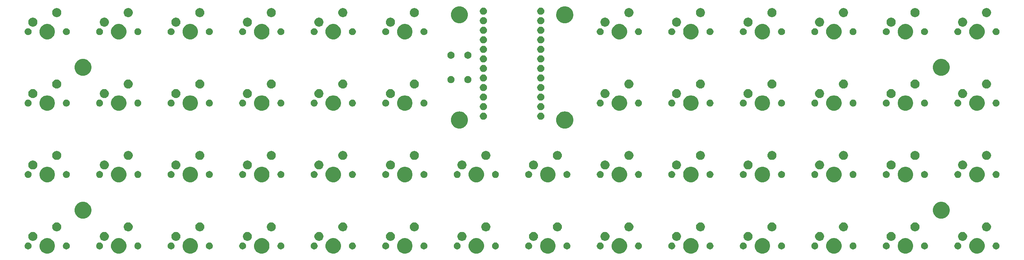
<source format=gts>
G04 #@! TF.GenerationSoftware,KiCad,Pcbnew,(5.1.4)-1*
G04 #@! TF.CreationDate,2021-09-24T23:04:19-04:00*
G04 #@! TF.ProjectId,horizon-mx,686f7269-7a6f-46e2-9d6d-782e6b696361,rev?*
G04 #@! TF.SameCoordinates,Original*
G04 #@! TF.FileFunction,Soldermask,Top*
G04 #@! TF.FilePolarity,Negative*
%FSLAX46Y46*%
G04 Gerber Fmt 4.6, Leading zero omitted, Abs format (unit mm)*
G04 Created by KiCad (PCBNEW (5.1.4)-1) date 2021-09-24 23:04:19*
%MOMM*%
%LPD*%
G04 APERTURE LIST*
%ADD10C,0.100000*%
G04 APERTURE END LIST*
D10*
G36*
X86098254Y-159527818D02*
G01*
X86471511Y-159682426D01*
X86471513Y-159682427D01*
X86536115Y-159725593D01*
X86807436Y-159906884D01*
X87093116Y-160192564D01*
X87317574Y-160528489D01*
X87472182Y-160901746D01*
X87551000Y-161297993D01*
X87551000Y-161702007D01*
X87472182Y-162098254D01*
X87351165Y-162390414D01*
X87317573Y-162471513D01*
X87093116Y-162807436D01*
X86807436Y-163093116D01*
X86471513Y-163317573D01*
X86471512Y-163317574D01*
X86471511Y-163317574D01*
X86098254Y-163472182D01*
X85702007Y-163551000D01*
X85297993Y-163551000D01*
X84901746Y-163472182D01*
X84528489Y-163317574D01*
X84528488Y-163317574D01*
X84528487Y-163317573D01*
X84192564Y-163093116D01*
X83906884Y-162807436D01*
X83682427Y-162471513D01*
X83648835Y-162390414D01*
X83527818Y-162098254D01*
X83449000Y-161702007D01*
X83449000Y-161297993D01*
X83527818Y-160901746D01*
X83682426Y-160528489D01*
X83906884Y-160192564D01*
X84192564Y-159906884D01*
X84463885Y-159725593D01*
X84528487Y-159682427D01*
X84528489Y-159682426D01*
X84901746Y-159527818D01*
X85297993Y-159449000D01*
X85702007Y-159449000D01*
X86098254Y-159527818D01*
X86098254Y-159527818D01*
G37*
G36*
X314098254Y-159527818D02*
G01*
X314471511Y-159682426D01*
X314471513Y-159682427D01*
X314536115Y-159725593D01*
X314807436Y-159906884D01*
X315093116Y-160192564D01*
X315317574Y-160528489D01*
X315472182Y-160901746D01*
X315551000Y-161297993D01*
X315551000Y-161702007D01*
X315472182Y-162098254D01*
X315351165Y-162390414D01*
X315317573Y-162471513D01*
X315093116Y-162807436D01*
X314807436Y-163093116D01*
X314471513Y-163317573D01*
X314471512Y-163317574D01*
X314471511Y-163317574D01*
X314098254Y-163472182D01*
X313702007Y-163551000D01*
X313297993Y-163551000D01*
X312901746Y-163472182D01*
X312528489Y-163317574D01*
X312528488Y-163317574D01*
X312528487Y-163317573D01*
X312192564Y-163093116D01*
X311906884Y-162807436D01*
X311682427Y-162471513D01*
X311648835Y-162390414D01*
X311527818Y-162098254D01*
X311449000Y-161702007D01*
X311449000Y-161297993D01*
X311527818Y-160901746D01*
X311682426Y-160528489D01*
X311906884Y-160192564D01*
X312192564Y-159906884D01*
X312463885Y-159725593D01*
X312528487Y-159682427D01*
X312528489Y-159682426D01*
X312901746Y-159527818D01*
X313297993Y-159449000D01*
X313702007Y-159449000D01*
X314098254Y-159527818D01*
X314098254Y-159527818D01*
G37*
G36*
X333098254Y-159527818D02*
G01*
X333471511Y-159682426D01*
X333471513Y-159682427D01*
X333536115Y-159725593D01*
X333807436Y-159906884D01*
X334093116Y-160192564D01*
X334317574Y-160528489D01*
X334472182Y-160901746D01*
X334551000Y-161297993D01*
X334551000Y-161702007D01*
X334472182Y-162098254D01*
X334351165Y-162390414D01*
X334317573Y-162471513D01*
X334093116Y-162807436D01*
X333807436Y-163093116D01*
X333471513Y-163317573D01*
X333471512Y-163317574D01*
X333471511Y-163317574D01*
X333098254Y-163472182D01*
X332702007Y-163551000D01*
X332297993Y-163551000D01*
X331901746Y-163472182D01*
X331528489Y-163317574D01*
X331528488Y-163317574D01*
X331528487Y-163317573D01*
X331192564Y-163093116D01*
X330906884Y-162807436D01*
X330682427Y-162471513D01*
X330648835Y-162390414D01*
X330527818Y-162098254D01*
X330449000Y-161702007D01*
X330449000Y-161297993D01*
X330527818Y-160901746D01*
X330682426Y-160528489D01*
X330906884Y-160192564D01*
X331192564Y-159906884D01*
X331463885Y-159725593D01*
X331528487Y-159682427D01*
X331528489Y-159682426D01*
X331901746Y-159527818D01*
X332297993Y-159449000D01*
X332702007Y-159449000D01*
X333098254Y-159527818D01*
X333098254Y-159527818D01*
G37*
G36*
X295098254Y-159527818D02*
G01*
X295471511Y-159682426D01*
X295471513Y-159682427D01*
X295536115Y-159725593D01*
X295807436Y-159906884D01*
X296093116Y-160192564D01*
X296317574Y-160528489D01*
X296472182Y-160901746D01*
X296551000Y-161297993D01*
X296551000Y-161702007D01*
X296472182Y-162098254D01*
X296351165Y-162390414D01*
X296317573Y-162471513D01*
X296093116Y-162807436D01*
X295807436Y-163093116D01*
X295471513Y-163317573D01*
X295471512Y-163317574D01*
X295471511Y-163317574D01*
X295098254Y-163472182D01*
X294702007Y-163551000D01*
X294297993Y-163551000D01*
X293901746Y-163472182D01*
X293528489Y-163317574D01*
X293528488Y-163317574D01*
X293528487Y-163317573D01*
X293192564Y-163093116D01*
X292906884Y-162807436D01*
X292682427Y-162471513D01*
X292648835Y-162390414D01*
X292527818Y-162098254D01*
X292449000Y-161702007D01*
X292449000Y-161297993D01*
X292527818Y-160901746D01*
X292682426Y-160528489D01*
X292906884Y-160192564D01*
X293192564Y-159906884D01*
X293463885Y-159725593D01*
X293528487Y-159682427D01*
X293528489Y-159682426D01*
X293901746Y-159527818D01*
X294297993Y-159449000D01*
X294702007Y-159449000D01*
X295098254Y-159527818D01*
X295098254Y-159527818D01*
G37*
G36*
X276098254Y-159527818D02*
G01*
X276471511Y-159682426D01*
X276471513Y-159682427D01*
X276536115Y-159725593D01*
X276807436Y-159906884D01*
X277093116Y-160192564D01*
X277317574Y-160528489D01*
X277472182Y-160901746D01*
X277551000Y-161297993D01*
X277551000Y-161702007D01*
X277472182Y-162098254D01*
X277351165Y-162390414D01*
X277317573Y-162471513D01*
X277093116Y-162807436D01*
X276807436Y-163093116D01*
X276471513Y-163317573D01*
X276471512Y-163317574D01*
X276471511Y-163317574D01*
X276098254Y-163472182D01*
X275702007Y-163551000D01*
X275297993Y-163551000D01*
X274901746Y-163472182D01*
X274528489Y-163317574D01*
X274528488Y-163317574D01*
X274528487Y-163317573D01*
X274192564Y-163093116D01*
X273906884Y-162807436D01*
X273682427Y-162471513D01*
X273648835Y-162390414D01*
X273527818Y-162098254D01*
X273449000Y-161702007D01*
X273449000Y-161297993D01*
X273527818Y-160901746D01*
X273682426Y-160528489D01*
X273906884Y-160192564D01*
X274192564Y-159906884D01*
X274463885Y-159725593D01*
X274528487Y-159682427D01*
X274528489Y-159682426D01*
X274901746Y-159527818D01*
X275297993Y-159449000D01*
X275702007Y-159449000D01*
X276098254Y-159527818D01*
X276098254Y-159527818D01*
G37*
G36*
X257098254Y-159527818D02*
G01*
X257471511Y-159682426D01*
X257471513Y-159682427D01*
X257536115Y-159725593D01*
X257807436Y-159906884D01*
X258093116Y-160192564D01*
X258317574Y-160528489D01*
X258472182Y-160901746D01*
X258551000Y-161297993D01*
X258551000Y-161702007D01*
X258472182Y-162098254D01*
X258351165Y-162390414D01*
X258317573Y-162471513D01*
X258093116Y-162807436D01*
X257807436Y-163093116D01*
X257471513Y-163317573D01*
X257471512Y-163317574D01*
X257471511Y-163317574D01*
X257098254Y-163472182D01*
X256702007Y-163551000D01*
X256297993Y-163551000D01*
X255901746Y-163472182D01*
X255528489Y-163317574D01*
X255528488Y-163317574D01*
X255528487Y-163317573D01*
X255192564Y-163093116D01*
X254906884Y-162807436D01*
X254682427Y-162471513D01*
X254648835Y-162390414D01*
X254527818Y-162098254D01*
X254449000Y-161702007D01*
X254449000Y-161297993D01*
X254527818Y-160901746D01*
X254682426Y-160528489D01*
X254906884Y-160192564D01*
X255192564Y-159906884D01*
X255463885Y-159725593D01*
X255528487Y-159682427D01*
X255528489Y-159682426D01*
X255901746Y-159527818D01*
X256297993Y-159449000D01*
X256702007Y-159449000D01*
X257098254Y-159527818D01*
X257098254Y-159527818D01*
G37*
G36*
X238098254Y-159527818D02*
G01*
X238471511Y-159682426D01*
X238471513Y-159682427D01*
X238536115Y-159725593D01*
X238807436Y-159906884D01*
X239093116Y-160192564D01*
X239317574Y-160528489D01*
X239472182Y-160901746D01*
X239551000Y-161297993D01*
X239551000Y-161702007D01*
X239472182Y-162098254D01*
X239351165Y-162390414D01*
X239317573Y-162471513D01*
X239093116Y-162807436D01*
X238807436Y-163093116D01*
X238471513Y-163317573D01*
X238471512Y-163317574D01*
X238471511Y-163317574D01*
X238098254Y-163472182D01*
X237702007Y-163551000D01*
X237297993Y-163551000D01*
X236901746Y-163472182D01*
X236528489Y-163317574D01*
X236528488Y-163317574D01*
X236528487Y-163317573D01*
X236192564Y-163093116D01*
X235906884Y-162807436D01*
X235682427Y-162471513D01*
X235648835Y-162390414D01*
X235527818Y-162098254D01*
X235449000Y-161702007D01*
X235449000Y-161297993D01*
X235527818Y-160901746D01*
X235682426Y-160528489D01*
X235906884Y-160192564D01*
X236192564Y-159906884D01*
X236463885Y-159725593D01*
X236528487Y-159682427D01*
X236528489Y-159682426D01*
X236901746Y-159527818D01*
X237297993Y-159449000D01*
X237702007Y-159449000D01*
X238098254Y-159527818D01*
X238098254Y-159527818D01*
G37*
G36*
X219098254Y-159527818D02*
G01*
X219471511Y-159682426D01*
X219471513Y-159682427D01*
X219536115Y-159725593D01*
X219807436Y-159906884D01*
X220093116Y-160192564D01*
X220317574Y-160528489D01*
X220472182Y-160901746D01*
X220551000Y-161297993D01*
X220551000Y-161702007D01*
X220472182Y-162098254D01*
X220351165Y-162390414D01*
X220317573Y-162471513D01*
X220093116Y-162807436D01*
X219807436Y-163093116D01*
X219471513Y-163317573D01*
X219471512Y-163317574D01*
X219471511Y-163317574D01*
X219098254Y-163472182D01*
X218702007Y-163551000D01*
X218297993Y-163551000D01*
X217901746Y-163472182D01*
X217528489Y-163317574D01*
X217528488Y-163317574D01*
X217528487Y-163317573D01*
X217192564Y-163093116D01*
X216906884Y-162807436D01*
X216682427Y-162471513D01*
X216648835Y-162390414D01*
X216527818Y-162098254D01*
X216449000Y-161702007D01*
X216449000Y-161297993D01*
X216527818Y-160901746D01*
X216682426Y-160528489D01*
X216906884Y-160192564D01*
X217192564Y-159906884D01*
X217463885Y-159725593D01*
X217528487Y-159682427D01*
X217528489Y-159682426D01*
X217901746Y-159527818D01*
X218297993Y-159449000D01*
X218702007Y-159449000D01*
X219098254Y-159527818D01*
X219098254Y-159527818D01*
G37*
G36*
X181098254Y-159527818D02*
G01*
X181471511Y-159682426D01*
X181471513Y-159682427D01*
X181536115Y-159725593D01*
X181807436Y-159906884D01*
X182093116Y-160192564D01*
X182317574Y-160528489D01*
X182472182Y-160901746D01*
X182551000Y-161297993D01*
X182551000Y-161702007D01*
X182472182Y-162098254D01*
X182351165Y-162390414D01*
X182317573Y-162471513D01*
X182093116Y-162807436D01*
X181807436Y-163093116D01*
X181471513Y-163317573D01*
X181471512Y-163317574D01*
X181471511Y-163317574D01*
X181098254Y-163472182D01*
X180702007Y-163551000D01*
X180297993Y-163551000D01*
X179901746Y-163472182D01*
X179528489Y-163317574D01*
X179528488Y-163317574D01*
X179528487Y-163317573D01*
X179192564Y-163093116D01*
X178906884Y-162807436D01*
X178682427Y-162471513D01*
X178648835Y-162390414D01*
X178527818Y-162098254D01*
X178449000Y-161702007D01*
X178449000Y-161297993D01*
X178527818Y-160901746D01*
X178682426Y-160528489D01*
X178906884Y-160192564D01*
X179192564Y-159906884D01*
X179463885Y-159725593D01*
X179528487Y-159682427D01*
X179528489Y-159682426D01*
X179901746Y-159527818D01*
X180297993Y-159449000D01*
X180702007Y-159449000D01*
X181098254Y-159527818D01*
X181098254Y-159527818D01*
G37*
G36*
X162098254Y-159527818D02*
G01*
X162471511Y-159682426D01*
X162471513Y-159682427D01*
X162536115Y-159725593D01*
X162807436Y-159906884D01*
X163093116Y-160192564D01*
X163317574Y-160528489D01*
X163472182Y-160901746D01*
X163551000Y-161297993D01*
X163551000Y-161702007D01*
X163472182Y-162098254D01*
X163351165Y-162390414D01*
X163317573Y-162471513D01*
X163093116Y-162807436D01*
X162807436Y-163093116D01*
X162471513Y-163317573D01*
X162471512Y-163317574D01*
X162471511Y-163317574D01*
X162098254Y-163472182D01*
X161702007Y-163551000D01*
X161297993Y-163551000D01*
X160901746Y-163472182D01*
X160528489Y-163317574D01*
X160528488Y-163317574D01*
X160528487Y-163317573D01*
X160192564Y-163093116D01*
X159906884Y-162807436D01*
X159682427Y-162471513D01*
X159648835Y-162390414D01*
X159527818Y-162098254D01*
X159449000Y-161702007D01*
X159449000Y-161297993D01*
X159527818Y-160901746D01*
X159682426Y-160528489D01*
X159906884Y-160192564D01*
X160192564Y-159906884D01*
X160463885Y-159725593D01*
X160528487Y-159682427D01*
X160528489Y-159682426D01*
X160901746Y-159527818D01*
X161297993Y-159449000D01*
X161702007Y-159449000D01*
X162098254Y-159527818D01*
X162098254Y-159527818D01*
G37*
G36*
X143098254Y-159527818D02*
G01*
X143471511Y-159682426D01*
X143471513Y-159682427D01*
X143536115Y-159725593D01*
X143807436Y-159906884D01*
X144093116Y-160192564D01*
X144317574Y-160528489D01*
X144472182Y-160901746D01*
X144551000Y-161297993D01*
X144551000Y-161702007D01*
X144472182Y-162098254D01*
X144351165Y-162390414D01*
X144317573Y-162471513D01*
X144093116Y-162807436D01*
X143807436Y-163093116D01*
X143471513Y-163317573D01*
X143471512Y-163317574D01*
X143471511Y-163317574D01*
X143098254Y-163472182D01*
X142702007Y-163551000D01*
X142297993Y-163551000D01*
X141901746Y-163472182D01*
X141528489Y-163317574D01*
X141528488Y-163317574D01*
X141528487Y-163317573D01*
X141192564Y-163093116D01*
X140906884Y-162807436D01*
X140682427Y-162471513D01*
X140648835Y-162390414D01*
X140527818Y-162098254D01*
X140449000Y-161702007D01*
X140449000Y-161297993D01*
X140527818Y-160901746D01*
X140682426Y-160528489D01*
X140906884Y-160192564D01*
X141192564Y-159906884D01*
X141463885Y-159725593D01*
X141528487Y-159682427D01*
X141528489Y-159682426D01*
X141901746Y-159527818D01*
X142297993Y-159449000D01*
X142702007Y-159449000D01*
X143098254Y-159527818D01*
X143098254Y-159527818D01*
G37*
G36*
X124098254Y-159527818D02*
G01*
X124471511Y-159682426D01*
X124471513Y-159682427D01*
X124536115Y-159725593D01*
X124807436Y-159906884D01*
X125093116Y-160192564D01*
X125317574Y-160528489D01*
X125472182Y-160901746D01*
X125551000Y-161297993D01*
X125551000Y-161702007D01*
X125472182Y-162098254D01*
X125351165Y-162390414D01*
X125317573Y-162471513D01*
X125093116Y-162807436D01*
X124807436Y-163093116D01*
X124471513Y-163317573D01*
X124471512Y-163317574D01*
X124471511Y-163317574D01*
X124098254Y-163472182D01*
X123702007Y-163551000D01*
X123297993Y-163551000D01*
X122901746Y-163472182D01*
X122528489Y-163317574D01*
X122528488Y-163317574D01*
X122528487Y-163317573D01*
X122192564Y-163093116D01*
X121906884Y-162807436D01*
X121682427Y-162471513D01*
X121648835Y-162390414D01*
X121527818Y-162098254D01*
X121449000Y-161702007D01*
X121449000Y-161297993D01*
X121527818Y-160901746D01*
X121682426Y-160528489D01*
X121906884Y-160192564D01*
X122192564Y-159906884D01*
X122463885Y-159725593D01*
X122528487Y-159682427D01*
X122528489Y-159682426D01*
X122901746Y-159527818D01*
X123297993Y-159449000D01*
X123702007Y-159449000D01*
X124098254Y-159527818D01*
X124098254Y-159527818D01*
G37*
G36*
X105098254Y-159527818D02*
G01*
X105471511Y-159682426D01*
X105471513Y-159682427D01*
X105536115Y-159725593D01*
X105807436Y-159906884D01*
X106093116Y-160192564D01*
X106317574Y-160528489D01*
X106472182Y-160901746D01*
X106551000Y-161297993D01*
X106551000Y-161702007D01*
X106472182Y-162098254D01*
X106351165Y-162390414D01*
X106317573Y-162471513D01*
X106093116Y-162807436D01*
X105807436Y-163093116D01*
X105471513Y-163317573D01*
X105471512Y-163317574D01*
X105471511Y-163317574D01*
X105098254Y-163472182D01*
X104702007Y-163551000D01*
X104297993Y-163551000D01*
X103901746Y-163472182D01*
X103528489Y-163317574D01*
X103528488Y-163317574D01*
X103528487Y-163317573D01*
X103192564Y-163093116D01*
X102906884Y-162807436D01*
X102682427Y-162471513D01*
X102648835Y-162390414D01*
X102527818Y-162098254D01*
X102449000Y-161702007D01*
X102449000Y-161297993D01*
X102527818Y-160901746D01*
X102682426Y-160528489D01*
X102906884Y-160192564D01*
X103192564Y-159906884D01*
X103463885Y-159725593D01*
X103528487Y-159682427D01*
X103528489Y-159682426D01*
X103901746Y-159527818D01*
X104297993Y-159449000D01*
X104702007Y-159449000D01*
X105098254Y-159527818D01*
X105098254Y-159527818D01*
G37*
G36*
X200098254Y-159527818D02*
G01*
X200471511Y-159682426D01*
X200471513Y-159682427D01*
X200536115Y-159725593D01*
X200807436Y-159906884D01*
X201093116Y-160192564D01*
X201317574Y-160528489D01*
X201472182Y-160901746D01*
X201551000Y-161297993D01*
X201551000Y-161702007D01*
X201472182Y-162098254D01*
X201351165Y-162390414D01*
X201317573Y-162471513D01*
X201093116Y-162807436D01*
X200807436Y-163093116D01*
X200471513Y-163317573D01*
X200471512Y-163317574D01*
X200471511Y-163317574D01*
X200098254Y-163472182D01*
X199702007Y-163551000D01*
X199297993Y-163551000D01*
X198901746Y-163472182D01*
X198528489Y-163317574D01*
X198528488Y-163317574D01*
X198528487Y-163317573D01*
X198192564Y-163093116D01*
X197906884Y-162807436D01*
X197682427Y-162471513D01*
X197648835Y-162390414D01*
X197527818Y-162098254D01*
X197449000Y-161702007D01*
X197449000Y-161297993D01*
X197527818Y-160901746D01*
X197682426Y-160528489D01*
X197906884Y-160192564D01*
X198192564Y-159906884D01*
X198463885Y-159725593D01*
X198528487Y-159682427D01*
X198528489Y-159682426D01*
X198901746Y-159527818D01*
X199297993Y-159449000D01*
X199702007Y-159449000D01*
X200098254Y-159527818D01*
X200098254Y-159527818D01*
G37*
G36*
X109850104Y-160609585D02*
G01*
X110018626Y-160679389D01*
X110170291Y-160780728D01*
X110299272Y-160909709D01*
X110400611Y-161061374D01*
X110470415Y-161229896D01*
X110506000Y-161408797D01*
X110506000Y-161591203D01*
X110470415Y-161770104D01*
X110400611Y-161938626D01*
X110299272Y-162090291D01*
X110170291Y-162219272D01*
X110018626Y-162320611D01*
X109850104Y-162390415D01*
X109671203Y-162426000D01*
X109488797Y-162426000D01*
X109309896Y-162390415D01*
X109141374Y-162320611D01*
X108989709Y-162219272D01*
X108860728Y-162090291D01*
X108759389Y-161938626D01*
X108689585Y-161770104D01*
X108654000Y-161591203D01*
X108654000Y-161408797D01*
X108689585Y-161229896D01*
X108759389Y-161061374D01*
X108860728Y-160909709D01*
X108989709Y-160780728D01*
X109141374Y-160679389D01*
X109309896Y-160609585D01*
X109488797Y-160574000D01*
X109671203Y-160574000D01*
X109850104Y-160609585D01*
X109850104Y-160609585D01*
G37*
G36*
X99690104Y-160609585D02*
G01*
X99858626Y-160679389D01*
X100010291Y-160780728D01*
X100139272Y-160909709D01*
X100240611Y-161061374D01*
X100310415Y-161229896D01*
X100346000Y-161408797D01*
X100346000Y-161591203D01*
X100310415Y-161770104D01*
X100240611Y-161938626D01*
X100139272Y-162090291D01*
X100010291Y-162219272D01*
X99858626Y-162320611D01*
X99690104Y-162390415D01*
X99511203Y-162426000D01*
X99328797Y-162426000D01*
X99149896Y-162390415D01*
X98981374Y-162320611D01*
X98829709Y-162219272D01*
X98700728Y-162090291D01*
X98599389Y-161938626D01*
X98529585Y-161770104D01*
X98494000Y-161591203D01*
X98494000Y-161408797D01*
X98529585Y-161229896D01*
X98599389Y-161061374D01*
X98700728Y-160909709D01*
X98829709Y-160780728D01*
X98981374Y-160679389D01*
X99149896Y-160609585D01*
X99328797Y-160574000D01*
X99511203Y-160574000D01*
X99690104Y-160609585D01*
X99690104Y-160609585D01*
G37*
G36*
X128850104Y-160609585D02*
G01*
X129018626Y-160679389D01*
X129170291Y-160780728D01*
X129299272Y-160909709D01*
X129400611Y-161061374D01*
X129470415Y-161229896D01*
X129506000Y-161408797D01*
X129506000Y-161591203D01*
X129470415Y-161770104D01*
X129400611Y-161938626D01*
X129299272Y-162090291D01*
X129170291Y-162219272D01*
X129018626Y-162320611D01*
X128850104Y-162390415D01*
X128671203Y-162426000D01*
X128488797Y-162426000D01*
X128309896Y-162390415D01*
X128141374Y-162320611D01*
X127989709Y-162219272D01*
X127860728Y-162090291D01*
X127759389Y-161938626D01*
X127689585Y-161770104D01*
X127654000Y-161591203D01*
X127654000Y-161408797D01*
X127689585Y-161229896D01*
X127759389Y-161061374D01*
X127860728Y-160909709D01*
X127989709Y-160780728D01*
X128141374Y-160679389D01*
X128309896Y-160609585D01*
X128488797Y-160574000D01*
X128671203Y-160574000D01*
X128850104Y-160609585D01*
X128850104Y-160609585D01*
G37*
G36*
X118690104Y-160609585D02*
G01*
X118858626Y-160679389D01*
X119010291Y-160780728D01*
X119139272Y-160909709D01*
X119240611Y-161061374D01*
X119310415Y-161229896D01*
X119346000Y-161408797D01*
X119346000Y-161591203D01*
X119310415Y-161770104D01*
X119240611Y-161938626D01*
X119139272Y-162090291D01*
X119010291Y-162219272D01*
X118858626Y-162320611D01*
X118690104Y-162390415D01*
X118511203Y-162426000D01*
X118328797Y-162426000D01*
X118149896Y-162390415D01*
X117981374Y-162320611D01*
X117829709Y-162219272D01*
X117700728Y-162090291D01*
X117599389Y-161938626D01*
X117529585Y-161770104D01*
X117494000Y-161591203D01*
X117494000Y-161408797D01*
X117529585Y-161229896D01*
X117599389Y-161061374D01*
X117700728Y-160909709D01*
X117829709Y-160780728D01*
X117981374Y-160679389D01*
X118149896Y-160609585D01*
X118328797Y-160574000D01*
X118511203Y-160574000D01*
X118690104Y-160609585D01*
X118690104Y-160609585D01*
G37*
G36*
X147850104Y-160609585D02*
G01*
X148018626Y-160679389D01*
X148170291Y-160780728D01*
X148299272Y-160909709D01*
X148400611Y-161061374D01*
X148470415Y-161229896D01*
X148506000Y-161408797D01*
X148506000Y-161591203D01*
X148470415Y-161770104D01*
X148400611Y-161938626D01*
X148299272Y-162090291D01*
X148170291Y-162219272D01*
X148018626Y-162320611D01*
X147850104Y-162390415D01*
X147671203Y-162426000D01*
X147488797Y-162426000D01*
X147309896Y-162390415D01*
X147141374Y-162320611D01*
X146989709Y-162219272D01*
X146860728Y-162090291D01*
X146759389Y-161938626D01*
X146689585Y-161770104D01*
X146654000Y-161591203D01*
X146654000Y-161408797D01*
X146689585Y-161229896D01*
X146759389Y-161061374D01*
X146860728Y-160909709D01*
X146989709Y-160780728D01*
X147141374Y-160679389D01*
X147309896Y-160609585D01*
X147488797Y-160574000D01*
X147671203Y-160574000D01*
X147850104Y-160609585D01*
X147850104Y-160609585D01*
G37*
G36*
X137690104Y-160609585D02*
G01*
X137858626Y-160679389D01*
X138010291Y-160780728D01*
X138139272Y-160909709D01*
X138240611Y-161061374D01*
X138310415Y-161229896D01*
X138346000Y-161408797D01*
X138346000Y-161591203D01*
X138310415Y-161770104D01*
X138240611Y-161938626D01*
X138139272Y-162090291D01*
X138010291Y-162219272D01*
X137858626Y-162320611D01*
X137690104Y-162390415D01*
X137511203Y-162426000D01*
X137328797Y-162426000D01*
X137149896Y-162390415D01*
X136981374Y-162320611D01*
X136829709Y-162219272D01*
X136700728Y-162090291D01*
X136599389Y-161938626D01*
X136529585Y-161770104D01*
X136494000Y-161591203D01*
X136494000Y-161408797D01*
X136529585Y-161229896D01*
X136599389Y-161061374D01*
X136700728Y-160909709D01*
X136829709Y-160780728D01*
X136981374Y-160679389D01*
X137149896Y-160609585D01*
X137328797Y-160574000D01*
X137511203Y-160574000D01*
X137690104Y-160609585D01*
X137690104Y-160609585D01*
G37*
G36*
X242850104Y-160609585D02*
G01*
X243018626Y-160679389D01*
X243170291Y-160780728D01*
X243299272Y-160909709D01*
X243400611Y-161061374D01*
X243470415Y-161229896D01*
X243506000Y-161408797D01*
X243506000Y-161591203D01*
X243470415Y-161770104D01*
X243400611Y-161938626D01*
X243299272Y-162090291D01*
X243170291Y-162219272D01*
X243018626Y-162320611D01*
X242850104Y-162390415D01*
X242671203Y-162426000D01*
X242488797Y-162426000D01*
X242309896Y-162390415D01*
X242141374Y-162320611D01*
X241989709Y-162219272D01*
X241860728Y-162090291D01*
X241759389Y-161938626D01*
X241689585Y-161770104D01*
X241654000Y-161591203D01*
X241654000Y-161408797D01*
X241689585Y-161229896D01*
X241759389Y-161061374D01*
X241860728Y-160909709D01*
X241989709Y-160780728D01*
X242141374Y-160679389D01*
X242309896Y-160609585D01*
X242488797Y-160574000D01*
X242671203Y-160574000D01*
X242850104Y-160609585D01*
X242850104Y-160609585D01*
G37*
G36*
X156690104Y-160609585D02*
G01*
X156858626Y-160679389D01*
X157010291Y-160780728D01*
X157139272Y-160909709D01*
X157240611Y-161061374D01*
X157310415Y-161229896D01*
X157346000Y-161408797D01*
X157346000Y-161591203D01*
X157310415Y-161770104D01*
X157240611Y-161938626D01*
X157139272Y-162090291D01*
X157010291Y-162219272D01*
X156858626Y-162320611D01*
X156690104Y-162390415D01*
X156511203Y-162426000D01*
X156328797Y-162426000D01*
X156149896Y-162390415D01*
X155981374Y-162320611D01*
X155829709Y-162219272D01*
X155700728Y-162090291D01*
X155599389Y-161938626D01*
X155529585Y-161770104D01*
X155494000Y-161591203D01*
X155494000Y-161408797D01*
X155529585Y-161229896D01*
X155599389Y-161061374D01*
X155700728Y-160909709D01*
X155829709Y-160780728D01*
X155981374Y-160679389D01*
X156149896Y-160609585D01*
X156328797Y-160574000D01*
X156511203Y-160574000D01*
X156690104Y-160609585D01*
X156690104Y-160609585D01*
G37*
G36*
X185850104Y-160609585D02*
G01*
X186018626Y-160679389D01*
X186170291Y-160780728D01*
X186299272Y-160909709D01*
X186400611Y-161061374D01*
X186470415Y-161229896D01*
X186506000Y-161408797D01*
X186506000Y-161591203D01*
X186470415Y-161770104D01*
X186400611Y-161938626D01*
X186299272Y-162090291D01*
X186170291Y-162219272D01*
X186018626Y-162320611D01*
X185850104Y-162390415D01*
X185671203Y-162426000D01*
X185488797Y-162426000D01*
X185309896Y-162390415D01*
X185141374Y-162320611D01*
X184989709Y-162219272D01*
X184860728Y-162090291D01*
X184759389Y-161938626D01*
X184689585Y-161770104D01*
X184654000Y-161591203D01*
X184654000Y-161408797D01*
X184689585Y-161229896D01*
X184759389Y-161061374D01*
X184860728Y-160909709D01*
X184989709Y-160780728D01*
X185141374Y-160679389D01*
X185309896Y-160609585D01*
X185488797Y-160574000D01*
X185671203Y-160574000D01*
X185850104Y-160609585D01*
X185850104Y-160609585D01*
G37*
G36*
X175690104Y-160609585D02*
G01*
X175858626Y-160679389D01*
X176010291Y-160780728D01*
X176139272Y-160909709D01*
X176240611Y-161061374D01*
X176310415Y-161229896D01*
X176346000Y-161408797D01*
X176346000Y-161591203D01*
X176310415Y-161770104D01*
X176240611Y-161938626D01*
X176139272Y-162090291D01*
X176010291Y-162219272D01*
X175858626Y-162320611D01*
X175690104Y-162390415D01*
X175511203Y-162426000D01*
X175328797Y-162426000D01*
X175149896Y-162390415D01*
X174981374Y-162320611D01*
X174829709Y-162219272D01*
X174700728Y-162090291D01*
X174599389Y-161938626D01*
X174529585Y-161770104D01*
X174494000Y-161591203D01*
X174494000Y-161408797D01*
X174529585Y-161229896D01*
X174599389Y-161061374D01*
X174700728Y-160909709D01*
X174829709Y-160780728D01*
X174981374Y-160679389D01*
X175149896Y-160609585D01*
X175328797Y-160574000D01*
X175511203Y-160574000D01*
X175690104Y-160609585D01*
X175690104Y-160609585D01*
G37*
G36*
X204850104Y-160609585D02*
G01*
X205018626Y-160679389D01*
X205170291Y-160780728D01*
X205299272Y-160909709D01*
X205400611Y-161061374D01*
X205470415Y-161229896D01*
X205506000Y-161408797D01*
X205506000Y-161591203D01*
X205470415Y-161770104D01*
X205400611Y-161938626D01*
X205299272Y-162090291D01*
X205170291Y-162219272D01*
X205018626Y-162320611D01*
X204850104Y-162390415D01*
X204671203Y-162426000D01*
X204488797Y-162426000D01*
X204309896Y-162390415D01*
X204141374Y-162320611D01*
X203989709Y-162219272D01*
X203860728Y-162090291D01*
X203759389Y-161938626D01*
X203689585Y-161770104D01*
X203654000Y-161591203D01*
X203654000Y-161408797D01*
X203689585Y-161229896D01*
X203759389Y-161061374D01*
X203860728Y-160909709D01*
X203989709Y-160780728D01*
X204141374Y-160679389D01*
X204309896Y-160609585D01*
X204488797Y-160574000D01*
X204671203Y-160574000D01*
X204850104Y-160609585D01*
X204850104Y-160609585D01*
G37*
G36*
X223850104Y-160609585D02*
G01*
X224018626Y-160679389D01*
X224170291Y-160780728D01*
X224299272Y-160909709D01*
X224400611Y-161061374D01*
X224470415Y-161229896D01*
X224506000Y-161408797D01*
X224506000Y-161591203D01*
X224470415Y-161770104D01*
X224400611Y-161938626D01*
X224299272Y-162090291D01*
X224170291Y-162219272D01*
X224018626Y-162320611D01*
X223850104Y-162390415D01*
X223671203Y-162426000D01*
X223488797Y-162426000D01*
X223309896Y-162390415D01*
X223141374Y-162320611D01*
X222989709Y-162219272D01*
X222860728Y-162090291D01*
X222759389Y-161938626D01*
X222689585Y-161770104D01*
X222654000Y-161591203D01*
X222654000Y-161408797D01*
X222689585Y-161229896D01*
X222759389Y-161061374D01*
X222860728Y-160909709D01*
X222989709Y-160780728D01*
X223141374Y-160679389D01*
X223309896Y-160609585D01*
X223488797Y-160574000D01*
X223671203Y-160574000D01*
X223850104Y-160609585D01*
X223850104Y-160609585D01*
G37*
G36*
X213690104Y-160609585D02*
G01*
X213858626Y-160679389D01*
X214010291Y-160780728D01*
X214139272Y-160909709D01*
X214240611Y-161061374D01*
X214310415Y-161229896D01*
X214346000Y-161408797D01*
X214346000Y-161591203D01*
X214310415Y-161770104D01*
X214240611Y-161938626D01*
X214139272Y-162090291D01*
X214010291Y-162219272D01*
X213858626Y-162320611D01*
X213690104Y-162390415D01*
X213511203Y-162426000D01*
X213328797Y-162426000D01*
X213149896Y-162390415D01*
X212981374Y-162320611D01*
X212829709Y-162219272D01*
X212700728Y-162090291D01*
X212599389Y-161938626D01*
X212529585Y-161770104D01*
X212494000Y-161591203D01*
X212494000Y-161408797D01*
X212529585Y-161229896D01*
X212599389Y-161061374D01*
X212700728Y-160909709D01*
X212829709Y-160780728D01*
X212981374Y-160679389D01*
X213149896Y-160609585D01*
X213328797Y-160574000D01*
X213511203Y-160574000D01*
X213690104Y-160609585D01*
X213690104Y-160609585D01*
G37*
G36*
X194690104Y-160609585D02*
G01*
X194858626Y-160679389D01*
X195010291Y-160780728D01*
X195139272Y-160909709D01*
X195240611Y-161061374D01*
X195310415Y-161229896D01*
X195346000Y-161408797D01*
X195346000Y-161591203D01*
X195310415Y-161770104D01*
X195240611Y-161938626D01*
X195139272Y-162090291D01*
X195010291Y-162219272D01*
X194858626Y-162320611D01*
X194690104Y-162390415D01*
X194511203Y-162426000D01*
X194328797Y-162426000D01*
X194149896Y-162390415D01*
X193981374Y-162320611D01*
X193829709Y-162219272D01*
X193700728Y-162090291D01*
X193599389Y-161938626D01*
X193529585Y-161770104D01*
X193494000Y-161591203D01*
X193494000Y-161408797D01*
X193529585Y-161229896D01*
X193599389Y-161061374D01*
X193700728Y-160909709D01*
X193829709Y-160780728D01*
X193981374Y-160679389D01*
X194149896Y-160609585D01*
X194328797Y-160574000D01*
X194511203Y-160574000D01*
X194690104Y-160609585D01*
X194690104Y-160609585D01*
G37*
G36*
X90850104Y-160609585D02*
G01*
X91018626Y-160679389D01*
X91170291Y-160780728D01*
X91299272Y-160909709D01*
X91400611Y-161061374D01*
X91470415Y-161229896D01*
X91506000Y-161408797D01*
X91506000Y-161591203D01*
X91470415Y-161770104D01*
X91400611Y-161938626D01*
X91299272Y-162090291D01*
X91170291Y-162219272D01*
X91018626Y-162320611D01*
X90850104Y-162390415D01*
X90671203Y-162426000D01*
X90488797Y-162426000D01*
X90309896Y-162390415D01*
X90141374Y-162320611D01*
X89989709Y-162219272D01*
X89860728Y-162090291D01*
X89759389Y-161938626D01*
X89689585Y-161770104D01*
X89654000Y-161591203D01*
X89654000Y-161408797D01*
X89689585Y-161229896D01*
X89759389Y-161061374D01*
X89860728Y-160909709D01*
X89989709Y-160780728D01*
X90141374Y-160679389D01*
X90309896Y-160609585D01*
X90488797Y-160574000D01*
X90671203Y-160574000D01*
X90850104Y-160609585D01*
X90850104Y-160609585D01*
G37*
G36*
X80690104Y-160609585D02*
G01*
X80858626Y-160679389D01*
X81010291Y-160780728D01*
X81139272Y-160909709D01*
X81240611Y-161061374D01*
X81310415Y-161229896D01*
X81346000Y-161408797D01*
X81346000Y-161591203D01*
X81310415Y-161770104D01*
X81240611Y-161938626D01*
X81139272Y-162090291D01*
X81010291Y-162219272D01*
X80858626Y-162320611D01*
X80690104Y-162390415D01*
X80511203Y-162426000D01*
X80328797Y-162426000D01*
X80149896Y-162390415D01*
X79981374Y-162320611D01*
X79829709Y-162219272D01*
X79700728Y-162090291D01*
X79599389Y-161938626D01*
X79529585Y-161770104D01*
X79494000Y-161591203D01*
X79494000Y-161408797D01*
X79529585Y-161229896D01*
X79599389Y-161061374D01*
X79700728Y-160909709D01*
X79829709Y-160780728D01*
X79981374Y-160679389D01*
X80149896Y-160609585D01*
X80328797Y-160574000D01*
X80511203Y-160574000D01*
X80690104Y-160609585D01*
X80690104Y-160609585D01*
G37*
G36*
X232690104Y-160609585D02*
G01*
X232858626Y-160679389D01*
X233010291Y-160780728D01*
X233139272Y-160909709D01*
X233240611Y-161061374D01*
X233310415Y-161229896D01*
X233346000Y-161408797D01*
X233346000Y-161591203D01*
X233310415Y-161770104D01*
X233240611Y-161938626D01*
X233139272Y-162090291D01*
X233010291Y-162219272D01*
X232858626Y-162320611D01*
X232690104Y-162390415D01*
X232511203Y-162426000D01*
X232328797Y-162426000D01*
X232149896Y-162390415D01*
X231981374Y-162320611D01*
X231829709Y-162219272D01*
X231700728Y-162090291D01*
X231599389Y-161938626D01*
X231529585Y-161770104D01*
X231494000Y-161591203D01*
X231494000Y-161408797D01*
X231529585Y-161229896D01*
X231599389Y-161061374D01*
X231700728Y-160909709D01*
X231829709Y-160780728D01*
X231981374Y-160679389D01*
X232149896Y-160609585D01*
X232328797Y-160574000D01*
X232511203Y-160574000D01*
X232690104Y-160609585D01*
X232690104Y-160609585D01*
G37*
G36*
X318850104Y-160609585D02*
G01*
X319018626Y-160679389D01*
X319170291Y-160780728D01*
X319299272Y-160909709D01*
X319400611Y-161061374D01*
X319470415Y-161229896D01*
X319506000Y-161408797D01*
X319506000Y-161591203D01*
X319470415Y-161770104D01*
X319400611Y-161938626D01*
X319299272Y-162090291D01*
X319170291Y-162219272D01*
X319018626Y-162320611D01*
X318850104Y-162390415D01*
X318671203Y-162426000D01*
X318488797Y-162426000D01*
X318309896Y-162390415D01*
X318141374Y-162320611D01*
X317989709Y-162219272D01*
X317860728Y-162090291D01*
X317759389Y-161938626D01*
X317689585Y-161770104D01*
X317654000Y-161591203D01*
X317654000Y-161408797D01*
X317689585Y-161229896D01*
X317759389Y-161061374D01*
X317860728Y-160909709D01*
X317989709Y-160780728D01*
X318141374Y-160679389D01*
X318309896Y-160609585D01*
X318488797Y-160574000D01*
X318671203Y-160574000D01*
X318850104Y-160609585D01*
X318850104Y-160609585D01*
G37*
G36*
X280850104Y-160609585D02*
G01*
X281018626Y-160679389D01*
X281170291Y-160780728D01*
X281299272Y-160909709D01*
X281400611Y-161061374D01*
X281470415Y-161229896D01*
X281506000Y-161408797D01*
X281506000Y-161591203D01*
X281470415Y-161770104D01*
X281400611Y-161938626D01*
X281299272Y-162090291D01*
X281170291Y-162219272D01*
X281018626Y-162320611D01*
X280850104Y-162390415D01*
X280671203Y-162426000D01*
X280488797Y-162426000D01*
X280309896Y-162390415D01*
X280141374Y-162320611D01*
X279989709Y-162219272D01*
X279860728Y-162090291D01*
X279759389Y-161938626D01*
X279689585Y-161770104D01*
X279654000Y-161591203D01*
X279654000Y-161408797D01*
X279689585Y-161229896D01*
X279759389Y-161061374D01*
X279860728Y-160909709D01*
X279989709Y-160780728D01*
X280141374Y-160679389D01*
X280309896Y-160609585D01*
X280488797Y-160574000D01*
X280671203Y-160574000D01*
X280850104Y-160609585D01*
X280850104Y-160609585D01*
G37*
G36*
X337850104Y-160609585D02*
G01*
X338018626Y-160679389D01*
X338170291Y-160780728D01*
X338299272Y-160909709D01*
X338400611Y-161061374D01*
X338470415Y-161229896D01*
X338506000Y-161408797D01*
X338506000Y-161591203D01*
X338470415Y-161770104D01*
X338400611Y-161938626D01*
X338299272Y-162090291D01*
X338170291Y-162219272D01*
X338018626Y-162320611D01*
X337850104Y-162390415D01*
X337671203Y-162426000D01*
X337488797Y-162426000D01*
X337309896Y-162390415D01*
X337141374Y-162320611D01*
X336989709Y-162219272D01*
X336860728Y-162090291D01*
X336759389Y-161938626D01*
X336689585Y-161770104D01*
X336654000Y-161591203D01*
X336654000Y-161408797D01*
X336689585Y-161229896D01*
X336759389Y-161061374D01*
X336860728Y-160909709D01*
X336989709Y-160780728D01*
X337141374Y-160679389D01*
X337309896Y-160609585D01*
X337488797Y-160574000D01*
X337671203Y-160574000D01*
X337850104Y-160609585D01*
X337850104Y-160609585D01*
G37*
G36*
X261850104Y-160609585D02*
G01*
X262018626Y-160679389D01*
X262170291Y-160780728D01*
X262299272Y-160909709D01*
X262400611Y-161061374D01*
X262470415Y-161229896D01*
X262506000Y-161408797D01*
X262506000Y-161591203D01*
X262470415Y-161770104D01*
X262400611Y-161938626D01*
X262299272Y-162090291D01*
X262170291Y-162219272D01*
X262018626Y-162320611D01*
X261850104Y-162390415D01*
X261671203Y-162426000D01*
X261488797Y-162426000D01*
X261309896Y-162390415D01*
X261141374Y-162320611D01*
X260989709Y-162219272D01*
X260860728Y-162090291D01*
X260759389Y-161938626D01*
X260689585Y-161770104D01*
X260654000Y-161591203D01*
X260654000Y-161408797D01*
X260689585Y-161229896D01*
X260759389Y-161061374D01*
X260860728Y-160909709D01*
X260989709Y-160780728D01*
X261141374Y-160679389D01*
X261309896Y-160609585D01*
X261488797Y-160574000D01*
X261671203Y-160574000D01*
X261850104Y-160609585D01*
X261850104Y-160609585D01*
G37*
G36*
X251690104Y-160609585D02*
G01*
X251858626Y-160679389D01*
X252010291Y-160780728D01*
X252139272Y-160909709D01*
X252240611Y-161061374D01*
X252310415Y-161229896D01*
X252346000Y-161408797D01*
X252346000Y-161591203D01*
X252310415Y-161770104D01*
X252240611Y-161938626D01*
X252139272Y-162090291D01*
X252010291Y-162219272D01*
X251858626Y-162320611D01*
X251690104Y-162390415D01*
X251511203Y-162426000D01*
X251328797Y-162426000D01*
X251149896Y-162390415D01*
X250981374Y-162320611D01*
X250829709Y-162219272D01*
X250700728Y-162090291D01*
X250599389Y-161938626D01*
X250529585Y-161770104D01*
X250494000Y-161591203D01*
X250494000Y-161408797D01*
X250529585Y-161229896D01*
X250599389Y-161061374D01*
X250700728Y-160909709D01*
X250829709Y-160780728D01*
X250981374Y-160679389D01*
X251149896Y-160609585D01*
X251328797Y-160574000D01*
X251511203Y-160574000D01*
X251690104Y-160609585D01*
X251690104Y-160609585D01*
G37*
G36*
X308690104Y-160609585D02*
G01*
X308858626Y-160679389D01*
X309010291Y-160780728D01*
X309139272Y-160909709D01*
X309240611Y-161061374D01*
X309310415Y-161229896D01*
X309346000Y-161408797D01*
X309346000Y-161591203D01*
X309310415Y-161770104D01*
X309240611Y-161938626D01*
X309139272Y-162090291D01*
X309010291Y-162219272D01*
X308858626Y-162320611D01*
X308690104Y-162390415D01*
X308511203Y-162426000D01*
X308328797Y-162426000D01*
X308149896Y-162390415D01*
X307981374Y-162320611D01*
X307829709Y-162219272D01*
X307700728Y-162090291D01*
X307599389Y-161938626D01*
X307529585Y-161770104D01*
X307494000Y-161591203D01*
X307494000Y-161408797D01*
X307529585Y-161229896D01*
X307599389Y-161061374D01*
X307700728Y-160909709D01*
X307829709Y-160780728D01*
X307981374Y-160679389D01*
X308149896Y-160609585D01*
X308328797Y-160574000D01*
X308511203Y-160574000D01*
X308690104Y-160609585D01*
X308690104Y-160609585D01*
G37*
G36*
X270690104Y-160609585D02*
G01*
X270858626Y-160679389D01*
X271010291Y-160780728D01*
X271139272Y-160909709D01*
X271240611Y-161061374D01*
X271310415Y-161229896D01*
X271346000Y-161408797D01*
X271346000Y-161591203D01*
X271310415Y-161770104D01*
X271240611Y-161938626D01*
X271139272Y-162090291D01*
X271010291Y-162219272D01*
X270858626Y-162320611D01*
X270690104Y-162390415D01*
X270511203Y-162426000D01*
X270328797Y-162426000D01*
X270149896Y-162390415D01*
X269981374Y-162320611D01*
X269829709Y-162219272D01*
X269700728Y-162090291D01*
X269599389Y-161938626D01*
X269529585Y-161770104D01*
X269494000Y-161591203D01*
X269494000Y-161408797D01*
X269529585Y-161229896D01*
X269599389Y-161061374D01*
X269700728Y-160909709D01*
X269829709Y-160780728D01*
X269981374Y-160679389D01*
X270149896Y-160609585D01*
X270328797Y-160574000D01*
X270511203Y-160574000D01*
X270690104Y-160609585D01*
X270690104Y-160609585D01*
G37*
G36*
X327690104Y-160609585D02*
G01*
X327858626Y-160679389D01*
X328010291Y-160780728D01*
X328139272Y-160909709D01*
X328240611Y-161061374D01*
X328310415Y-161229896D01*
X328346000Y-161408797D01*
X328346000Y-161591203D01*
X328310415Y-161770104D01*
X328240611Y-161938626D01*
X328139272Y-162090291D01*
X328010291Y-162219272D01*
X327858626Y-162320611D01*
X327690104Y-162390415D01*
X327511203Y-162426000D01*
X327328797Y-162426000D01*
X327149896Y-162390415D01*
X326981374Y-162320611D01*
X326829709Y-162219272D01*
X326700728Y-162090291D01*
X326599389Y-161938626D01*
X326529585Y-161770104D01*
X326494000Y-161591203D01*
X326494000Y-161408797D01*
X326529585Y-161229896D01*
X326599389Y-161061374D01*
X326700728Y-160909709D01*
X326829709Y-160780728D01*
X326981374Y-160679389D01*
X327149896Y-160609585D01*
X327328797Y-160574000D01*
X327511203Y-160574000D01*
X327690104Y-160609585D01*
X327690104Y-160609585D01*
G37*
G36*
X299850104Y-160609585D02*
G01*
X300018626Y-160679389D01*
X300170291Y-160780728D01*
X300299272Y-160909709D01*
X300400611Y-161061374D01*
X300470415Y-161229896D01*
X300506000Y-161408797D01*
X300506000Y-161591203D01*
X300470415Y-161770104D01*
X300400611Y-161938626D01*
X300299272Y-162090291D01*
X300170291Y-162219272D01*
X300018626Y-162320611D01*
X299850104Y-162390415D01*
X299671203Y-162426000D01*
X299488797Y-162426000D01*
X299309896Y-162390415D01*
X299141374Y-162320611D01*
X298989709Y-162219272D01*
X298860728Y-162090291D01*
X298759389Y-161938626D01*
X298689585Y-161770104D01*
X298654000Y-161591203D01*
X298654000Y-161408797D01*
X298689585Y-161229896D01*
X298759389Y-161061374D01*
X298860728Y-160909709D01*
X298989709Y-160780728D01*
X299141374Y-160679389D01*
X299309896Y-160609585D01*
X299488797Y-160574000D01*
X299671203Y-160574000D01*
X299850104Y-160609585D01*
X299850104Y-160609585D01*
G37*
G36*
X289690104Y-160609585D02*
G01*
X289858626Y-160679389D01*
X290010291Y-160780728D01*
X290139272Y-160909709D01*
X290240611Y-161061374D01*
X290310415Y-161229896D01*
X290346000Y-161408797D01*
X290346000Y-161591203D01*
X290310415Y-161770104D01*
X290240611Y-161938626D01*
X290139272Y-162090291D01*
X290010291Y-162219272D01*
X289858626Y-162320611D01*
X289690104Y-162390415D01*
X289511203Y-162426000D01*
X289328797Y-162426000D01*
X289149896Y-162390415D01*
X288981374Y-162320611D01*
X288829709Y-162219272D01*
X288700728Y-162090291D01*
X288599389Y-161938626D01*
X288529585Y-161770104D01*
X288494000Y-161591203D01*
X288494000Y-161408797D01*
X288529585Y-161229896D01*
X288599389Y-161061374D01*
X288700728Y-160909709D01*
X288829709Y-160780728D01*
X288981374Y-160679389D01*
X289149896Y-160609585D01*
X289328797Y-160574000D01*
X289511203Y-160574000D01*
X289690104Y-160609585D01*
X289690104Y-160609585D01*
G37*
G36*
X166850104Y-160609585D02*
G01*
X167018626Y-160679389D01*
X167170291Y-160780728D01*
X167299272Y-160909709D01*
X167400611Y-161061374D01*
X167470415Y-161229896D01*
X167506000Y-161408797D01*
X167506000Y-161591203D01*
X167470415Y-161770104D01*
X167400611Y-161938626D01*
X167299272Y-162090291D01*
X167170291Y-162219272D01*
X167018626Y-162320611D01*
X166850104Y-162390415D01*
X166671203Y-162426000D01*
X166488797Y-162426000D01*
X166309896Y-162390415D01*
X166141374Y-162320611D01*
X165989709Y-162219272D01*
X165860728Y-162090291D01*
X165759389Y-161938626D01*
X165689585Y-161770104D01*
X165654000Y-161591203D01*
X165654000Y-161408797D01*
X165689585Y-161229896D01*
X165759389Y-161061374D01*
X165860728Y-160909709D01*
X165989709Y-160780728D01*
X166141374Y-160679389D01*
X166309896Y-160609585D01*
X166488797Y-160574000D01*
X166671203Y-160574000D01*
X166850104Y-160609585D01*
X166850104Y-160609585D01*
G37*
G36*
X120040318Y-157805153D02*
G01*
X120258885Y-157895687D01*
X120258887Y-157895688D01*
X120455593Y-158027122D01*
X120622878Y-158194407D01*
X120754312Y-158391113D01*
X120754313Y-158391115D01*
X120844847Y-158609682D01*
X120891000Y-158841710D01*
X120891000Y-159078290D01*
X120844847Y-159310318D01*
X120754313Y-159528885D01*
X120754312Y-159528887D01*
X120622878Y-159725593D01*
X120455593Y-159892878D01*
X120258887Y-160024312D01*
X120258886Y-160024313D01*
X120258885Y-160024313D01*
X120040318Y-160114847D01*
X119808290Y-160161000D01*
X119571710Y-160161000D01*
X119339682Y-160114847D01*
X119121115Y-160024313D01*
X119121114Y-160024313D01*
X119121113Y-160024312D01*
X118924407Y-159892878D01*
X118757122Y-159725593D01*
X118625688Y-159528887D01*
X118625687Y-159528885D01*
X118535153Y-159310318D01*
X118489000Y-159078290D01*
X118489000Y-158841710D01*
X118535153Y-158609682D01*
X118625687Y-158391115D01*
X118625688Y-158391113D01*
X118757122Y-158194407D01*
X118924407Y-158027122D01*
X119121113Y-157895688D01*
X119121115Y-157895687D01*
X119339682Y-157805153D01*
X119571710Y-157759000D01*
X119808290Y-157759000D01*
X120040318Y-157805153D01*
X120040318Y-157805153D01*
G37*
G36*
X101040318Y-157805153D02*
G01*
X101258885Y-157895687D01*
X101258887Y-157895688D01*
X101455593Y-158027122D01*
X101622878Y-158194407D01*
X101754312Y-158391113D01*
X101754313Y-158391115D01*
X101844847Y-158609682D01*
X101891000Y-158841710D01*
X101891000Y-159078290D01*
X101844847Y-159310318D01*
X101754313Y-159528885D01*
X101754312Y-159528887D01*
X101622878Y-159725593D01*
X101455593Y-159892878D01*
X101258887Y-160024312D01*
X101258886Y-160024313D01*
X101258885Y-160024313D01*
X101040318Y-160114847D01*
X100808290Y-160161000D01*
X100571710Y-160161000D01*
X100339682Y-160114847D01*
X100121115Y-160024313D01*
X100121114Y-160024313D01*
X100121113Y-160024312D01*
X99924407Y-159892878D01*
X99757122Y-159725593D01*
X99625688Y-159528887D01*
X99625687Y-159528885D01*
X99535153Y-159310318D01*
X99489000Y-159078290D01*
X99489000Y-158841710D01*
X99535153Y-158609682D01*
X99625687Y-158391115D01*
X99625688Y-158391113D01*
X99757122Y-158194407D01*
X99924407Y-158027122D01*
X100121113Y-157895688D01*
X100121115Y-157895687D01*
X100339682Y-157805153D01*
X100571710Y-157759000D01*
X100808290Y-157759000D01*
X101040318Y-157805153D01*
X101040318Y-157805153D01*
G37*
G36*
X82040318Y-157805153D02*
G01*
X82258885Y-157895687D01*
X82258887Y-157895688D01*
X82455593Y-158027122D01*
X82622878Y-158194407D01*
X82754312Y-158391113D01*
X82754313Y-158391115D01*
X82844847Y-158609682D01*
X82891000Y-158841710D01*
X82891000Y-159078290D01*
X82844847Y-159310318D01*
X82754313Y-159528885D01*
X82754312Y-159528887D01*
X82622878Y-159725593D01*
X82455593Y-159892878D01*
X82258887Y-160024312D01*
X82258886Y-160024313D01*
X82258885Y-160024313D01*
X82040318Y-160114847D01*
X81808290Y-160161000D01*
X81571710Y-160161000D01*
X81339682Y-160114847D01*
X81121115Y-160024313D01*
X81121114Y-160024313D01*
X81121113Y-160024312D01*
X80924407Y-159892878D01*
X80757122Y-159725593D01*
X80625688Y-159528887D01*
X80625687Y-159528885D01*
X80535153Y-159310318D01*
X80489000Y-159078290D01*
X80489000Y-158841710D01*
X80535153Y-158609682D01*
X80625687Y-158391115D01*
X80625688Y-158391113D01*
X80757122Y-158194407D01*
X80924407Y-158027122D01*
X81121113Y-157895688D01*
X81121115Y-157895687D01*
X81339682Y-157805153D01*
X81571710Y-157759000D01*
X81808290Y-157759000D01*
X82040318Y-157805153D01*
X82040318Y-157805153D01*
G37*
G36*
X291040318Y-157805153D02*
G01*
X291258885Y-157895687D01*
X291258887Y-157895688D01*
X291455593Y-158027122D01*
X291622878Y-158194407D01*
X291754312Y-158391113D01*
X291754313Y-158391115D01*
X291844847Y-158609682D01*
X291891000Y-158841710D01*
X291891000Y-159078290D01*
X291844847Y-159310318D01*
X291754313Y-159528885D01*
X291754312Y-159528887D01*
X291622878Y-159725593D01*
X291455593Y-159892878D01*
X291258887Y-160024312D01*
X291258886Y-160024313D01*
X291258885Y-160024313D01*
X291040318Y-160114847D01*
X290808290Y-160161000D01*
X290571710Y-160161000D01*
X290339682Y-160114847D01*
X290121115Y-160024313D01*
X290121114Y-160024313D01*
X290121113Y-160024312D01*
X289924407Y-159892878D01*
X289757122Y-159725593D01*
X289625688Y-159528887D01*
X289625687Y-159528885D01*
X289535153Y-159310318D01*
X289489000Y-159078290D01*
X289489000Y-158841710D01*
X289535153Y-158609682D01*
X289625687Y-158391115D01*
X289625688Y-158391113D01*
X289757122Y-158194407D01*
X289924407Y-158027122D01*
X290121113Y-157895688D01*
X290121115Y-157895687D01*
X290339682Y-157805153D01*
X290571710Y-157759000D01*
X290808290Y-157759000D01*
X291040318Y-157805153D01*
X291040318Y-157805153D01*
G37*
G36*
X253040318Y-157805153D02*
G01*
X253258885Y-157895687D01*
X253258887Y-157895688D01*
X253455593Y-158027122D01*
X253622878Y-158194407D01*
X253754312Y-158391113D01*
X253754313Y-158391115D01*
X253844847Y-158609682D01*
X253891000Y-158841710D01*
X253891000Y-159078290D01*
X253844847Y-159310318D01*
X253754313Y-159528885D01*
X253754312Y-159528887D01*
X253622878Y-159725593D01*
X253455593Y-159892878D01*
X253258887Y-160024312D01*
X253258886Y-160024313D01*
X253258885Y-160024313D01*
X253040318Y-160114847D01*
X252808290Y-160161000D01*
X252571710Y-160161000D01*
X252339682Y-160114847D01*
X252121115Y-160024313D01*
X252121114Y-160024313D01*
X252121113Y-160024312D01*
X251924407Y-159892878D01*
X251757122Y-159725593D01*
X251625688Y-159528887D01*
X251625687Y-159528885D01*
X251535153Y-159310318D01*
X251489000Y-159078290D01*
X251489000Y-158841710D01*
X251535153Y-158609682D01*
X251625687Y-158391115D01*
X251625688Y-158391113D01*
X251757122Y-158194407D01*
X251924407Y-158027122D01*
X252121113Y-157895688D01*
X252121115Y-157895687D01*
X252339682Y-157805153D01*
X252571710Y-157759000D01*
X252808290Y-157759000D01*
X253040318Y-157805153D01*
X253040318Y-157805153D01*
G37*
G36*
X310040318Y-157805153D02*
G01*
X310258885Y-157895687D01*
X310258887Y-157895688D01*
X310455593Y-158027122D01*
X310622878Y-158194407D01*
X310754312Y-158391113D01*
X310754313Y-158391115D01*
X310844847Y-158609682D01*
X310891000Y-158841710D01*
X310891000Y-159078290D01*
X310844847Y-159310318D01*
X310754313Y-159528885D01*
X310754312Y-159528887D01*
X310622878Y-159725593D01*
X310455593Y-159892878D01*
X310258887Y-160024312D01*
X310258886Y-160024313D01*
X310258885Y-160024313D01*
X310040318Y-160114847D01*
X309808290Y-160161000D01*
X309571710Y-160161000D01*
X309339682Y-160114847D01*
X309121115Y-160024313D01*
X309121114Y-160024313D01*
X309121113Y-160024312D01*
X308924407Y-159892878D01*
X308757122Y-159725593D01*
X308625688Y-159528887D01*
X308625687Y-159528885D01*
X308535153Y-159310318D01*
X308489000Y-159078290D01*
X308489000Y-158841710D01*
X308535153Y-158609682D01*
X308625687Y-158391115D01*
X308625688Y-158391113D01*
X308757122Y-158194407D01*
X308924407Y-158027122D01*
X309121113Y-157895688D01*
X309121115Y-157895687D01*
X309339682Y-157805153D01*
X309571710Y-157759000D01*
X309808290Y-157759000D01*
X310040318Y-157805153D01*
X310040318Y-157805153D01*
G37*
G36*
X272040318Y-157805153D02*
G01*
X272258885Y-157895687D01*
X272258887Y-157895688D01*
X272455593Y-158027122D01*
X272622878Y-158194407D01*
X272754312Y-158391113D01*
X272754313Y-158391115D01*
X272844847Y-158609682D01*
X272891000Y-158841710D01*
X272891000Y-159078290D01*
X272844847Y-159310318D01*
X272754313Y-159528885D01*
X272754312Y-159528887D01*
X272622878Y-159725593D01*
X272455593Y-159892878D01*
X272258887Y-160024312D01*
X272258886Y-160024313D01*
X272258885Y-160024313D01*
X272040318Y-160114847D01*
X271808290Y-160161000D01*
X271571710Y-160161000D01*
X271339682Y-160114847D01*
X271121115Y-160024313D01*
X271121114Y-160024313D01*
X271121113Y-160024312D01*
X270924407Y-159892878D01*
X270757122Y-159725593D01*
X270625688Y-159528887D01*
X270625687Y-159528885D01*
X270535153Y-159310318D01*
X270489000Y-159078290D01*
X270489000Y-158841710D01*
X270535153Y-158609682D01*
X270625687Y-158391115D01*
X270625688Y-158391113D01*
X270757122Y-158194407D01*
X270924407Y-158027122D01*
X271121113Y-157895688D01*
X271121115Y-157895687D01*
X271339682Y-157805153D01*
X271571710Y-157759000D01*
X271808290Y-157759000D01*
X272040318Y-157805153D01*
X272040318Y-157805153D01*
G37*
G36*
X234040318Y-157805153D02*
G01*
X234258885Y-157895687D01*
X234258887Y-157895688D01*
X234455593Y-158027122D01*
X234622878Y-158194407D01*
X234754312Y-158391113D01*
X234754313Y-158391115D01*
X234844847Y-158609682D01*
X234891000Y-158841710D01*
X234891000Y-159078290D01*
X234844847Y-159310318D01*
X234754313Y-159528885D01*
X234754312Y-159528887D01*
X234622878Y-159725593D01*
X234455593Y-159892878D01*
X234258887Y-160024312D01*
X234258886Y-160024313D01*
X234258885Y-160024313D01*
X234040318Y-160114847D01*
X233808290Y-160161000D01*
X233571710Y-160161000D01*
X233339682Y-160114847D01*
X233121115Y-160024313D01*
X233121114Y-160024313D01*
X233121113Y-160024312D01*
X232924407Y-159892878D01*
X232757122Y-159725593D01*
X232625688Y-159528887D01*
X232625687Y-159528885D01*
X232535153Y-159310318D01*
X232489000Y-159078290D01*
X232489000Y-158841710D01*
X232535153Y-158609682D01*
X232625687Y-158391115D01*
X232625688Y-158391113D01*
X232757122Y-158194407D01*
X232924407Y-158027122D01*
X233121113Y-157895688D01*
X233121115Y-157895687D01*
X233339682Y-157805153D01*
X233571710Y-157759000D01*
X233808290Y-157759000D01*
X234040318Y-157805153D01*
X234040318Y-157805153D01*
G37*
G36*
X215040318Y-157805153D02*
G01*
X215258885Y-157895687D01*
X215258887Y-157895688D01*
X215455593Y-158027122D01*
X215622878Y-158194407D01*
X215754312Y-158391113D01*
X215754313Y-158391115D01*
X215844847Y-158609682D01*
X215891000Y-158841710D01*
X215891000Y-159078290D01*
X215844847Y-159310318D01*
X215754313Y-159528885D01*
X215754312Y-159528887D01*
X215622878Y-159725593D01*
X215455593Y-159892878D01*
X215258887Y-160024312D01*
X215258886Y-160024313D01*
X215258885Y-160024313D01*
X215040318Y-160114847D01*
X214808290Y-160161000D01*
X214571710Y-160161000D01*
X214339682Y-160114847D01*
X214121115Y-160024313D01*
X214121114Y-160024313D01*
X214121113Y-160024312D01*
X213924407Y-159892878D01*
X213757122Y-159725593D01*
X213625688Y-159528887D01*
X213625687Y-159528885D01*
X213535153Y-159310318D01*
X213489000Y-159078290D01*
X213489000Y-158841710D01*
X213535153Y-158609682D01*
X213625687Y-158391115D01*
X213625688Y-158391113D01*
X213757122Y-158194407D01*
X213924407Y-158027122D01*
X214121113Y-157895688D01*
X214121115Y-157895687D01*
X214339682Y-157805153D01*
X214571710Y-157759000D01*
X214808290Y-157759000D01*
X215040318Y-157805153D01*
X215040318Y-157805153D01*
G37*
G36*
X177040318Y-157805153D02*
G01*
X177258885Y-157895687D01*
X177258887Y-157895688D01*
X177455593Y-158027122D01*
X177622878Y-158194407D01*
X177754312Y-158391113D01*
X177754313Y-158391115D01*
X177844847Y-158609682D01*
X177891000Y-158841710D01*
X177891000Y-159078290D01*
X177844847Y-159310318D01*
X177754313Y-159528885D01*
X177754312Y-159528887D01*
X177622878Y-159725593D01*
X177455593Y-159892878D01*
X177258887Y-160024312D01*
X177258886Y-160024313D01*
X177258885Y-160024313D01*
X177040318Y-160114847D01*
X176808290Y-160161000D01*
X176571710Y-160161000D01*
X176339682Y-160114847D01*
X176121115Y-160024313D01*
X176121114Y-160024313D01*
X176121113Y-160024312D01*
X175924407Y-159892878D01*
X175757122Y-159725593D01*
X175625688Y-159528887D01*
X175625687Y-159528885D01*
X175535153Y-159310318D01*
X175489000Y-159078290D01*
X175489000Y-158841710D01*
X175535153Y-158609682D01*
X175625687Y-158391115D01*
X175625688Y-158391113D01*
X175757122Y-158194407D01*
X175924407Y-158027122D01*
X176121113Y-157895688D01*
X176121115Y-157895687D01*
X176339682Y-157805153D01*
X176571710Y-157759000D01*
X176808290Y-157759000D01*
X177040318Y-157805153D01*
X177040318Y-157805153D01*
G37*
G36*
X139040318Y-157805153D02*
G01*
X139258885Y-157895687D01*
X139258887Y-157895688D01*
X139455593Y-158027122D01*
X139622878Y-158194407D01*
X139754312Y-158391113D01*
X139754313Y-158391115D01*
X139844847Y-158609682D01*
X139891000Y-158841710D01*
X139891000Y-159078290D01*
X139844847Y-159310318D01*
X139754313Y-159528885D01*
X139754312Y-159528887D01*
X139622878Y-159725593D01*
X139455593Y-159892878D01*
X139258887Y-160024312D01*
X139258886Y-160024313D01*
X139258885Y-160024313D01*
X139040318Y-160114847D01*
X138808290Y-160161000D01*
X138571710Y-160161000D01*
X138339682Y-160114847D01*
X138121115Y-160024313D01*
X138121114Y-160024313D01*
X138121113Y-160024312D01*
X137924407Y-159892878D01*
X137757122Y-159725593D01*
X137625688Y-159528887D01*
X137625687Y-159528885D01*
X137535153Y-159310318D01*
X137489000Y-159078290D01*
X137489000Y-158841710D01*
X137535153Y-158609682D01*
X137625687Y-158391115D01*
X137625688Y-158391113D01*
X137757122Y-158194407D01*
X137924407Y-158027122D01*
X138121113Y-157895688D01*
X138121115Y-157895687D01*
X138339682Y-157805153D01*
X138571710Y-157759000D01*
X138808290Y-157759000D01*
X139040318Y-157805153D01*
X139040318Y-157805153D01*
G37*
G36*
X158040318Y-157805153D02*
G01*
X158258885Y-157895687D01*
X158258887Y-157895688D01*
X158455593Y-158027122D01*
X158622878Y-158194407D01*
X158754312Y-158391113D01*
X158754313Y-158391115D01*
X158844847Y-158609682D01*
X158891000Y-158841710D01*
X158891000Y-159078290D01*
X158844847Y-159310318D01*
X158754313Y-159528885D01*
X158754312Y-159528887D01*
X158622878Y-159725593D01*
X158455593Y-159892878D01*
X158258887Y-160024312D01*
X158258886Y-160024313D01*
X158258885Y-160024313D01*
X158040318Y-160114847D01*
X157808290Y-160161000D01*
X157571710Y-160161000D01*
X157339682Y-160114847D01*
X157121115Y-160024313D01*
X157121114Y-160024313D01*
X157121113Y-160024312D01*
X156924407Y-159892878D01*
X156757122Y-159725593D01*
X156625688Y-159528887D01*
X156625687Y-159528885D01*
X156535153Y-159310318D01*
X156489000Y-159078290D01*
X156489000Y-158841710D01*
X156535153Y-158609682D01*
X156625687Y-158391115D01*
X156625688Y-158391113D01*
X156757122Y-158194407D01*
X156924407Y-158027122D01*
X157121113Y-157895688D01*
X157121115Y-157895687D01*
X157339682Y-157805153D01*
X157571710Y-157759000D01*
X157808290Y-157759000D01*
X158040318Y-157805153D01*
X158040318Y-157805153D01*
G37*
G36*
X196040318Y-157805153D02*
G01*
X196258885Y-157895687D01*
X196258887Y-157895688D01*
X196455593Y-158027122D01*
X196622878Y-158194407D01*
X196754312Y-158391113D01*
X196754313Y-158391115D01*
X196844847Y-158609682D01*
X196891000Y-158841710D01*
X196891000Y-159078290D01*
X196844847Y-159310318D01*
X196754313Y-159528885D01*
X196754312Y-159528887D01*
X196622878Y-159725593D01*
X196455593Y-159892878D01*
X196258887Y-160024312D01*
X196258886Y-160024313D01*
X196258885Y-160024313D01*
X196040318Y-160114847D01*
X195808290Y-160161000D01*
X195571710Y-160161000D01*
X195339682Y-160114847D01*
X195121115Y-160024313D01*
X195121114Y-160024313D01*
X195121113Y-160024312D01*
X194924407Y-159892878D01*
X194757122Y-159725593D01*
X194625688Y-159528887D01*
X194625687Y-159528885D01*
X194535153Y-159310318D01*
X194489000Y-159078290D01*
X194489000Y-158841710D01*
X194535153Y-158609682D01*
X194625687Y-158391115D01*
X194625688Y-158391113D01*
X194757122Y-158194407D01*
X194924407Y-158027122D01*
X195121113Y-157895688D01*
X195121115Y-157895687D01*
X195339682Y-157805153D01*
X195571710Y-157759000D01*
X195808290Y-157759000D01*
X196040318Y-157805153D01*
X196040318Y-157805153D01*
G37*
G36*
X329040318Y-157805153D02*
G01*
X329258885Y-157895687D01*
X329258887Y-157895688D01*
X329455593Y-158027122D01*
X329622878Y-158194407D01*
X329754312Y-158391113D01*
X329754313Y-158391115D01*
X329844847Y-158609682D01*
X329891000Y-158841710D01*
X329891000Y-159078290D01*
X329844847Y-159310318D01*
X329754313Y-159528885D01*
X329754312Y-159528887D01*
X329622878Y-159725593D01*
X329455593Y-159892878D01*
X329258887Y-160024312D01*
X329258886Y-160024313D01*
X329258885Y-160024313D01*
X329040318Y-160114847D01*
X328808290Y-160161000D01*
X328571710Y-160161000D01*
X328339682Y-160114847D01*
X328121115Y-160024313D01*
X328121114Y-160024313D01*
X328121113Y-160024312D01*
X327924407Y-159892878D01*
X327757122Y-159725593D01*
X327625688Y-159528887D01*
X327625687Y-159528885D01*
X327535153Y-159310318D01*
X327489000Y-159078290D01*
X327489000Y-158841710D01*
X327535153Y-158609682D01*
X327625687Y-158391115D01*
X327625688Y-158391113D01*
X327757122Y-158194407D01*
X327924407Y-158027122D01*
X328121113Y-157895688D01*
X328121115Y-157895687D01*
X328339682Y-157805153D01*
X328571710Y-157759000D01*
X328808290Y-157759000D01*
X329040318Y-157805153D01*
X329040318Y-157805153D01*
G37*
G36*
X183390318Y-155265153D02*
G01*
X183608885Y-155355687D01*
X183608887Y-155355688D01*
X183805593Y-155487122D01*
X183972878Y-155654407D01*
X184104312Y-155851113D01*
X184104313Y-155851115D01*
X184194847Y-156069682D01*
X184241000Y-156301710D01*
X184241000Y-156538290D01*
X184194847Y-156770318D01*
X184104313Y-156988885D01*
X184104312Y-156988887D01*
X183972878Y-157185593D01*
X183805593Y-157352878D01*
X183608887Y-157484312D01*
X183608886Y-157484313D01*
X183608885Y-157484313D01*
X183390318Y-157574847D01*
X183158290Y-157621000D01*
X182921710Y-157621000D01*
X182689682Y-157574847D01*
X182471115Y-157484313D01*
X182471114Y-157484313D01*
X182471113Y-157484312D01*
X182274407Y-157352878D01*
X182107122Y-157185593D01*
X181975688Y-156988887D01*
X181975687Y-156988885D01*
X181885153Y-156770318D01*
X181839000Y-156538290D01*
X181839000Y-156301710D01*
X181885153Y-156069682D01*
X181975687Y-155851115D01*
X181975688Y-155851113D01*
X182107122Y-155654407D01*
X182274407Y-155487122D01*
X182471113Y-155355688D01*
X182471115Y-155355687D01*
X182689682Y-155265153D01*
X182921710Y-155219000D01*
X183158290Y-155219000D01*
X183390318Y-155265153D01*
X183390318Y-155265153D01*
G37*
G36*
X88390318Y-155265153D02*
G01*
X88608885Y-155355687D01*
X88608887Y-155355688D01*
X88805593Y-155487122D01*
X88972878Y-155654407D01*
X89104312Y-155851113D01*
X89104313Y-155851115D01*
X89194847Y-156069682D01*
X89241000Y-156301710D01*
X89241000Y-156538290D01*
X89194847Y-156770318D01*
X89104313Y-156988885D01*
X89104312Y-156988887D01*
X88972878Y-157185593D01*
X88805593Y-157352878D01*
X88608887Y-157484312D01*
X88608886Y-157484313D01*
X88608885Y-157484313D01*
X88390318Y-157574847D01*
X88158290Y-157621000D01*
X87921710Y-157621000D01*
X87689682Y-157574847D01*
X87471115Y-157484313D01*
X87471114Y-157484313D01*
X87471113Y-157484312D01*
X87274407Y-157352878D01*
X87107122Y-157185593D01*
X86975688Y-156988887D01*
X86975687Y-156988885D01*
X86885153Y-156770318D01*
X86839000Y-156538290D01*
X86839000Y-156301710D01*
X86885153Y-156069682D01*
X86975687Y-155851115D01*
X86975688Y-155851113D01*
X87107122Y-155654407D01*
X87274407Y-155487122D01*
X87471113Y-155355688D01*
X87471115Y-155355687D01*
X87689682Y-155265153D01*
X87921710Y-155219000D01*
X88158290Y-155219000D01*
X88390318Y-155265153D01*
X88390318Y-155265153D01*
G37*
G36*
X107390318Y-155265153D02*
G01*
X107608885Y-155355687D01*
X107608887Y-155355688D01*
X107805593Y-155487122D01*
X107972878Y-155654407D01*
X108104312Y-155851113D01*
X108104313Y-155851115D01*
X108194847Y-156069682D01*
X108241000Y-156301710D01*
X108241000Y-156538290D01*
X108194847Y-156770318D01*
X108104313Y-156988885D01*
X108104312Y-156988887D01*
X107972878Y-157185593D01*
X107805593Y-157352878D01*
X107608887Y-157484312D01*
X107608886Y-157484313D01*
X107608885Y-157484313D01*
X107390318Y-157574847D01*
X107158290Y-157621000D01*
X106921710Y-157621000D01*
X106689682Y-157574847D01*
X106471115Y-157484313D01*
X106471114Y-157484313D01*
X106471113Y-157484312D01*
X106274407Y-157352878D01*
X106107122Y-157185593D01*
X105975688Y-156988887D01*
X105975687Y-156988885D01*
X105885153Y-156770318D01*
X105839000Y-156538290D01*
X105839000Y-156301710D01*
X105885153Y-156069682D01*
X105975687Y-155851115D01*
X105975688Y-155851113D01*
X106107122Y-155654407D01*
X106274407Y-155487122D01*
X106471113Y-155355688D01*
X106471115Y-155355687D01*
X106689682Y-155265153D01*
X106921710Y-155219000D01*
X107158290Y-155219000D01*
X107390318Y-155265153D01*
X107390318Y-155265153D01*
G37*
G36*
X126390318Y-155265153D02*
G01*
X126608885Y-155355687D01*
X126608887Y-155355688D01*
X126805593Y-155487122D01*
X126972878Y-155654407D01*
X127104312Y-155851113D01*
X127104313Y-155851115D01*
X127194847Y-156069682D01*
X127241000Y-156301710D01*
X127241000Y-156538290D01*
X127194847Y-156770318D01*
X127104313Y-156988885D01*
X127104312Y-156988887D01*
X126972878Y-157185593D01*
X126805593Y-157352878D01*
X126608887Y-157484312D01*
X126608886Y-157484313D01*
X126608885Y-157484313D01*
X126390318Y-157574847D01*
X126158290Y-157621000D01*
X125921710Y-157621000D01*
X125689682Y-157574847D01*
X125471115Y-157484313D01*
X125471114Y-157484313D01*
X125471113Y-157484312D01*
X125274407Y-157352878D01*
X125107122Y-157185593D01*
X124975688Y-156988887D01*
X124975687Y-156988885D01*
X124885153Y-156770318D01*
X124839000Y-156538290D01*
X124839000Y-156301710D01*
X124885153Y-156069682D01*
X124975687Y-155851115D01*
X124975688Y-155851113D01*
X125107122Y-155654407D01*
X125274407Y-155487122D01*
X125471113Y-155355688D01*
X125471115Y-155355687D01*
X125689682Y-155265153D01*
X125921710Y-155219000D01*
X126158290Y-155219000D01*
X126390318Y-155265153D01*
X126390318Y-155265153D01*
G37*
G36*
X145390318Y-155265153D02*
G01*
X145608885Y-155355687D01*
X145608887Y-155355688D01*
X145805593Y-155487122D01*
X145972878Y-155654407D01*
X146104312Y-155851113D01*
X146104313Y-155851115D01*
X146194847Y-156069682D01*
X146241000Y-156301710D01*
X146241000Y-156538290D01*
X146194847Y-156770318D01*
X146104313Y-156988885D01*
X146104312Y-156988887D01*
X145972878Y-157185593D01*
X145805593Y-157352878D01*
X145608887Y-157484312D01*
X145608886Y-157484313D01*
X145608885Y-157484313D01*
X145390318Y-157574847D01*
X145158290Y-157621000D01*
X144921710Y-157621000D01*
X144689682Y-157574847D01*
X144471115Y-157484313D01*
X144471114Y-157484313D01*
X144471113Y-157484312D01*
X144274407Y-157352878D01*
X144107122Y-157185593D01*
X143975688Y-156988887D01*
X143975687Y-156988885D01*
X143885153Y-156770318D01*
X143839000Y-156538290D01*
X143839000Y-156301710D01*
X143885153Y-156069682D01*
X143975687Y-155851115D01*
X143975688Y-155851113D01*
X144107122Y-155654407D01*
X144274407Y-155487122D01*
X144471113Y-155355688D01*
X144471115Y-155355687D01*
X144689682Y-155265153D01*
X144921710Y-155219000D01*
X145158290Y-155219000D01*
X145390318Y-155265153D01*
X145390318Y-155265153D01*
G37*
G36*
X164390318Y-155265153D02*
G01*
X164608885Y-155355687D01*
X164608887Y-155355688D01*
X164805593Y-155487122D01*
X164972878Y-155654407D01*
X165104312Y-155851113D01*
X165104313Y-155851115D01*
X165194847Y-156069682D01*
X165241000Y-156301710D01*
X165241000Y-156538290D01*
X165194847Y-156770318D01*
X165104313Y-156988885D01*
X165104312Y-156988887D01*
X164972878Y-157185593D01*
X164805593Y-157352878D01*
X164608887Y-157484312D01*
X164608886Y-157484313D01*
X164608885Y-157484313D01*
X164390318Y-157574847D01*
X164158290Y-157621000D01*
X163921710Y-157621000D01*
X163689682Y-157574847D01*
X163471115Y-157484313D01*
X163471114Y-157484313D01*
X163471113Y-157484312D01*
X163274407Y-157352878D01*
X163107122Y-157185593D01*
X162975688Y-156988887D01*
X162975687Y-156988885D01*
X162885153Y-156770318D01*
X162839000Y-156538290D01*
X162839000Y-156301710D01*
X162885153Y-156069682D01*
X162975687Y-155851115D01*
X162975688Y-155851113D01*
X163107122Y-155654407D01*
X163274407Y-155487122D01*
X163471113Y-155355688D01*
X163471115Y-155355687D01*
X163689682Y-155265153D01*
X163921710Y-155219000D01*
X164158290Y-155219000D01*
X164390318Y-155265153D01*
X164390318Y-155265153D01*
G37*
G36*
X202390318Y-155265153D02*
G01*
X202608885Y-155355687D01*
X202608887Y-155355688D01*
X202805593Y-155487122D01*
X202972878Y-155654407D01*
X203104312Y-155851113D01*
X203104313Y-155851115D01*
X203194847Y-156069682D01*
X203241000Y-156301710D01*
X203241000Y-156538290D01*
X203194847Y-156770318D01*
X203104313Y-156988885D01*
X203104312Y-156988887D01*
X202972878Y-157185593D01*
X202805593Y-157352878D01*
X202608887Y-157484312D01*
X202608886Y-157484313D01*
X202608885Y-157484313D01*
X202390318Y-157574847D01*
X202158290Y-157621000D01*
X201921710Y-157621000D01*
X201689682Y-157574847D01*
X201471115Y-157484313D01*
X201471114Y-157484313D01*
X201471113Y-157484312D01*
X201274407Y-157352878D01*
X201107122Y-157185593D01*
X200975688Y-156988887D01*
X200975687Y-156988885D01*
X200885153Y-156770318D01*
X200839000Y-156538290D01*
X200839000Y-156301710D01*
X200885153Y-156069682D01*
X200975687Y-155851115D01*
X200975688Y-155851113D01*
X201107122Y-155654407D01*
X201274407Y-155487122D01*
X201471113Y-155355688D01*
X201471115Y-155355687D01*
X201689682Y-155265153D01*
X201921710Y-155219000D01*
X202158290Y-155219000D01*
X202390318Y-155265153D01*
X202390318Y-155265153D01*
G37*
G36*
X221390318Y-155265153D02*
G01*
X221608885Y-155355687D01*
X221608887Y-155355688D01*
X221805593Y-155487122D01*
X221972878Y-155654407D01*
X222104312Y-155851113D01*
X222104313Y-155851115D01*
X222194847Y-156069682D01*
X222241000Y-156301710D01*
X222241000Y-156538290D01*
X222194847Y-156770318D01*
X222104313Y-156988885D01*
X222104312Y-156988887D01*
X221972878Y-157185593D01*
X221805593Y-157352878D01*
X221608887Y-157484312D01*
X221608886Y-157484313D01*
X221608885Y-157484313D01*
X221390318Y-157574847D01*
X221158290Y-157621000D01*
X220921710Y-157621000D01*
X220689682Y-157574847D01*
X220471115Y-157484313D01*
X220471114Y-157484313D01*
X220471113Y-157484312D01*
X220274407Y-157352878D01*
X220107122Y-157185593D01*
X219975688Y-156988887D01*
X219975687Y-156988885D01*
X219885153Y-156770318D01*
X219839000Y-156538290D01*
X219839000Y-156301710D01*
X219885153Y-156069682D01*
X219975687Y-155851115D01*
X219975688Y-155851113D01*
X220107122Y-155654407D01*
X220274407Y-155487122D01*
X220471113Y-155355688D01*
X220471115Y-155355687D01*
X220689682Y-155265153D01*
X220921710Y-155219000D01*
X221158290Y-155219000D01*
X221390318Y-155265153D01*
X221390318Y-155265153D01*
G37*
G36*
X240390318Y-155265153D02*
G01*
X240608885Y-155355687D01*
X240608887Y-155355688D01*
X240805593Y-155487122D01*
X240972878Y-155654407D01*
X241104312Y-155851113D01*
X241104313Y-155851115D01*
X241194847Y-156069682D01*
X241241000Y-156301710D01*
X241241000Y-156538290D01*
X241194847Y-156770318D01*
X241104313Y-156988885D01*
X241104312Y-156988887D01*
X240972878Y-157185593D01*
X240805593Y-157352878D01*
X240608887Y-157484312D01*
X240608886Y-157484313D01*
X240608885Y-157484313D01*
X240390318Y-157574847D01*
X240158290Y-157621000D01*
X239921710Y-157621000D01*
X239689682Y-157574847D01*
X239471115Y-157484313D01*
X239471114Y-157484313D01*
X239471113Y-157484312D01*
X239274407Y-157352878D01*
X239107122Y-157185593D01*
X238975688Y-156988887D01*
X238975687Y-156988885D01*
X238885153Y-156770318D01*
X238839000Y-156538290D01*
X238839000Y-156301710D01*
X238885153Y-156069682D01*
X238975687Y-155851115D01*
X238975688Y-155851113D01*
X239107122Y-155654407D01*
X239274407Y-155487122D01*
X239471113Y-155355688D01*
X239471115Y-155355687D01*
X239689682Y-155265153D01*
X239921710Y-155219000D01*
X240158290Y-155219000D01*
X240390318Y-155265153D01*
X240390318Y-155265153D01*
G37*
G36*
X259390318Y-155265153D02*
G01*
X259608885Y-155355687D01*
X259608887Y-155355688D01*
X259805593Y-155487122D01*
X259972878Y-155654407D01*
X260104312Y-155851113D01*
X260104313Y-155851115D01*
X260194847Y-156069682D01*
X260241000Y-156301710D01*
X260241000Y-156538290D01*
X260194847Y-156770318D01*
X260104313Y-156988885D01*
X260104312Y-156988887D01*
X259972878Y-157185593D01*
X259805593Y-157352878D01*
X259608887Y-157484312D01*
X259608886Y-157484313D01*
X259608885Y-157484313D01*
X259390318Y-157574847D01*
X259158290Y-157621000D01*
X258921710Y-157621000D01*
X258689682Y-157574847D01*
X258471115Y-157484313D01*
X258471114Y-157484313D01*
X258471113Y-157484312D01*
X258274407Y-157352878D01*
X258107122Y-157185593D01*
X257975688Y-156988887D01*
X257975687Y-156988885D01*
X257885153Y-156770318D01*
X257839000Y-156538290D01*
X257839000Y-156301710D01*
X257885153Y-156069682D01*
X257975687Y-155851115D01*
X257975688Y-155851113D01*
X258107122Y-155654407D01*
X258274407Y-155487122D01*
X258471113Y-155355688D01*
X258471115Y-155355687D01*
X258689682Y-155265153D01*
X258921710Y-155219000D01*
X259158290Y-155219000D01*
X259390318Y-155265153D01*
X259390318Y-155265153D01*
G37*
G36*
X297390318Y-155265153D02*
G01*
X297608885Y-155355687D01*
X297608887Y-155355688D01*
X297805593Y-155487122D01*
X297972878Y-155654407D01*
X298104312Y-155851113D01*
X298104313Y-155851115D01*
X298194847Y-156069682D01*
X298241000Y-156301710D01*
X298241000Y-156538290D01*
X298194847Y-156770318D01*
X298104313Y-156988885D01*
X298104312Y-156988887D01*
X297972878Y-157185593D01*
X297805593Y-157352878D01*
X297608887Y-157484312D01*
X297608886Y-157484313D01*
X297608885Y-157484313D01*
X297390318Y-157574847D01*
X297158290Y-157621000D01*
X296921710Y-157621000D01*
X296689682Y-157574847D01*
X296471115Y-157484313D01*
X296471114Y-157484313D01*
X296471113Y-157484312D01*
X296274407Y-157352878D01*
X296107122Y-157185593D01*
X295975688Y-156988887D01*
X295975687Y-156988885D01*
X295885153Y-156770318D01*
X295839000Y-156538290D01*
X295839000Y-156301710D01*
X295885153Y-156069682D01*
X295975687Y-155851115D01*
X295975688Y-155851113D01*
X296107122Y-155654407D01*
X296274407Y-155487122D01*
X296471113Y-155355688D01*
X296471115Y-155355687D01*
X296689682Y-155265153D01*
X296921710Y-155219000D01*
X297158290Y-155219000D01*
X297390318Y-155265153D01*
X297390318Y-155265153D01*
G37*
G36*
X278390318Y-155265153D02*
G01*
X278608885Y-155355687D01*
X278608887Y-155355688D01*
X278805593Y-155487122D01*
X278972878Y-155654407D01*
X279104312Y-155851113D01*
X279104313Y-155851115D01*
X279194847Y-156069682D01*
X279241000Y-156301710D01*
X279241000Y-156538290D01*
X279194847Y-156770318D01*
X279104313Y-156988885D01*
X279104312Y-156988887D01*
X278972878Y-157185593D01*
X278805593Y-157352878D01*
X278608887Y-157484312D01*
X278608886Y-157484313D01*
X278608885Y-157484313D01*
X278390318Y-157574847D01*
X278158290Y-157621000D01*
X277921710Y-157621000D01*
X277689682Y-157574847D01*
X277471115Y-157484313D01*
X277471114Y-157484313D01*
X277471113Y-157484312D01*
X277274407Y-157352878D01*
X277107122Y-157185593D01*
X276975688Y-156988887D01*
X276975687Y-156988885D01*
X276885153Y-156770318D01*
X276839000Y-156538290D01*
X276839000Y-156301710D01*
X276885153Y-156069682D01*
X276975687Y-155851115D01*
X276975688Y-155851113D01*
X277107122Y-155654407D01*
X277274407Y-155487122D01*
X277471113Y-155355688D01*
X277471115Y-155355687D01*
X277689682Y-155265153D01*
X277921710Y-155219000D01*
X278158290Y-155219000D01*
X278390318Y-155265153D01*
X278390318Y-155265153D01*
G37*
G36*
X316390318Y-155265153D02*
G01*
X316608885Y-155355687D01*
X316608887Y-155355688D01*
X316805593Y-155487122D01*
X316972878Y-155654407D01*
X317104312Y-155851113D01*
X317104313Y-155851115D01*
X317194847Y-156069682D01*
X317241000Y-156301710D01*
X317241000Y-156538290D01*
X317194847Y-156770318D01*
X317104313Y-156988885D01*
X317104312Y-156988887D01*
X316972878Y-157185593D01*
X316805593Y-157352878D01*
X316608887Y-157484312D01*
X316608886Y-157484313D01*
X316608885Y-157484313D01*
X316390318Y-157574847D01*
X316158290Y-157621000D01*
X315921710Y-157621000D01*
X315689682Y-157574847D01*
X315471115Y-157484313D01*
X315471114Y-157484313D01*
X315471113Y-157484312D01*
X315274407Y-157352878D01*
X315107122Y-157185593D01*
X314975688Y-156988887D01*
X314975687Y-156988885D01*
X314885153Y-156770318D01*
X314839000Y-156538290D01*
X314839000Y-156301710D01*
X314885153Y-156069682D01*
X314975687Y-155851115D01*
X314975688Y-155851113D01*
X315107122Y-155654407D01*
X315274407Y-155487122D01*
X315471113Y-155355688D01*
X315471115Y-155355687D01*
X315689682Y-155265153D01*
X315921710Y-155219000D01*
X316158290Y-155219000D01*
X316390318Y-155265153D01*
X316390318Y-155265153D01*
G37*
G36*
X335390318Y-155265153D02*
G01*
X335608885Y-155355687D01*
X335608887Y-155355688D01*
X335805593Y-155487122D01*
X335972878Y-155654407D01*
X336104312Y-155851113D01*
X336104313Y-155851115D01*
X336194847Y-156069682D01*
X336241000Y-156301710D01*
X336241000Y-156538290D01*
X336194847Y-156770318D01*
X336104313Y-156988885D01*
X336104312Y-156988887D01*
X335972878Y-157185593D01*
X335805593Y-157352878D01*
X335608887Y-157484312D01*
X335608886Y-157484313D01*
X335608885Y-157484313D01*
X335390318Y-157574847D01*
X335158290Y-157621000D01*
X334921710Y-157621000D01*
X334689682Y-157574847D01*
X334471115Y-157484313D01*
X334471114Y-157484313D01*
X334471113Y-157484312D01*
X334274407Y-157352878D01*
X334107122Y-157185593D01*
X333975688Y-156988887D01*
X333975687Y-156988885D01*
X333885153Y-156770318D01*
X333839000Y-156538290D01*
X333839000Y-156301710D01*
X333885153Y-156069682D01*
X333975687Y-155851115D01*
X333975688Y-155851113D01*
X334107122Y-155654407D01*
X334274407Y-155487122D01*
X334471113Y-155355688D01*
X334471115Y-155355687D01*
X334689682Y-155265153D01*
X334921710Y-155219000D01*
X335158290Y-155219000D01*
X335390318Y-155265153D01*
X335390318Y-155265153D01*
G37*
G36*
X95275880Y-149759776D02*
G01*
X95656593Y-149835504D01*
X96066249Y-150005189D01*
X96434929Y-150251534D01*
X96748466Y-150565071D01*
X96994811Y-150933751D01*
X97164496Y-151343407D01*
X97251000Y-151778296D01*
X97251000Y-152221704D01*
X97164496Y-152656593D01*
X96994811Y-153066249D01*
X96748466Y-153434929D01*
X96434929Y-153748466D01*
X96066249Y-153994811D01*
X95656593Y-154164496D01*
X95275880Y-154240224D01*
X95221705Y-154251000D01*
X94778295Y-154251000D01*
X94724120Y-154240224D01*
X94343407Y-154164496D01*
X93933751Y-153994811D01*
X93565071Y-153748466D01*
X93251534Y-153434929D01*
X93005189Y-153066249D01*
X92835504Y-152656593D01*
X92749000Y-152221704D01*
X92749000Y-151778296D01*
X92835504Y-151343407D01*
X93005189Y-150933751D01*
X93251534Y-150565071D01*
X93565071Y-150251534D01*
X93933751Y-150005189D01*
X94343407Y-149835504D01*
X94724120Y-149759776D01*
X94778295Y-149749000D01*
X95221705Y-149749000D01*
X95275880Y-149759776D01*
X95275880Y-149759776D01*
G37*
G36*
X323275880Y-149759776D02*
G01*
X323656593Y-149835504D01*
X324066249Y-150005189D01*
X324434929Y-150251534D01*
X324748466Y-150565071D01*
X324994811Y-150933751D01*
X325164496Y-151343407D01*
X325251000Y-151778296D01*
X325251000Y-152221704D01*
X325164496Y-152656593D01*
X324994811Y-153066249D01*
X324748466Y-153434929D01*
X324434929Y-153748466D01*
X324066249Y-153994811D01*
X323656593Y-154164496D01*
X323275880Y-154240224D01*
X323221705Y-154251000D01*
X322778295Y-154251000D01*
X322724120Y-154240224D01*
X322343407Y-154164496D01*
X321933751Y-153994811D01*
X321565071Y-153748466D01*
X321251534Y-153434929D01*
X321005189Y-153066249D01*
X320835504Y-152656593D01*
X320749000Y-152221704D01*
X320749000Y-151778296D01*
X320835504Y-151343407D01*
X321005189Y-150933751D01*
X321251534Y-150565071D01*
X321565071Y-150251534D01*
X321933751Y-150005189D01*
X322343407Y-149835504D01*
X322724120Y-149759776D01*
X322778295Y-149749000D01*
X323221705Y-149749000D01*
X323275880Y-149759776D01*
X323275880Y-149759776D01*
G37*
G36*
X200098254Y-140527818D02*
G01*
X200471511Y-140682426D01*
X200471513Y-140682427D01*
X200536115Y-140725593D01*
X200807436Y-140906884D01*
X201093116Y-141192564D01*
X201317574Y-141528489D01*
X201472182Y-141901746D01*
X201551000Y-142297993D01*
X201551000Y-142702007D01*
X201472182Y-143098254D01*
X201351165Y-143390414D01*
X201317573Y-143471513D01*
X201093116Y-143807436D01*
X200807436Y-144093116D01*
X200471513Y-144317573D01*
X200471512Y-144317574D01*
X200471511Y-144317574D01*
X200098254Y-144472182D01*
X199702007Y-144551000D01*
X199297993Y-144551000D01*
X198901746Y-144472182D01*
X198528489Y-144317574D01*
X198528488Y-144317574D01*
X198528487Y-144317573D01*
X198192564Y-144093116D01*
X197906884Y-143807436D01*
X197682427Y-143471513D01*
X197648835Y-143390414D01*
X197527818Y-143098254D01*
X197449000Y-142702007D01*
X197449000Y-142297993D01*
X197527818Y-141901746D01*
X197682426Y-141528489D01*
X197906884Y-141192564D01*
X198192564Y-140906884D01*
X198463885Y-140725593D01*
X198528487Y-140682427D01*
X198528489Y-140682426D01*
X198901746Y-140527818D01*
X199297993Y-140449000D01*
X199702007Y-140449000D01*
X200098254Y-140527818D01*
X200098254Y-140527818D01*
G37*
G36*
X333098254Y-140527818D02*
G01*
X333471511Y-140682426D01*
X333471513Y-140682427D01*
X333536115Y-140725593D01*
X333807436Y-140906884D01*
X334093116Y-141192564D01*
X334317574Y-141528489D01*
X334472182Y-141901746D01*
X334551000Y-142297993D01*
X334551000Y-142702007D01*
X334472182Y-143098254D01*
X334351165Y-143390414D01*
X334317573Y-143471513D01*
X334093116Y-143807436D01*
X333807436Y-144093116D01*
X333471513Y-144317573D01*
X333471512Y-144317574D01*
X333471511Y-144317574D01*
X333098254Y-144472182D01*
X332702007Y-144551000D01*
X332297993Y-144551000D01*
X331901746Y-144472182D01*
X331528489Y-144317574D01*
X331528488Y-144317574D01*
X331528487Y-144317573D01*
X331192564Y-144093116D01*
X330906884Y-143807436D01*
X330682427Y-143471513D01*
X330648835Y-143390414D01*
X330527818Y-143098254D01*
X330449000Y-142702007D01*
X330449000Y-142297993D01*
X330527818Y-141901746D01*
X330682426Y-141528489D01*
X330906884Y-141192564D01*
X331192564Y-140906884D01*
X331463885Y-140725593D01*
X331528487Y-140682427D01*
X331528489Y-140682426D01*
X331901746Y-140527818D01*
X332297993Y-140449000D01*
X332702007Y-140449000D01*
X333098254Y-140527818D01*
X333098254Y-140527818D01*
G37*
G36*
X295098254Y-140527818D02*
G01*
X295471511Y-140682426D01*
X295471513Y-140682427D01*
X295536115Y-140725593D01*
X295807436Y-140906884D01*
X296093116Y-141192564D01*
X296317574Y-141528489D01*
X296472182Y-141901746D01*
X296551000Y-142297993D01*
X296551000Y-142702007D01*
X296472182Y-143098254D01*
X296351165Y-143390414D01*
X296317573Y-143471513D01*
X296093116Y-143807436D01*
X295807436Y-144093116D01*
X295471513Y-144317573D01*
X295471512Y-144317574D01*
X295471511Y-144317574D01*
X295098254Y-144472182D01*
X294702007Y-144551000D01*
X294297993Y-144551000D01*
X293901746Y-144472182D01*
X293528489Y-144317574D01*
X293528488Y-144317574D01*
X293528487Y-144317573D01*
X293192564Y-144093116D01*
X292906884Y-143807436D01*
X292682427Y-143471513D01*
X292648835Y-143390414D01*
X292527818Y-143098254D01*
X292449000Y-142702007D01*
X292449000Y-142297993D01*
X292527818Y-141901746D01*
X292682426Y-141528489D01*
X292906884Y-141192564D01*
X293192564Y-140906884D01*
X293463885Y-140725593D01*
X293528487Y-140682427D01*
X293528489Y-140682426D01*
X293901746Y-140527818D01*
X294297993Y-140449000D01*
X294702007Y-140449000D01*
X295098254Y-140527818D01*
X295098254Y-140527818D01*
G37*
G36*
X276098254Y-140527818D02*
G01*
X276471511Y-140682426D01*
X276471513Y-140682427D01*
X276536115Y-140725593D01*
X276807436Y-140906884D01*
X277093116Y-141192564D01*
X277317574Y-141528489D01*
X277472182Y-141901746D01*
X277551000Y-142297993D01*
X277551000Y-142702007D01*
X277472182Y-143098254D01*
X277351165Y-143390414D01*
X277317573Y-143471513D01*
X277093116Y-143807436D01*
X276807436Y-144093116D01*
X276471513Y-144317573D01*
X276471512Y-144317574D01*
X276471511Y-144317574D01*
X276098254Y-144472182D01*
X275702007Y-144551000D01*
X275297993Y-144551000D01*
X274901746Y-144472182D01*
X274528489Y-144317574D01*
X274528488Y-144317574D01*
X274528487Y-144317573D01*
X274192564Y-144093116D01*
X273906884Y-143807436D01*
X273682427Y-143471513D01*
X273648835Y-143390414D01*
X273527818Y-143098254D01*
X273449000Y-142702007D01*
X273449000Y-142297993D01*
X273527818Y-141901746D01*
X273682426Y-141528489D01*
X273906884Y-141192564D01*
X274192564Y-140906884D01*
X274463885Y-140725593D01*
X274528487Y-140682427D01*
X274528489Y-140682426D01*
X274901746Y-140527818D01*
X275297993Y-140449000D01*
X275702007Y-140449000D01*
X276098254Y-140527818D01*
X276098254Y-140527818D01*
G37*
G36*
X162098254Y-140527818D02*
G01*
X162471511Y-140682426D01*
X162471513Y-140682427D01*
X162536115Y-140725593D01*
X162807436Y-140906884D01*
X163093116Y-141192564D01*
X163317574Y-141528489D01*
X163472182Y-141901746D01*
X163551000Y-142297993D01*
X163551000Y-142702007D01*
X163472182Y-143098254D01*
X163351165Y-143390414D01*
X163317573Y-143471513D01*
X163093116Y-143807436D01*
X162807436Y-144093116D01*
X162471513Y-144317573D01*
X162471512Y-144317574D01*
X162471511Y-144317574D01*
X162098254Y-144472182D01*
X161702007Y-144551000D01*
X161297993Y-144551000D01*
X160901746Y-144472182D01*
X160528489Y-144317574D01*
X160528488Y-144317574D01*
X160528487Y-144317573D01*
X160192564Y-144093116D01*
X159906884Y-143807436D01*
X159682427Y-143471513D01*
X159648835Y-143390414D01*
X159527818Y-143098254D01*
X159449000Y-142702007D01*
X159449000Y-142297993D01*
X159527818Y-141901746D01*
X159682426Y-141528489D01*
X159906884Y-141192564D01*
X160192564Y-140906884D01*
X160463885Y-140725593D01*
X160528487Y-140682427D01*
X160528489Y-140682426D01*
X160901746Y-140527818D01*
X161297993Y-140449000D01*
X161702007Y-140449000D01*
X162098254Y-140527818D01*
X162098254Y-140527818D01*
G37*
G36*
X143098254Y-140527818D02*
G01*
X143471511Y-140682426D01*
X143471513Y-140682427D01*
X143536115Y-140725593D01*
X143807436Y-140906884D01*
X144093116Y-141192564D01*
X144317574Y-141528489D01*
X144472182Y-141901746D01*
X144551000Y-142297993D01*
X144551000Y-142702007D01*
X144472182Y-143098254D01*
X144351165Y-143390414D01*
X144317573Y-143471513D01*
X144093116Y-143807436D01*
X143807436Y-144093116D01*
X143471513Y-144317573D01*
X143471512Y-144317574D01*
X143471511Y-144317574D01*
X143098254Y-144472182D01*
X142702007Y-144551000D01*
X142297993Y-144551000D01*
X141901746Y-144472182D01*
X141528489Y-144317574D01*
X141528488Y-144317574D01*
X141528487Y-144317573D01*
X141192564Y-144093116D01*
X140906884Y-143807436D01*
X140682427Y-143471513D01*
X140648835Y-143390414D01*
X140527818Y-143098254D01*
X140449000Y-142702007D01*
X140449000Y-142297993D01*
X140527818Y-141901746D01*
X140682426Y-141528489D01*
X140906884Y-141192564D01*
X141192564Y-140906884D01*
X141463885Y-140725593D01*
X141528487Y-140682427D01*
X141528489Y-140682426D01*
X141901746Y-140527818D01*
X142297993Y-140449000D01*
X142702007Y-140449000D01*
X143098254Y-140527818D01*
X143098254Y-140527818D01*
G37*
G36*
X124098254Y-140527818D02*
G01*
X124471511Y-140682426D01*
X124471513Y-140682427D01*
X124536115Y-140725593D01*
X124807436Y-140906884D01*
X125093116Y-141192564D01*
X125317574Y-141528489D01*
X125472182Y-141901746D01*
X125551000Y-142297993D01*
X125551000Y-142702007D01*
X125472182Y-143098254D01*
X125351165Y-143390414D01*
X125317573Y-143471513D01*
X125093116Y-143807436D01*
X124807436Y-144093116D01*
X124471513Y-144317573D01*
X124471512Y-144317574D01*
X124471511Y-144317574D01*
X124098254Y-144472182D01*
X123702007Y-144551000D01*
X123297993Y-144551000D01*
X122901746Y-144472182D01*
X122528489Y-144317574D01*
X122528488Y-144317574D01*
X122528487Y-144317573D01*
X122192564Y-144093116D01*
X121906884Y-143807436D01*
X121682427Y-143471513D01*
X121648835Y-143390414D01*
X121527818Y-143098254D01*
X121449000Y-142702007D01*
X121449000Y-142297993D01*
X121527818Y-141901746D01*
X121682426Y-141528489D01*
X121906884Y-141192564D01*
X122192564Y-140906884D01*
X122463885Y-140725593D01*
X122528487Y-140682427D01*
X122528489Y-140682426D01*
X122901746Y-140527818D01*
X123297993Y-140449000D01*
X123702007Y-140449000D01*
X124098254Y-140527818D01*
X124098254Y-140527818D01*
G37*
G36*
X314098254Y-140527818D02*
G01*
X314471511Y-140682426D01*
X314471513Y-140682427D01*
X314536115Y-140725593D01*
X314807436Y-140906884D01*
X315093116Y-141192564D01*
X315317574Y-141528489D01*
X315472182Y-141901746D01*
X315551000Y-142297993D01*
X315551000Y-142702007D01*
X315472182Y-143098254D01*
X315351165Y-143390414D01*
X315317573Y-143471513D01*
X315093116Y-143807436D01*
X314807436Y-144093116D01*
X314471513Y-144317573D01*
X314471512Y-144317574D01*
X314471511Y-144317574D01*
X314098254Y-144472182D01*
X313702007Y-144551000D01*
X313297993Y-144551000D01*
X312901746Y-144472182D01*
X312528489Y-144317574D01*
X312528488Y-144317574D01*
X312528487Y-144317573D01*
X312192564Y-144093116D01*
X311906884Y-143807436D01*
X311682427Y-143471513D01*
X311648835Y-143390414D01*
X311527818Y-143098254D01*
X311449000Y-142702007D01*
X311449000Y-142297993D01*
X311527818Y-141901746D01*
X311682426Y-141528489D01*
X311906884Y-141192564D01*
X312192564Y-140906884D01*
X312463885Y-140725593D01*
X312528487Y-140682427D01*
X312528489Y-140682426D01*
X312901746Y-140527818D01*
X313297993Y-140449000D01*
X313702007Y-140449000D01*
X314098254Y-140527818D01*
X314098254Y-140527818D01*
G37*
G36*
X181098254Y-140527818D02*
G01*
X181471511Y-140682426D01*
X181471513Y-140682427D01*
X181536115Y-140725593D01*
X181807436Y-140906884D01*
X182093116Y-141192564D01*
X182317574Y-141528489D01*
X182472182Y-141901746D01*
X182551000Y-142297993D01*
X182551000Y-142702007D01*
X182472182Y-143098254D01*
X182351165Y-143390414D01*
X182317573Y-143471513D01*
X182093116Y-143807436D01*
X181807436Y-144093116D01*
X181471513Y-144317573D01*
X181471512Y-144317574D01*
X181471511Y-144317574D01*
X181098254Y-144472182D01*
X180702007Y-144551000D01*
X180297993Y-144551000D01*
X179901746Y-144472182D01*
X179528489Y-144317574D01*
X179528488Y-144317574D01*
X179528487Y-144317573D01*
X179192564Y-144093116D01*
X178906884Y-143807436D01*
X178682427Y-143471513D01*
X178648835Y-143390414D01*
X178527818Y-143098254D01*
X178449000Y-142702007D01*
X178449000Y-142297993D01*
X178527818Y-141901746D01*
X178682426Y-141528489D01*
X178906884Y-141192564D01*
X179192564Y-140906884D01*
X179463885Y-140725593D01*
X179528487Y-140682427D01*
X179528489Y-140682426D01*
X179901746Y-140527818D01*
X180297993Y-140449000D01*
X180702007Y-140449000D01*
X181098254Y-140527818D01*
X181098254Y-140527818D01*
G37*
G36*
X86098254Y-140527818D02*
G01*
X86471511Y-140682426D01*
X86471513Y-140682427D01*
X86536115Y-140725593D01*
X86807436Y-140906884D01*
X87093116Y-141192564D01*
X87317574Y-141528489D01*
X87472182Y-141901746D01*
X87551000Y-142297993D01*
X87551000Y-142702007D01*
X87472182Y-143098254D01*
X87351165Y-143390414D01*
X87317573Y-143471513D01*
X87093116Y-143807436D01*
X86807436Y-144093116D01*
X86471513Y-144317573D01*
X86471512Y-144317574D01*
X86471511Y-144317574D01*
X86098254Y-144472182D01*
X85702007Y-144551000D01*
X85297993Y-144551000D01*
X84901746Y-144472182D01*
X84528489Y-144317574D01*
X84528488Y-144317574D01*
X84528487Y-144317573D01*
X84192564Y-144093116D01*
X83906884Y-143807436D01*
X83682427Y-143471513D01*
X83648835Y-143390414D01*
X83527818Y-143098254D01*
X83449000Y-142702007D01*
X83449000Y-142297993D01*
X83527818Y-141901746D01*
X83682426Y-141528489D01*
X83906884Y-141192564D01*
X84192564Y-140906884D01*
X84463885Y-140725593D01*
X84528487Y-140682427D01*
X84528489Y-140682426D01*
X84901746Y-140527818D01*
X85297993Y-140449000D01*
X85702007Y-140449000D01*
X86098254Y-140527818D01*
X86098254Y-140527818D01*
G37*
G36*
X219098254Y-140527818D02*
G01*
X219471511Y-140682426D01*
X219471513Y-140682427D01*
X219536115Y-140725593D01*
X219807436Y-140906884D01*
X220093116Y-141192564D01*
X220317574Y-141528489D01*
X220472182Y-141901746D01*
X220551000Y-142297993D01*
X220551000Y-142702007D01*
X220472182Y-143098254D01*
X220351165Y-143390414D01*
X220317573Y-143471513D01*
X220093116Y-143807436D01*
X219807436Y-144093116D01*
X219471513Y-144317573D01*
X219471512Y-144317574D01*
X219471511Y-144317574D01*
X219098254Y-144472182D01*
X218702007Y-144551000D01*
X218297993Y-144551000D01*
X217901746Y-144472182D01*
X217528489Y-144317574D01*
X217528488Y-144317574D01*
X217528487Y-144317573D01*
X217192564Y-144093116D01*
X216906884Y-143807436D01*
X216682427Y-143471513D01*
X216648835Y-143390414D01*
X216527818Y-143098254D01*
X216449000Y-142702007D01*
X216449000Y-142297993D01*
X216527818Y-141901746D01*
X216682426Y-141528489D01*
X216906884Y-141192564D01*
X217192564Y-140906884D01*
X217463885Y-140725593D01*
X217528487Y-140682427D01*
X217528489Y-140682426D01*
X217901746Y-140527818D01*
X218297993Y-140449000D01*
X218702007Y-140449000D01*
X219098254Y-140527818D01*
X219098254Y-140527818D01*
G37*
G36*
X238098254Y-140527818D02*
G01*
X238471511Y-140682426D01*
X238471513Y-140682427D01*
X238536115Y-140725593D01*
X238807436Y-140906884D01*
X239093116Y-141192564D01*
X239317574Y-141528489D01*
X239472182Y-141901746D01*
X239551000Y-142297993D01*
X239551000Y-142702007D01*
X239472182Y-143098254D01*
X239351165Y-143390414D01*
X239317573Y-143471513D01*
X239093116Y-143807436D01*
X238807436Y-144093116D01*
X238471513Y-144317573D01*
X238471512Y-144317574D01*
X238471511Y-144317574D01*
X238098254Y-144472182D01*
X237702007Y-144551000D01*
X237297993Y-144551000D01*
X236901746Y-144472182D01*
X236528489Y-144317574D01*
X236528488Y-144317574D01*
X236528487Y-144317573D01*
X236192564Y-144093116D01*
X235906884Y-143807436D01*
X235682427Y-143471513D01*
X235648835Y-143390414D01*
X235527818Y-143098254D01*
X235449000Y-142702007D01*
X235449000Y-142297993D01*
X235527818Y-141901746D01*
X235682426Y-141528489D01*
X235906884Y-141192564D01*
X236192564Y-140906884D01*
X236463885Y-140725593D01*
X236528487Y-140682427D01*
X236528489Y-140682426D01*
X236901746Y-140527818D01*
X237297993Y-140449000D01*
X237702007Y-140449000D01*
X238098254Y-140527818D01*
X238098254Y-140527818D01*
G37*
G36*
X257098254Y-140527818D02*
G01*
X257471511Y-140682426D01*
X257471513Y-140682427D01*
X257536115Y-140725593D01*
X257807436Y-140906884D01*
X258093116Y-141192564D01*
X258317574Y-141528489D01*
X258472182Y-141901746D01*
X258551000Y-142297993D01*
X258551000Y-142702007D01*
X258472182Y-143098254D01*
X258351165Y-143390414D01*
X258317573Y-143471513D01*
X258093116Y-143807436D01*
X257807436Y-144093116D01*
X257471513Y-144317573D01*
X257471512Y-144317574D01*
X257471511Y-144317574D01*
X257098254Y-144472182D01*
X256702007Y-144551000D01*
X256297993Y-144551000D01*
X255901746Y-144472182D01*
X255528489Y-144317574D01*
X255528488Y-144317574D01*
X255528487Y-144317573D01*
X255192564Y-144093116D01*
X254906884Y-143807436D01*
X254682427Y-143471513D01*
X254648835Y-143390414D01*
X254527818Y-143098254D01*
X254449000Y-142702007D01*
X254449000Y-142297993D01*
X254527818Y-141901746D01*
X254682426Y-141528489D01*
X254906884Y-141192564D01*
X255192564Y-140906884D01*
X255463885Y-140725593D01*
X255528487Y-140682427D01*
X255528489Y-140682426D01*
X255901746Y-140527818D01*
X256297993Y-140449000D01*
X256702007Y-140449000D01*
X257098254Y-140527818D01*
X257098254Y-140527818D01*
G37*
G36*
X105098254Y-140527818D02*
G01*
X105471511Y-140682426D01*
X105471513Y-140682427D01*
X105536115Y-140725593D01*
X105807436Y-140906884D01*
X106093116Y-141192564D01*
X106317574Y-141528489D01*
X106472182Y-141901746D01*
X106551000Y-142297993D01*
X106551000Y-142702007D01*
X106472182Y-143098254D01*
X106351165Y-143390414D01*
X106317573Y-143471513D01*
X106093116Y-143807436D01*
X105807436Y-144093116D01*
X105471513Y-144317573D01*
X105471512Y-144317574D01*
X105471511Y-144317574D01*
X105098254Y-144472182D01*
X104702007Y-144551000D01*
X104297993Y-144551000D01*
X103901746Y-144472182D01*
X103528489Y-144317574D01*
X103528488Y-144317574D01*
X103528487Y-144317573D01*
X103192564Y-144093116D01*
X102906884Y-143807436D01*
X102682427Y-143471513D01*
X102648835Y-143390414D01*
X102527818Y-143098254D01*
X102449000Y-142702007D01*
X102449000Y-142297993D01*
X102527818Y-141901746D01*
X102682426Y-141528489D01*
X102906884Y-141192564D01*
X103192564Y-140906884D01*
X103463885Y-140725593D01*
X103528487Y-140682427D01*
X103528489Y-140682426D01*
X103901746Y-140527818D01*
X104297993Y-140449000D01*
X104702007Y-140449000D01*
X105098254Y-140527818D01*
X105098254Y-140527818D01*
G37*
G36*
X337850104Y-141609585D02*
G01*
X338018626Y-141679389D01*
X338170291Y-141780728D01*
X338299272Y-141909709D01*
X338400611Y-142061374D01*
X338470415Y-142229896D01*
X338506000Y-142408797D01*
X338506000Y-142591203D01*
X338470415Y-142770104D01*
X338400611Y-142938626D01*
X338299272Y-143090291D01*
X338170291Y-143219272D01*
X338018626Y-143320611D01*
X337850104Y-143390415D01*
X337671203Y-143426000D01*
X337488797Y-143426000D01*
X337309896Y-143390415D01*
X337141374Y-143320611D01*
X336989709Y-143219272D01*
X336860728Y-143090291D01*
X336759389Y-142938626D01*
X336689585Y-142770104D01*
X336654000Y-142591203D01*
X336654000Y-142408797D01*
X336689585Y-142229896D01*
X336759389Y-142061374D01*
X336860728Y-141909709D01*
X336989709Y-141780728D01*
X337141374Y-141679389D01*
X337309896Y-141609585D01*
X337488797Y-141574000D01*
X337671203Y-141574000D01*
X337850104Y-141609585D01*
X337850104Y-141609585D01*
G37*
G36*
X194690104Y-141609585D02*
G01*
X194858626Y-141679389D01*
X195010291Y-141780728D01*
X195139272Y-141909709D01*
X195240611Y-142061374D01*
X195310415Y-142229896D01*
X195346000Y-142408797D01*
X195346000Y-142591203D01*
X195310415Y-142770104D01*
X195240611Y-142938626D01*
X195139272Y-143090291D01*
X195010291Y-143219272D01*
X194858626Y-143320611D01*
X194690104Y-143390415D01*
X194511203Y-143426000D01*
X194328797Y-143426000D01*
X194149896Y-143390415D01*
X193981374Y-143320611D01*
X193829709Y-143219272D01*
X193700728Y-143090291D01*
X193599389Y-142938626D01*
X193529585Y-142770104D01*
X193494000Y-142591203D01*
X193494000Y-142408797D01*
X193529585Y-142229896D01*
X193599389Y-142061374D01*
X193700728Y-141909709D01*
X193829709Y-141780728D01*
X193981374Y-141679389D01*
X194149896Y-141609585D01*
X194328797Y-141574000D01*
X194511203Y-141574000D01*
X194690104Y-141609585D01*
X194690104Y-141609585D01*
G37*
G36*
X213690104Y-141609585D02*
G01*
X213858626Y-141679389D01*
X214010291Y-141780728D01*
X214139272Y-141909709D01*
X214240611Y-142061374D01*
X214310415Y-142229896D01*
X214346000Y-142408797D01*
X214346000Y-142591203D01*
X214310415Y-142770104D01*
X214240611Y-142938626D01*
X214139272Y-143090291D01*
X214010291Y-143219272D01*
X213858626Y-143320611D01*
X213690104Y-143390415D01*
X213511203Y-143426000D01*
X213328797Y-143426000D01*
X213149896Y-143390415D01*
X212981374Y-143320611D01*
X212829709Y-143219272D01*
X212700728Y-143090291D01*
X212599389Y-142938626D01*
X212529585Y-142770104D01*
X212494000Y-142591203D01*
X212494000Y-142408797D01*
X212529585Y-142229896D01*
X212599389Y-142061374D01*
X212700728Y-141909709D01*
X212829709Y-141780728D01*
X212981374Y-141679389D01*
X213149896Y-141609585D01*
X213328797Y-141574000D01*
X213511203Y-141574000D01*
X213690104Y-141609585D01*
X213690104Y-141609585D01*
G37*
G36*
X223850104Y-141609585D02*
G01*
X224018626Y-141679389D01*
X224170291Y-141780728D01*
X224299272Y-141909709D01*
X224400611Y-142061374D01*
X224470415Y-142229896D01*
X224506000Y-142408797D01*
X224506000Y-142591203D01*
X224470415Y-142770104D01*
X224400611Y-142938626D01*
X224299272Y-143090291D01*
X224170291Y-143219272D01*
X224018626Y-143320611D01*
X223850104Y-143390415D01*
X223671203Y-143426000D01*
X223488797Y-143426000D01*
X223309896Y-143390415D01*
X223141374Y-143320611D01*
X222989709Y-143219272D01*
X222860728Y-143090291D01*
X222759389Y-142938626D01*
X222689585Y-142770104D01*
X222654000Y-142591203D01*
X222654000Y-142408797D01*
X222689585Y-142229896D01*
X222759389Y-142061374D01*
X222860728Y-141909709D01*
X222989709Y-141780728D01*
X223141374Y-141679389D01*
X223309896Y-141609585D01*
X223488797Y-141574000D01*
X223671203Y-141574000D01*
X223850104Y-141609585D01*
X223850104Y-141609585D01*
G37*
G36*
X232690104Y-141609585D02*
G01*
X232858626Y-141679389D01*
X233010291Y-141780728D01*
X233139272Y-141909709D01*
X233240611Y-142061374D01*
X233310415Y-142229896D01*
X233346000Y-142408797D01*
X233346000Y-142591203D01*
X233310415Y-142770104D01*
X233240611Y-142938626D01*
X233139272Y-143090291D01*
X233010291Y-143219272D01*
X232858626Y-143320611D01*
X232690104Y-143390415D01*
X232511203Y-143426000D01*
X232328797Y-143426000D01*
X232149896Y-143390415D01*
X231981374Y-143320611D01*
X231829709Y-143219272D01*
X231700728Y-143090291D01*
X231599389Y-142938626D01*
X231529585Y-142770104D01*
X231494000Y-142591203D01*
X231494000Y-142408797D01*
X231529585Y-142229896D01*
X231599389Y-142061374D01*
X231700728Y-141909709D01*
X231829709Y-141780728D01*
X231981374Y-141679389D01*
X232149896Y-141609585D01*
X232328797Y-141574000D01*
X232511203Y-141574000D01*
X232690104Y-141609585D01*
X232690104Y-141609585D01*
G37*
G36*
X242850104Y-141609585D02*
G01*
X243018626Y-141679389D01*
X243170291Y-141780728D01*
X243299272Y-141909709D01*
X243400611Y-142061374D01*
X243470415Y-142229896D01*
X243506000Y-142408797D01*
X243506000Y-142591203D01*
X243470415Y-142770104D01*
X243400611Y-142938626D01*
X243299272Y-143090291D01*
X243170291Y-143219272D01*
X243018626Y-143320611D01*
X242850104Y-143390415D01*
X242671203Y-143426000D01*
X242488797Y-143426000D01*
X242309896Y-143390415D01*
X242141374Y-143320611D01*
X241989709Y-143219272D01*
X241860728Y-143090291D01*
X241759389Y-142938626D01*
X241689585Y-142770104D01*
X241654000Y-142591203D01*
X241654000Y-142408797D01*
X241689585Y-142229896D01*
X241759389Y-142061374D01*
X241860728Y-141909709D01*
X241989709Y-141780728D01*
X242141374Y-141679389D01*
X242309896Y-141609585D01*
X242488797Y-141574000D01*
X242671203Y-141574000D01*
X242850104Y-141609585D01*
X242850104Y-141609585D01*
G37*
G36*
X251690104Y-141609585D02*
G01*
X251858626Y-141679389D01*
X252010291Y-141780728D01*
X252139272Y-141909709D01*
X252240611Y-142061374D01*
X252310415Y-142229896D01*
X252346000Y-142408797D01*
X252346000Y-142591203D01*
X252310415Y-142770104D01*
X252240611Y-142938626D01*
X252139272Y-143090291D01*
X252010291Y-143219272D01*
X251858626Y-143320611D01*
X251690104Y-143390415D01*
X251511203Y-143426000D01*
X251328797Y-143426000D01*
X251149896Y-143390415D01*
X250981374Y-143320611D01*
X250829709Y-143219272D01*
X250700728Y-143090291D01*
X250599389Y-142938626D01*
X250529585Y-142770104D01*
X250494000Y-142591203D01*
X250494000Y-142408797D01*
X250529585Y-142229896D01*
X250599389Y-142061374D01*
X250700728Y-141909709D01*
X250829709Y-141780728D01*
X250981374Y-141679389D01*
X251149896Y-141609585D01*
X251328797Y-141574000D01*
X251511203Y-141574000D01*
X251690104Y-141609585D01*
X251690104Y-141609585D01*
G37*
G36*
X261850104Y-141609585D02*
G01*
X262018626Y-141679389D01*
X262170291Y-141780728D01*
X262299272Y-141909709D01*
X262400611Y-142061374D01*
X262470415Y-142229896D01*
X262506000Y-142408797D01*
X262506000Y-142591203D01*
X262470415Y-142770104D01*
X262400611Y-142938626D01*
X262299272Y-143090291D01*
X262170291Y-143219272D01*
X262018626Y-143320611D01*
X261850104Y-143390415D01*
X261671203Y-143426000D01*
X261488797Y-143426000D01*
X261309896Y-143390415D01*
X261141374Y-143320611D01*
X260989709Y-143219272D01*
X260860728Y-143090291D01*
X260759389Y-142938626D01*
X260689585Y-142770104D01*
X260654000Y-142591203D01*
X260654000Y-142408797D01*
X260689585Y-142229896D01*
X260759389Y-142061374D01*
X260860728Y-141909709D01*
X260989709Y-141780728D01*
X261141374Y-141679389D01*
X261309896Y-141609585D01*
X261488797Y-141574000D01*
X261671203Y-141574000D01*
X261850104Y-141609585D01*
X261850104Y-141609585D01*
G37*
G36*
X270690104Y-141609585D02*
G01*
X270858626Y-141679389D01*
X271010291Y-141780728D01*
X271139272Y-141909709D01*
X271240611Y-142061374D01*
X271310415Y-142229896D01*
X271346000Y-142408797D01*
X271346000Y-142591203D01*
X271310415Y-142770104D01*
X271240611Y-142938626D01*
X271139272Y-143090291D01*
X271010291Y-143219272D01*
X270858626Y-143320611D01*
X270690104Y-143390415D01*
X270511203Y-143426000D01*
X270328797Y-143426000D01*
X270149896Y-143390415D01*
X269981374Y-143320611D01*
X269829709Y-143219272D01*
X269700728Y-143090291D01*
X269599389Y-142938626D01*
X269529585Y-142770104D01*
X269494000Y-142591203D01*
X269494000Y-142408797D01*
X269529585Y-142229896D01*
X269599389Y-142061374D01*
X269700728Y-141909709D01*
X269829709Y-141780728D01*
X269981374Y-141679389D01*
X270149896Y-141609585D01*
X270328797Y-141574000D01*
X270511203Y-141574000D01*
X270690104Y-141609585D01*
X270690104Y-141609585D01*
G37*
G36*
X289690104Y-141609585D02*
G01*
X289858626Y-141679389D01*
X290010291Y-141780728D01*
X290139272Y-141909709D01*
X290240611Y-142061374D01*
X290310415Y-142229896D01*
X290346000Y-142408797D01*
X290346000Y-142591203D01*
X290310415Y-142770104D01*
X290240611Y-142938626D01*
X290139272Y-143090291D01*
X290010291Y-143219272D01*
X289858626Y-143320611D01*
X289690104Y-143390415D01*
X289511203Y-143426000D01*
X289328797Y-143426000D01*
X289149896Y-143390415D01*
X288981374Y-143320611D01*
X288829709Y-143219272D01*
X288700728Y-143090291D01*
X288599389Y-142938626D01*
X288529585Y-142770104D01*
X288494000Y-142591203D01*
X288494000Y-142408797D01*
X288529585Y-142229896D01*
X288599389Y-142061374D01*
X288700728Y-141909709D01*
X288829709Y-141780728D01*
X288981374Y-141679389D01*
X289149896Y-141609585D01*
X289328797Y-141574000D01*
X289511203Y-141574000D01*
X289690104Y-141609585D01*
X289690104Y-141609585D01*
G37*
G36*
X299850104Y-141609585D02*
G01*
X300018626Y-141679389D01*
X300170291Y-141780728D01*
X300299272Y-141909709D01*
X300400611Y-142061374D01*
X300470415Y-142229896D01*
X300506000Y-142408797D01*
X300506000Y-142591203D01*
X300470415Y-142770104D01*
X300400611Y-142938626D01*
X300299272Y-143090291D01*
X300170291Y-143219272D01*
X300018626Y-143320611D01*
X299850104Y-143390415D01*
X299671203Y-143426000D01*
X299488797Y-143426000D01*
X299309896Y-143390415D01*
X299141374Y-143320611D01*
X298989709Y-143219272D01*
X298860728Y-143090291D01*
X298759389Y-142938626D01*
X298689585Y-142770104D01*
X298654000Y-142591203D01*
X298654000Y-142408797D01*
X298689585Y-142229896D01*
X298759389Y-142061374D01*
X298860728Y-141909709D01*
X298989709Y-141780728D01*
X299141374Y-141679389D01*
X299309896Y-141609585D01*
X299488797Y-141574000D01*
X299671203Y-141574000D01*
X299850104Y-141609585D01*
X299850104Y-141609585D01*
G37*
G36*
X308690104Y-141609585D02*
G01*
X308858626Y-141679389D01*
X309010291Y-141780728D01*
X309139272Y-141909709D01*
X309240611Y-142061374D01*
X309310415Y-142229896D01*
X309346000Y-142408797D01*
X309346000Y-142591203D01*
X309310415Y-142770104D01*
X309240611Y-142938626D01*
X309139272Y-143090291D01*
X309010291Y-143219272D01*
X308858626Y-143320611D01*
X308690104Y-143390415D01*
X308511203Y-143426000D01*
X308328797Y-143426000D01*
X308149896Y-143390415D01*
X307981374Y-143320611D01*
X307829709Y-143219272D01*
X307700728Y-143090291D01*
X307599389Y-142938626D01*
X307529585Y-142770104D01*
X307494000Y-142591203D01*
X307494000Y-142408797D01*
X307529585Y-142229896D01*
X307599389Y-142061374D01*
X307700728Y-141909709D01*
X307829709Y-141780728D01*
X307981374Y-141679389D01*
X308149896Y-141609585D01*
X308328797Y-141574000D01*
X308511203Y-141574000D01*
X308690104Y-141609585D01*
X308690104Y-141609585D01*
G37*
G36*
X318850104Y-141609585D02*
G01*
X319018626Y-141679389D01*
X319170291Y-141780728D01*
X319299272Y-141909709D01*
X319400611Y-142061374D01*
X319470415Y-142229896D01*
X319506000Y-142408797D01*
X319506000Y-142591203D01*
X319470415Y-142770104D01*
X319400611Y-142938626D01*
X319299272Y-143090291D01*
X319170291Y-143219272D01*
X319018626Y-143320611D01*
X318850104Y-143390415D01*
X318671203Y-143426000D01*
X318488797Y-143426000D01*
X318309896Y-143390415D01*
X318141374Y-143320611D01*
X317989709Y-143219272D01*
X317860728Y-143090291D01*
X317759389Y-142938626D01*
X317689585Y-142770104D01*
X317654000Y-142591203D01*
X317654000Y-142408797D01*
X317689585Y-142229896D01*
X317759389Y-142061374D01*
X317860728Y-141909709D01*
X317989709Y-141780728D01*
X318141374Y-141679389D01*
X318309896Y-141609585D01*
X318488797Y-141574000D01*
X318671203Y-141574000D01*
X318850104Y-141609585D01*
X318850104Y-141609585D01*
G37*
G36*
X327690104Y-141609585D02*
G01*
X327858626Y-141679389D01*
X328010291Y-141780728D01*
X328139272Y-141909709D01*
X328240611Y-142061374D01*
X328310415Y-142229896D01*
X328346000Y-142408797D01*
X328346000Y-142591203D01*
X328310415Y-142770104D01*
X328240611Y-142938626D01*
X328139272Y-143090291D01*
X328010291Y-143219272D01*
X327858626Y-143320611D01*
X327690104Y-143390415D01*
X327511203Y-143426000D01*
X327328797Y-143426000D01*
X327149896Y-143390415D01*
X326981374Y-143320611D01*
X326829709Y-143219272D01*
X326700728Y-143090291D01*
X326599389Y-142938626D01*
X326529585Y-142770104D01*
X326494000Y-142591203D01*
X326494000Y-142408797D01*
X326529585Y-142229896D01*
X326599389Y-142061374D01*
X326700728Y-141909709D01*
X326829709Y-141780728D01*
X326981374Y-141679389D01*
X327149896Y-141609585D01*
X327328797Y-141574000D01*
X327511203Y-141574000D01*
X327690104Y-141609585D01*
X327690104Y-141609585D01*
G37*
G36*
X185850104Y-141609585D02*
G01*
X186018626Y-141679389D01*
X186170291Y-141780728D01*
X186299272Y-141909709D01*
X186400611Y-142061374D01*
X186470415Y-142229896D01*
X186506000Y-142408797D01*
X186506000Y-142591203D01*
X186470415Y-142770104D01*
X186400611Y-142938626D01*
X186299272Y-143090291D01*
X186170291Y-143219272D01*
X186018626Y-143320611D01*
X185850104Y-143390415D01*
X185671203Y-143426000D01*
X185488797Y-143426000D01*
X185309896Y-143390415D01*
X185141374Y-143320611D01*
X184989709Y-143219272D01*
X184860728Y-143090291D01*
X184759389Y-142938626D01*
X184689585Y-142770104D01*
X184654000Y-142591203D01*
X184654000Y-142408797D01*
X184689585Y-142229896D01*
X184759389Y-142061374D01*
X184860728Y-141909709D01*
X184989709Y-141780728D01*
X185141374Y-141679389D01*
X185309896Y-141609585D01*
X185488797Y-141574000D01*
X185671203Y-141574000D01*
X185850104Y-141609585D01*
X185850104Y-141609585D01*
G37*
G36*
X280850104Y-141609585D02*
G01*
X281018626Y-141679389D01*
X281170291Y-141780728D01*
X281299272Y-141909709D01*
X281400611Y-142061374D01*
X281470415Y-142229896D01*
X281506000Y-142408797D01*
X281506000Y-142591203D01*
X281470415Y-142770104D01*
X281400611Y-142938626D01*
X281299272Y-143090291D01*
X281170291Y-143219272D01*
X281018626Y-143320611D01*
X280850104Y-143390415D01*
X280671203Y-143426000D01*
X280488797Y-143426000D01*
X280309896Y-143390415D01*
X280141374Y-143320611D01*
X279989709Y-143219272D01*
X279860728Y-143090291D01*
X279759389Y-142938626D01*
X279689585Y-142770104D01*
X279654000Y-142591203D01*
X279654000Y-142408797D01*
X279689585Y-142229896D01*
X279759389Y-142061374D01*
X279860728Y-141909709D01*
X279989709Y-141780728D01*
X280141374Y-141679389D01*
X280309896Y-141609585D01*
X280488797Y-141574000D01*
X280671203Y-141574000D01*
X280850104Y-141609585D01*
X280850104Y-141609585D01*
G37*
G36*
X204850104Y-141609585D02*
G01*
X205018626Y-141679389D01*
X205170291Y-141780728D01*
X205299272Y-141909709D01*
X205400611Y-142061374D01*
X205470415Y-142229896D01*
X205506000Y-142408797D01*
X205506000Y-142591203D01*
X205470415Y-142770104D01*
X205400611Y-142938626D01*
X205299272Y-143090291D01*
X205170291Y-143219272D01*
X205018626Y-143320611D01*
X204850104Y-143390415D01*
X204671203Y-143426000D01*
X204488797Y-143426000D01*
X204309896Y-143390415D01*
X204141374Y-143320611D01*
X203989709Y-143219272D01*
X203860728Y-143090291D01*
X203759389Y-142938626D01*
X203689585Y-142770104D01*
X203654000Y-142591203D01*
X203654000Y-142408797D01*
X203689585Y-142229896D01*
X203759389Y-142061374D01*
X203860728Y-141909709D01*
X203989709Y-141780728D01*
X204141374Y-141679389D01*
X204309896Y-141609585D01*
X204488797Y-141574000D01*
X204671203Y-141574000D01*
X204850104Y-141609585D01*
X204850104Y-141609585D01*
G37*
G36*
X80690104Y-141609585D02*
G01*
X80858626Y-141679389D01*
X81010291Y-141780728D01*
X81139272Y-141909709D01*
X81240611Y-142061374D01*
X81310415Y-142229896D01*
X81346000Y-142408797D01*
X81346000Y-142591203D01*
X81310415Y-142770104D01*
X81240611Y-142938626D01*
X81139272Y-143090291D01*
X81010291Y-143219272D01*
X80858626Y-143320611D01*
X80690104Y-143390415D01*
X80511203Y-143426000D01*
X80328797Y-143426000D01*
X80149896Y-143390415D01*
X79981374Y-143320611D01*
X79829709Y-143219272D01*
X79700728Y-143090291D01*
X79599389Y-142938626D01*
X79529585Y-142770104D01*
X79494000Y-142591203D01*
X79494000Y-142408797D01*
X79529585Y-142229896D01*
X79599389Y-142061374D01*
X79700728Y-141909709D01*
X79829709Y-141780728D01*
X79981374Y-141679389D01*
X80149896Y-141609585D01*
X80328797Y-141574000D01*
X80511203Y-141574000D01*
X80690104Y-141609585D01*
X80690104Y-141609585D01*
G37*
G36*
X90850104Y-141609585D02*
G01*
X91018626Y-141679389D01*
X91170291Y-141780728D01*
X91299272Y-141909709D01*
X91400611Y-142061374D01*
X91470415Y-142229896D01*
X91506000Y-142408797D01*
X91506000Y-142591203D01*
X91470415Y-142770104D01*
X91400611Y-142938626D01*
X91299272Y-143090291D01*
X91170291Y-143219272D01*
X91018626Y-143320611D01*
X90850104Y-143390415D01*
X90671203Y-143426000D01*
X90488797Y-143426000D01*
X90309896Y-143390415D01*
X90141374Y-143320611D01*
X89989709Y-143219272D01*
X89860728Y-143090291D01*
X89759389Y-142938626D01*
X89689585Y-142770104D01*
X89654000Y-142591203D01*
X89654000Y-142408797D01*
X89689585Y-142229896D01*
X89759389Y-142061374D01*
X89860728Y-141909709D01*
X89989709Y-141780728D01*
X90141374Y-141679389D01*
X90309896Y-141609585D01*
X90488797Y-141574000D01*
X90671203Y-141574000D01*
X90850104Y-141609585D01*
X90850104Y-141609585D01*
G37*
G36*
X99690104Y-141609585D02*
G01*
X99858626Y-141679389D01*
X100010291Y-141780728D01*
X100139272Y-141909709D01*
X100240611Y-142061374D01*
X100310415Y-142229896D01*
X100346000Y-142408797D01*
X100346000Y-142591203D01*
X100310415Y-142770104D01*
X100240611Y-142938626D01*
X100139272Y-143090291D01*
X100010291Y-143219272D01*
X99858626Y-143320611D01*
X99690104Y-143390415D01*
X99511203Y-143426000D01*
X99328797Y-143426000D01*
X99149896Y-143390415D01*
X98981374Y-143320611D01*
X98829709Y-143219272D01*
X98700728Y-143090291D01*
X98599389Y-142938626D01*
X98529585Y-142770104D01*
X98494000Y-142591203D01*
X98494000Y-142408797D01*
X98529585Y-142229896D01*
X98599389Y-142061374D01*
X98700728Y-141909709D01*
X98829709Y-141780728D01*
X98981374Y-141679389D01*
X99149896Y-141609585D01*
X99328797Y-141574000D01*
X99511203Y-141574000D01*
X99690104Y-141609585D01*
X99690104Y-141609585D01*
G37*
G36*
X109850104Y-141609585D02*
G01*
X110018626Y-141679389D01*
X110170291Y-141780728D01*
X110299272Y-141909709D01*
X110400611Y-142061374D01*
X110470415Y-142229896D01*
X110506000Y-142408797D01*
X110506000Y-142591203D01*
X110470415Y-142770104D01*
X110400611Y-142938626D01*
X110299272Y-143090291D01*
X110170291Y-143219272D01*
X110018626Y-143320611D01*
X109850104Y-143390415D01*
X109671203Y-143426000D01*
X109488797Y-143426000D01*
X109309896Y-143390415D01*
X109141374Y-143320611D01*
X108989709Y-143219272D01*
X108860728Y-143090291D01*
X108759389Y-142938626D01*
X108689585Y-142770104D01*
X108654000Y-142591203D01*
X108654000Y-142408797D01*
X108689585Y-142229896D01*
X108759389Y-142061374D01*
X108860728Y-141909709D01*
X108989709Y-141780728D01*
X109141374Y-141679389D01*
X109309896Y-141609585D01*
X109488797Y-141574000D01*
X109671203Y-141574000D01*
X109850104Y-141609585D01*
X109850104Y-141609585D01*
G37*
G36*
X118690104Y-141609585D02*
G01*
X118858626Y-141679389D01*
X119010291Y-141780728D01*
X119139272Y-141909709D01*
X119240611Y-142061374D01*
X119310415Y-142229896D01*
X119346000Y-142408797D01*
X119346000Y-142591203D01*
X119310415Y-142770104D01*
X119240611Y-142938626D01*
X119139272Y-143090291D01*
X119010291Y-143219272D01*
X118858626Y-143320611D01*
X118690104Y-143390415D01*
X118511203Y-143426000D01*
X118328797Y-143426000D01*
X118149896Y-143390415D01*
X117981374Y-143320611D01*
X117829709Y-143219272D01*
X117700728Y-143090291D01*
X117599389Y-142938626D01*
X117529585Y-142770104D01*
X117494000Y-142591203D01*
X117494000Y-142408797D01*
X117529585Y-142229896D01*
X117599389Y-142061374D01*
X117700728Y-141909709D01*
X117829709Y-141780728D01*
X117981374Y-141679389D01*
X118149896Y-141609585D01*
X118328797Y-141574000D01*
X118511203Y-141574000D01*
X118690104Y-141609585D01*
X118690104Y-141609585D01*
G37*
G36*
X128850104Y-141609585D02*
G01*
X129018626Y-141679389D01*
X129170291Y-141780728D01*
X129299272Y-141909709D01*
X129400611Y-142061374D01*
X129470415Y-142229896D01*
X129506000Y-142408797D01*
X129506000Y-142591203D01*
X129470415Y-142770104D01*
X129400611Y-142938626D01*
X129299272Y-143090291D01*
X129170291Y-143219272D01*
X129018626Y-143320611D01*
X128850104Y-143390415D01*
X128671203Y-143426000D01*
X128488797Y-143426000D01*
X128309896Y-143390415D01*
X128141374Y-143320611D01*
X127989709Y-143219272D01*
X127860728Y-143090291D01*
X127759389Y-142938626D01*
X127689585Y-142770104D01*
X127654000Y-142591203D01*
X127654000Y-142408797D01*
X127689585Y-142229896D01*
X127759389Y-142061374D01*
X127860728Y-141909709D01*
X127989709Y-141780728D01*
X128141374Y-141679389D01*
X128309896Y-141609585D01*
X128488797Y-141574000D01*
X128671203Y-141574000D01*
X128850104Y-141609585D01*
X128850104Y-141609585D01*
G37*
G36*
X137690104Y-141609585D02*
G01*
X137858626Y-141679389D01*
X138010291Y-141780728D01*
X138139272Y-141909709D01*
X138240611Y-142061374D01*
X138310415Y-142229896D01*
X138346000Y-142408797D01*
X138346000Y-142591203D01*
X138310415Y-142770104D01*
X138240611Y-142938626D01*
X138139272Y-143090291D01*
X138010291Y-143219272D01*
X137858626Y-143320611D01*
X137690104Y-143390415D01*
X137511203Y-143426000D01*
X137328797Y-143426000D01*
X137149896Y-143390415D01*
X136981374Y-143320611D01*
X136829709Y-143219272D01*
X136700728Y-143090291D01*
X136599389Y-142938626D01*
X136529585Y-142770104D01*
X136494000Y-142591203D01*
X136494000Y-142408797D01*
X136529585Y-142229896D01*
X136599389Y-142061374D01*
X136700728Y-141909709D01*
X136829709Y-141780728D01*
X136981374Y-141679389D01*
X137149896Y-141609585D01*
X137328797Y-141574000D01*
X137511203Y-141574000D01*
X137690104Y-141609585D01*
X137690104Y-141609585D01*
G37*
G36*
X147850104Y-141609585D02*
G01*
X148018626Y-141679389D01*
X148170291Y-141780728D01*
X148299272Y-141909709D01*
X148400611Y-142061374D01*
X148470415Y-142229896D01*
X148506000Y-142408797D01*
X148506000Y-142591203D01*
X148470415Y-142770104D01*
X148400611Y-142938626D01*
X148299272Y-143090291D01*
X148170291Y-143219272D01*
X148018626Y-143320611D01*
X147850104Y-143390415D01*
X147671203Y-143426000D01*
X147488797Y-143426000D01*
X147309896Y-143390415D01*
X147141374Y-143320611D01*
X146989709Y-143219272D01*
X146860728Y-143090291D01*
X146759389Y-142938626D01*
X146689585Y-142770104D01*
X146654000Y-142591203D01*
X146654000Y-142408797D01*
X146689585Y-142229896D01*
X146759389Y-142061374D01*
X146860728Y-141909709D01*
X146989709Y-141780728D01*
X147141374Y-141679389D01*
X147309896Y-141609585D01*
X147488797Y-141574000D01*
X147671203Y-141574000D01*
X147850104Y-141609585D01*
X147850104Y-141609585D01*
G37*
G36*
X156690104Y-141609585D02*
G01*
X156858626Y-141679389D01*
X157010291Y-141780728D01*
X157139272Y-141909709D01*
X157240611Y-142061374D01*
X157310415Y-142229896D01*
X157346000Y-142408797D01*
X157346000Y-142591203D01*
X157310415Y-142770104D01*
X157240611Y-142938626D01*
X157139272Y-143090291D01*
X157010291Y-143219272D01*
X156858626Y-143320611D01*
X156690104Y-143390415D01*
X156511203Y-143426000D01*
X156328797Y-143426000D01*
X156149896Y-143390415D01*
X155981374Y-143320611D01*
X155829709Y-143219272D01*
X155700728Y-143090291D01*
X155599389Y-142938626D01*
X155529585Y-142770104D01*
X155494000Y-142591203D01*
X155494000Y-142408797D01*
X155529585Y-142229896D01*
X155599389Y-142061374D01*
X155700728Y-141909709D01*
X155829709Y-141780728D01*
X155981374Y-141679389D01*
X156149896Y-141609585D01*
X156328797Y-141574000D01*
X156511203Y-141574000D01*
X156690104Y-141609585D01*
X156690104Y-141609585D01*
G37*
G36*
X166850104Y-141609585D02*
G01*
X167018626Y-141679389D01*
X167170291Y-141780728D01*
X167299272Y-141909709D01*
X167400611Y-142061374D01*
X167470415Y-142229896D01*
X167506000Y-142408797D01*
X167506000Y-142591203D01*
X167470415Y-142770104D01*
X167400611Y-142938626D01*
X167299272Y-143090291D01*
X167170291Y-143219272D01*
X167018626Y-143320611D01*
X166850104Y-143390415D01*
X166671203Y-143426000D01*
X166488797Y-143426000D01*
X166309896Y-143390415D01*
X166141374Y-143320611D01*
X165989709Y-143219272D01*
X165860728Y-143090291D01*
X165759389Y-142938626D01*
X165689585Y-142770104D01*
X165654000Y-142591203D01*
X165654000Y-142408797D01*
X165689585Y-142229896D01*
X165759389Y-142061374D01*
X165860728Y-141909709D01*
X165989709Y-141780728D01*
X166141374Y-141679389D01*
X166309896Y-141609585D01*
X166488797Y-141574000D01*
X166671203Y-141574000D01*
X166850104Y-141609585D01*
X166850104Y-141609585D01*
G37*
G36*
X175690104Y-141609585D02*
G01*
X175858626Y-141679389D01*
X176010291Y-141780728D01*
X176139272Y-141909709D01*
X176240611Y-142061374D01*
X176310415Y-142229896D01*
X176346000Y-142408797D01*
X176346000Y-142591203D01*
X176310415Y-142770104D01*
X176240611Y-142938626D01*
X176139272Y-143090291D01*
X176010291Y-143219272D01*
X175858626Y-143320611D01*
X175690104Y-143390415D01*
X175511203Y-143426000D01*
X175328797Y-143426000D01*
X175149896Y-143390415D01*
X174981374Y-143320611D01*
X174829709Y-143219272D01*
X174700728Y-143090291D01*
X174599389Y-142938626D01*
X174529585Y-142770104D01*
X174494000Y-142591203D01*
X174494000Y-142408797D01*
X174529585Y-142229896D01*
X174599389Y-142061374D01*
X174700728Y-141909709D01*
X174829709Y-141780728D01*
X174981374Y-141679389D01*
X175149896Y-141609585D01*
X175328797Y-141574000D01*
X175511203Y-141574000D01*
X175690104Y-141609585D01*
X175690104Y-141609585D01*
G37*
G36*
X177040318Y-138805153D02*
G01*
X177258885Y-138895687D01*
X177258887Y-138895688D01*
X177455593Y-139027122D01*
X177622878Y-139194407D01*
X177754312Y-139391113D01*
X177754313Y-139391115D01*
X177844847Y-139609682D01*
X177891000Y-139841710D01*
X177891000Y-140078290D01*
X177844847Y-140310318D01*
X177754313Y-140528885D01*
X177754312Y-140528887D01*
X177622878Y-140725593D01*
X177455593Y-140892878D01*
X177258887Y-141024312D01*
X177258886Y-141024313D01*
X177258885Y-141024313D01*
X177040318Y-141114847D01*
X176808290Y-141161000D01*
X176571710Y-141161000D01*
X176339682Y-141114847D01*
X176121115Y-141024313D01*
X176121114Y-141024313D01*
X176121113Y-141024312D01*
X175924407Y-140892878D01*
X175757122Y-140725593D01*
X175625688Y-140528887D01*
X175625687Y-140528885D01*
X175535153Y-140310318D01*
X175489000Y-140078290D01*
X175489000Y-139841710D01*
X175535153Y-139609682D01*
X175625687Y-139391115D01*
X175625688Y-139391113D01*
X175757122Y-139194407D01*
X175924407Y-139027122D01*
X176121113Y-138895688D01*
X176121115Y-138895687D01*
X176339682Y-138805153D01*
X176571710Y-138759000D01*
X176808290Y-138759000D01*
X177040318Y-138805153D01*
X177040318Y-138805153D01*
G37*
G36*
X82040318Y-138805153D02*
G01*
X82258885Y-138895687D01*
X82258887Y-138895688D01*
X82455593Y-139027122D01*
X82622878Y-139194407D01*
X82754312Y-139391113D01*
X82754313Y-139391115D01*
X82844847Y-139609682D01*
X82891000Y-139841710D01*
X82891000Y-140078290D01*
X82844847Y-140310318D01*
X82754313Y-140528885D01*
X82754312Y-140528887D01*
X82622878Y-140725593D01*
X82455593Y-140892878D01*
X82258887Y-141024312D01*
X82258886Y-141024313D01*
X82258885Y-141024313D01*
X82040318Y-141114847D01*
X81808290Y-141161000D01*
X81571710Y-141161000D01*
X81339682Y-141114847D01*
X81121115Y-141024313D01*
X81121114Y-141024313D01*
X81121113Y-141024312D01*
X80924407Y-140892878D01*
X80757122Y-140725593D01*
X80625688Y-140528887D01*
X80625687Y-140528885D01*
X80535153Y-140310318D01*
X80489000Y-140078290D01*
X80489000Y-139841710D01*
X80535153Y-139609682D01*
X80625687Y-139391115D01*
X80625688Y-139391113D01*
X80757122Y-139194407D01*
X80924407Y-139027122D01*
X81121113Y-138895688D01*
X81121115Y-138895687D01*
X81339682Y-138805153D01*
X81571710Y-138759000D01*
X81808290Y-138759000D01*
X82040318Y-138805153D01*
X82040318Y-138805153D01*
G37*
G36*
X272040318Y-138805153D02*
G01*
X272258885Y-138895687D01*
X272258887Y-138895688D01*
X272455593Y-139027122D01*
X272622878Y-139194407D01*
X272754312Y-139391113D01*
X272754313Y-139391115D01*
X272844847Y-139609682D01*
X272891000Y-139841710D01*
X272891000Y-140078290D01*
X272844847Y-140310318D01*
X272754313Y-140528885D01*
X272754312Y-140528887D01*
X272622878Y-140725593D01*
X272455593Y-140892878D01*
X272258887Y-141024312D01*
X272258886Y-141024313D01*
X272258885Y-141024313D01*
X272040318Y-141114847D01*
X271808290Y-141161000D01*
X271571710Y-141161000D01*
X271339682Y-141114847D01*
X271121115Y-141024313D01*
X271121114Y-141024313D01*
X271121113Y-141024312D01*
X270924407Y-140892878D01*
X270757122Y-140725593D01*
X270625688Y-140528887D01*
X270625687Y-140528885D01*
X270535153Y-140310318D01*
X270489000Y-140078290D01*
X270489000Y-139841710D01*
X270535153Y-139609682D01*
X270625687Y-139391115D01*
X270625688Y-139391113D01*
X270757122Y-139194407D01*
X270924407Y-139027122D01*
X271121113Y-138895688D01*
X271121115Y-138895687D01*
X271339682Y-138805153D01*
X271571710Y-138759000D01*
X271808290Y-138759000D01*
X272040318Y-138805153D01*
X272040318Y-138805153D01*
G37*
G36*
X196040318Y-138805153D02*
G01*
X196258885Y-138895687D01*
X196258887Y-138895688D01*
X196455593Y-139027122D01*
X196622878Y-139194407D01*
X196754312Y-139391113D01*
X196754313Y-139391115D01*
X196844847Y-139609682D01*
X196891000Y-139841710D01*
X196891000Y-140078290D01*
X196844847Y-140310318D01*
X196754313Y-140528885D01*
X196754312Y-140528887D01*
X196622878Y-140725593D01*
X196455593Y-140892878D01*
X196258887Y-141024312D01*
X196258886Y-141024313D01*
X196258885Y-141024313D01*
X196040318Y-141114847D01*
X195808290Y-141161000D01*
X195571710Y-141161000D01*
X195339682Y-141114847D01*
X195121115Y-141024313D01*
X195121114Y-141024313D01*
X195121113Y-141024312D01*
X194924407Y-140892878D01*
X194757122Y-140725593D01*
X194625688Y-140528887D01*
X194625687Y-140528885D01*
X194535153Y-140310318D01*
X194489000Y-140078290D01*
X194489000Y-139841710D01*
X194535153Y-139609682D01*
X194625687Y-139391115D01*
X194625688Y-139391113D01*
X194757122Y-139194407D01*
X194924407Y-139027122D01*
X195121113Y-138895688D01*
X195121115Y-138895687D01*
X195339682Y-138805153D01*
X195571710Y-138759000D01*
X195808290Y-138759000D01*
X196040318Y-138805153D01*
X196040318Y-138805153D01*
G37*
G36*
X215040318Y-138805153D02*
G01*
X215258885Y-138895687D01*
X215258887Y-138895688D01*
X215455593Y-139027122D01*
X215622878Y-139194407D01*
X215754312Y-139391113D01*
X215754313Y-139391115D01*
X215844847Y-139609682D01*
X215891000Y-139841710D01*
X215891000Y-140078290D01*
X215844847Y-140310318D01*
X215754313Y-140528885D01*
X215754312Y-140528887D01*
X215622878Y-140725593D01*
X215455593Y-140892878D01*
X215258887Y-141024312D01*
X215258886Y-141024313D01*
X215258885Y-141024313D01*
X215040318Y-141114847D01*
X214808290Y-141161000D01*
X214571710Y-141161000D01*
X214339682Y-141114847D01*
X214121115Y-141024313D01*
X214121114Y-141024313D01*
X214121113Y-141024312D01*
X213924407Y-140892878D01*
X213757122Y-140725593D01*
X213625688Y-140528887D01*
X213625687Y-140528885D01*
X213535153Y-140310318D01*
X213489000Y-140078290D01*
X213489000Y-139841710D01*
X213535153Y-139609682D01*
X213625687Y-139391115D01*
X213625688Y-139391113D01*
X213757122Y-139194407D01*
X213924407Y-139027122D01*
X214121113Y-138895688D01*
X214121115Y-138895687D01*
X214339682Y-138805153D01*
X214571710Y-138759000D01*
X214808290Y-138759000D01*
X215040318Y-138805153D01*
X215040318Y-138805153D01*
G37*
G36*
X253040318Y-138805153D02*
G01*
X253258885Y-138895687D01*
X253258887Y-138895688D01*
X253455593Y-139027122D01*
X253622878Y-139194407D01*
X253754312Y-139391113D01*
X253754313Y-139391115D01*
X253844847Y-139609682D01*
X253891000Y-139841710D01*
X253891000Y-140078290D01*
X253844847Y-140310318D01*
X253754313Y-140528885D01*
X253754312Y-140528887D01*
X253622878Y-140725593D01*
X253455593Y-140892878D01*
X253258887Y-141024312D01*
X253258886Y-141024313D01*
X253258885Y-141024313D01*
X253040318Y-141114847D01*
X252808290Y-141161000D01*
X252571710Y-141161000D01*
X252339682Y-141114847D01*
X252121115Y-141024313D01*
X252121114Y-141024313D01*
X252121113Y-141024312D01*
X251924407Y-140892878D01*
X251757122Y-140725593D01*
X251625688Y-140528887D01*
X251625687Y-140528885D01*
X251535153Y-140310318D01*
X251489000Y-140078290D01*
X251489000Y-139841710D01*
X251535153Y-139609682D01*
X251625687Y-139391115D01*
X251625688Y-139391113D01*
X251757122Y-139194407D01*
X251924407Y-139027122D01*
X252121113Y-138895688D01*
X252121115Y-138895687D01*
X252339682Y-138805153D01*
X252571710Y-138759000D01*
X252808290Y-138759000D01*
X253040318Y-138805153D01*
X253040318Y-138805153D01*
G37*
G36*
X234040318Y-138805153D02*
G01*
X234258885Y-138895687D01*
X234258887Y-138895688D01*
X234455593Y-139027122D01*
X234622878Y-139194407D01*
X234754312Y-139391113D01*
X234754313Y-139391115D01*
X234844847Y-139609682D01*
X234891000Y-139841710D01*
X234891000Y-140078290D01*
X234844847Y-140310318D01*
X234754313Y-140528885D01*
X234754312Y-140528887D01*
X234622878Y-140725593D01*
X234455593Y-140892878D01*
X234258887Y-141024312D01*
X234258886Y-141024313D01*
X234258885Y-141024313D01*
X234040318Y-141114847D01*
X233808290Y-141161000D01*
X233571710Y-141161000D01*
X233339682Y-141114847D01*
X233121115Y-141024313D01*
X233121114Y-141024313D01*
X233121113Y-141024312D01*
X232924407Y-140892878D01*
X232757122Y-140725593D01*
X232625688Y-140528887D01*
X232625687Y-140528885D01*
X232535153Y-140310318D01*
X232489000Y-140078290D01*
X232489000Y-139841710D01*
X232535153Y-139609682D01*
X232625687Y-139391115D01*
X232625688Y-139391113D01*
X232757122Y-139194407D01*
X232924407Y-139027122D01*
X233121113Y-138895688D01*
X233121115Y-138895687D01*
X233339682Y-138805153D01*
X233571710Y-138759000D01*
X233808290Y-138759000D01*
X234040318Y-138805153D01*
X234040318Y-138805153D01*
G37*
G36*
X139040318Y-138805153D02*
G01*
X139258885Y-138895687D01*
X139258887Y-138895688D01*
X139455593Y-139027122D01*
X139622878Y-139194407D01*
X139754312Y-139391113D01*
X139754313Y-139391115D01*
X139844847Y-139609682D01*
X139891000Y-139841710D01*
X139891000Y-140078290D01*
X139844847Y-140310318D01*
X139754313Y-140528885D01*
X139754312Y-140528887D01*
X139622878Y-140725593D01*
X139455593Y-140892878D01*
X139258887Y-141024312D01*
X139258886Y-141024313D01*
X139258885Y-141024313D01*
X139040318Y-141114847D01*
X138808290Y-141161000D01*
X138571710Y-141161000D01*
X138339682Y-141114847D01*
X138121115Y-141024313D01*
X138121114Y-141024313D01*
X138121113Y-141024312D01*
X137924407Y-140892878D01*
X137757122Y-140725593D01*
X137625688Y-140528887D01*
X137625687Y-140528885D01*
X137535153Y-140310318D01*
X137489000Y-140078290D01*
X137489000Y-139841710D01*
X137535153Y-139609682D01*
X137625687Y-139391115D01*
X137625688Y-139391113D01*
X137757122Y-139194407D01*
X137924407Y-139027122D01*
X138121113Y-138895688D01*
X138121115Y-138895687D01*
X138339682Y-138805153D01*
X138571710Y-138759000D01*
X138808290Y-138759000D01*
X139040318Y-138805153D01*
X139040318Y-138805153D01*
G37*
G36*
X120040318Y-138805153D02*
G01*
X120258885Y-138895687D01*
X120258887Y-138895688D01*
X120455593Y-139027122D01*
X120622878Y-139194407D01*
X120754312Y-139391113D01*
X120754313Y-139391115D01*
X120844847Y-139609682D01*
X120891000Y-139841710D01*
X120891000Y-140078290D01*
X120844847Y-140310318D01*
X120754313Y-140528885D01*
X120754312Y-140528887D01*
X120622878Y-140725593D01*
X120455593Y-140892878D01*
X120258887Y-141024312D01*
X120258886Y-141024313D01*
X120258885Y-141024313D01*
X120040318Y-141114847D01*
X119808290Y-141161000D01*
X119571710Y-141161000D01*
X119339682Y-141114847D01*
X119121115Y-141024313D01*
X119121114Y-141024313D01*
X119121113Y-141024312D01*
X118924407Y-140892878D01*
X118757122Y-140725593D01*
X118625688Y-140528887D01*
X118625687Y-140528885D01*
X118535153Y-140310318D01*
X118489000Y-140078290D01*
X118489000Y-139841710D01*
X118535153Y-139609682D01*
X118625687Y-139391115D01*
X118625688Y-139391113D01*
X118757122Y-139194407D01*
X118924407Y-139027122D01*
X119121113Y-138895688D01*
X119121115Y-138895687D01*
X119339682Y-138805153D01*
X119571710Y-138759000D01*
X119808290Y-138759000D01*
X120040318Y-138805153D01*
X120040318Y-138805153D01*
G37*
G36*
X158040318Y-138805153D02*
G01*
X158258885Y-138895687D01*
X158258887Y-138895688D01*
X158455593Y-139027122D01*
X158622878Y-139194407D01*
X158754312Y-139391113D01*
X158754313Y-139391115D01*
X158844847Y-139609682D01*
X158891000Y-139841710D01*
X158891000Y-140078290D01*
X158844847Y-140310318D01*
X158754313Y-140528885D01*
X158754312Y-140528887D01*
X158622878Y-140725593D01*
X158455593Y-140892878D01*
X158258887Y-141024312D01*
X158258886Y-141024313D01*
X158258885Y-141024313D01*
X158040318Y-141114847D01*
X157808290Y-141161000D01*
X157571710Y-141161000D01*
X157339682Y-141114847D01*
X157121115Y-141024313D01*
X157121114Y-141024313D01*
X157121113Y-141024312D01*
X156924407Y-140892878D01*
X156757122Y-140725593D01*
X156625688Y-140528887D01*
X156625687Y-140528885D01*
X156535153Y-140310318D01*
X156489000Y-140078290D01*
X156489000Y-139841710D01*
X156535153Y-139609682D01*
X156625687Y-139391115D01*
X156625688Y-139391113D01*
X156757122Y-139194407D01*
X156924407Y-139027122D01*
X157121113Y-138895688D01*
X157121115Y-138895687D01*
X157339682Y-138805153D01*
X157571710Y-138759000D01*
X157808290Y-138759000D01*
X158040318Y-138805153D01*
X158040318Y-138805153D01*
G37*
G36*
X310040318Y-138805153D02*
G01*
X310258885Y-138895687D01*
X310258887Y-138895688D01*
X310455593Y-139027122D01*
X310622878Y-139194407D01*
X310754312Y-139391113D01*
X310754313Y-139391115D01*
X310844847Y-139609682D01*
X310891000Y-139841710D01*
X310891000Y-140078290D01*
X310844847Y-140310318D01*
X310754313Y-140528885D01*
X310754312Y-140528887D01*
X310622878Y-140725593D01*
X310455593Y-140892878D01*
X310258887Y-141024312D01*
X310258886Y-141024313D01*
X310258885Y-141024313D01*
X310040318Y-141114847D01*
X309808290Y-141161000D01*
X309571710Y-141161000D01*
X309339682Y-141114847D01*
X309121115Y-141024313D01*
X309121114Y-141024313D01*
X309121113Y-141024312D01*
X308924407Y-140892878D01*
X308757122Y-140725593D01*
X308625688Y-140528887D01*
X308625687Y-140528885D01*
X308535153Y-140310318D01*
X308489000Y-140078290D01*
X308489000Y-139841710D01*
X308535153Y-139609682D01*
X308625687Y-139391115D01*
X308625688Y-139391113D01*
X308757122Y-139194407D01*
X308924407Y-139027122D01*
X309121113Y-138895688D01*
X309121115Y-138895687D01*
X309339682Y-138805153D01*
X309571710Y-138759000D01*
X309808290Y-138759000D01*
X310040318Y-138805153D01*
X310040318Y-138805153D01*
G37*
G36*
X101040318Y-138805153D02*
G01*
X101258885Y-138895687D01*
X101258887Y-138895688D01*
X101455593Y-139027122D01*
X101622878Y-139194407D01*
X101754312Y-139391113D01*
X101754313Y-139391115D01*
X101844847Y-139609682D01*
X101891000Y-139841710D01*
X101891000Y-140078290D01*
X101844847Y-140310318D01*
X101754313Y-140528885D01*
X101754312Y-140528887D01*
X101622878Y-140725593D01*
X101455593Y-140892878D01*
X101258887Y-141024312D01*
X101258886Y-141024313D01*
X101258885Y-141024313D01*
X101040318Y-141114847D01*
X100808290Y-141161000D01*
X100571710Y-141161000D01*
X100339682Y-141114847D01*
X100121115Y-141024313D01*
X100121114Y-141024313D01*
X100121113Y-141024312D01*
X99924407Y-140892878D01*
X99757122Y-140725593D01*
X99625688Y-140528887D01*
X99625687Y-140528885D01*
X99535153Y-140310318D01*
X99489000Y-140078290D01*
X99489000Y-139841710D01*
X99535153Y-139609682D01*
X99625687Y-139391115D01*
X99625688Y-139391113D01*
X99757122Y-139194407D01*
X99924407Y-139027122D01*
X100121113Y-138895688D01*
X100121115Y-138895687D01*
X100339682Y-138805153D01*
X100571710Y-138759000D01*
X100808290Y-138759000D01*
X101040318Y-138805153D01*
X101040318Y-138805153D01*
G37*
G36*
X329040318Y-138805153D02*
G01*
X329258885Y-138895687D01*
X329258887Y-138895688D01*
X329455593Y-139027122D01*
X329622878Y-139194407D01*
X329754312Y-139391113D01*
X329754313Y-139391115D01*
X329844847Y-139609682D01*
X329891000Y-139841710D01*
X329891000Y-140078290D01*
X329844847Y-140310318D01*
X329754313Y-140528885D01*
X329754312Y-140528887D01*
X329622878Y-140725593D01*
X329455593Y-140892878D01*
X329258887Y-141024312D01*
X329258886Y-141024313D01*
X329258885Y-141024313D01*
X329040318Y-141114847D01*
X328808290Y-141161000D01*
X328571710Y-141161000D01*
X328339682Y-141114847D01*
X328121115Y-141024313D01*
X328121114Y-141024313D01*
X328121113Y-141024312D01*
X327924407Y-140892878D01*
X327757122Y-140725593D01*
X327625688Y-140528887D01*
X327625687Y-140528885D01*
X327535153Y-140310318D01*
X327489000Y-140078290D01*
X327489000Y-139841710D01*
X327535153Y-139609682D01*
X327625687Y-139391115D01*
X327625688Y-139391113D01*
X327757122Y-139194407D01*
X327924407Y-139027122D01*
X328121113Y-138895688D01*
X328121115Y-138895687D01*
X328339682Y-138805153D01*
X328571710Y-138759000D01*
X328808290Y-138759000D01*
X329040318Y-138805153D01*
X329040318Y-138805153D01*
G37*
G36*
X291040318Y-138805153D02*
G01*
X291258885Y-138895687D01*
X291258887Y-138895688D01*
X291455593Y-139027122D01*
X291622878Y-139194407D01*
X291754312Y-139391113D01*
X291754313Y-139391115D01*
X291844847Y-139609682D01*
X291891000Y-139841710D01*
X291891000Y-140078290D01*
X291844847Y-140310318D01*
X291754313Y-140528885D01*
X291754312Y-140528887D01*
X291622878Y-140725593D01*
X291455593Y-140892878D01*
X291258887Y-141024312D01*
X291258886Y-141024313D01*
X291258885Y-141024313D01*
X291040318Y-141114847D01*
X290808290Y-141161000D01*
X290571710Y-141161000D01*
X290339682Y-141114847D01*
X290121115Y-141024313D01*
X290121114Y-141024313D01*
X290121113Y-141024312D01*
X289924407Y-140892878D01*
X289757122Y-140725593D01*
X289625688Y-140528887D01*
X289625687Y-140528885D01*
X289535153Y-140310318D01*
X289489000Y-140078290D01*
X289489000Y-139841710D01*
X289535153Y-139609682D01*
X289625687Y-139391115D01*
X289625688Y-139391113D01*
X289757122Y-139194407D01*
X289924407Y-139027122D01*
X290121113Y-138895688D01*
X290121115Y-138895687D01*
X290339682Y-138805153D01*
X290571710Y-138759000D01*
X290808290Y-138759000D01*
X291040318Y-138805153D01*
X291040318Y-138805153D01*
G37*
G36*
X183390318Y-136265153D02*
G01*
X183608885Y-136355687D01*
X183608887Y-136355688D01*
X183805593Y-136487122D01*
X183972878Y-136654407D01*
X184104312Y-136851113D01*
X184104313Y-136851115D01*
X184194847Y-137069682D01*
X184241000Y-137301710D01*
X184241000Y-137538290D01*
X184194847Y-137770318D01*
X184104313Y-137988885D01*
X184104312Y-137988887D01*
X183972878Y-138185593D01*
X183805593Y-138352878D01*
X183608887Y-138484312D01*
X183608886Y-138484313D01*
X183608885Y-138484313D01*
X183390318Y-138574847D01*
X183158290Y-138621000D01*
X182921710Y-138621000D01*
X182689682Y-138574847D01*
X182471115Y-138484313D01*
X182471114Y-138484313D01*
X182471113Y-138484312D01*
X182274407Y-138352878D01*
X182107122Y-138185593D01*
X181975688Y-137988887D01*
X181975687Y-137988885D01*
X181885153Y-137770318D01*
X181839000Y-137538290D01*
X181839000Y-137301710D01*
X181885153Y-137069682D01*
X181975687Y-136851115D01*
X181975688Y-136851113D01*
X182107122Y-136654407D01*
X182274407Y-136487122D01*
X182471113Y-136355688D01*
X182471115Y-136355687D01*
X182689682Y-136265153D01*
X182921710Y-136219000D01*
X183158290Y-136219000D01*
X183390318Y-136265153D01*
X183390318Y-136265153D01*
G37*
G36*
X88390318Y-136265153D02*
G01*
X88608885Y-136355687D01*
X88608887Y-136355688D01*
X88805593Y-136487122D01*
X88972878Y-136654407D01*
X89104312Y-136851113D01*
X89104313Y-136851115D01*
X89194847Y-137069682D01*
X89241000Y-137301710D01*
X89241000Y-137538290D01*
X89194847Y-137770318D01*
X89104313Y-137988885D01*
X89104312Y-137988887D01*
X88972878Y-138185593D01*
X88805593Y-138352878D01*
X88608887Y-138484312D01*
X88608886Y-138484313D01*
X88608885Y-138484313D01*
X88390318Y-138574847D01*
X88158290Y-138621000D01*
X87921710Y-138621000D01*
X87689682Y-138574847D01*
X87471115Y-138484313D01*
X87471114Y-138484313D01*
X87471113Y-138484312D01*
X87274407Y-138352878D01*
X87107122Y-138185593D01*
X86975688Y-137988887D01*
X86975687Y-137988885D01*
X86885153Y-137770318D01*
X86839000Y-137538290D01*
X86839000Y-137301710D01*
X86885153Y-137069682D01*
X86975687Y-136851115D01*
X86975688Y-136851113D01*
X87107122Y-136654407D01*
X87274407Y-136487122D01*
X87471113Y-136355688D01*
X87471115Y-136355687D01*
X87689682Y-136265153D01*
X87921710Y-136219000D01*
X88158290Y-136219000D01*
X88390318Y-136265153D01*
X88390318Y-136265153D01*
G37*
G36*
X107390318Y-136265153D02*
G01*
X107608885Y-136355687D01*
X107608887Y-136355688D01*
X107805593Y-136487122D01*
X107972878Y-136654407D01*
X108104312Y-136851113D01*
X108104313Y-136851115D01*
X108194847Y-137069682D01*
X108241000Y-137301710D01*
X108241000Y-137538290D01*
X108194847Y-137770318D01*
X108104313Y-137988885D01*
X108104312Y-137988887D01*
X107972878Y-138185593D01*
X107805593Y-138352878D01*
X107608887Y-138484312D01*
X107608886Y-138484313D01*
X107608885Y-138484313D01*
X107390318Y-138574847D01*
X107158290Y-138621000D01*
X106921710Y-138621000D01*
X106689682Y-138574847D01*
X106471115Y-138484313D01*
X106471114Y-138484313D01*
X106471113Y-138484312D01*
X106274407Y-138352878D01*
X106107122Y-138185593D01*
X105975688Y-137988887D01*
X105975687Y-137988885D01*
X105885153Y-137770318D01*
X105839000Y-137538290D01*
X105839000Y-137301710D01*
X105885153Y-137069682D01*
X105975687Y-136851115D01*
X105975688Y-136851113D01*
X106107122Y-136654407D01*
X106274407Y-136487122D01*
X106471113Y-136355688D01*
X106471115Y-136355687D01*
X106689682Y-136265153D01*
X106921710Y-136219000D01*
X107158290Y-136219000D01*
X107390318Y-136265153D01*
X107390318Y-136265153D01*
G37*
G36*
X126390318Y-136265153D02*
G01*
X126608885Y-136355687D01*
X126608887Y-136355688D01*
X126805593Y-136487122D01*
X126972878Y-136654407D01*
X127104312Y-136851113D01*
X127104313Y-136851115D01*
X127194847Y-137069682D01*
X127241000Y-137301710D01*
X127241000Y-137538290D01*
X127194847Y-137770318D01*
X127104313Y-137988885D01*
X127104312Y-137988887D01*
X126972878Y-138185593D01*
X126805593Y-138352878D01*
X126608887Y-138484312D01*
X126608886Y-138484313D01*
X126608885Y-138484313D01*
X126390318Y-138574847D01*
X126158290Y-138621000D01*
X125921710Y-138621000D01*
X125689682Y-138574847D01*
X125471115Y-138484313D01*
X125471114Y-138484313D01*
X125471113Y-138484312D01*
X125274407Y-138352878D01*
X125107122Y-138185593D01*
X124975688Y-137988887D01*
X124975687Y-137988885D01*
X124885153Y-137770318D01*
X124839000Y-137538290D01*
X124839000Y-137301710D01*
X124885153Y-137069682D01*
X124975687Y-136851115D01*
X124975688Y-136851113D01*
X125107122Y-136654407D01*
X125274407Y-136487122D01*
X125471113Y-136355688D01*
X125471115Y-136355687D01*
X125689682Y-136265153D01*
X125921710Y-136219000D01*
X126158290Y-136219000D01*
X126390318Y-136265153D01*
X126390318Y-136265153D01*
G37*
G36*
X145390318Y-136265153D02*
G01*
X145608885Y-136355687D01*
X145608887Y-136355688D01*
X145805593Y-136487122D01*
X145972878Y-136654407D01*
X146104312Y-136851113D01*
X146104313Y-136851115D01*
X146194847Y-137069682D01*
X146241000Y-137301710D01*
X146241000Y-137538290D01*
X146194847Y-137770318D01*
X146104313Y-137988885D01*
X146104312Y-137988887D01*
X145972878Y-138185593D01*
X145805593Y-138352878D01*
X145608887Y-138484312D01*
X145608886Y-138484313D01*
X145608885Y-138484313D01*
X145390318Y-138574847D01*
X145158290Y-138621000D01*
X144921710Y-138621000D01*
X144689682Y-138574847D01*
X144471115Y-138484313D01*
X144471114Y-138484313D01*
X144471113Y-138484312D01*
X144274407Y-138352878D01*
X144107122Y-138185593D01*
X143975688Y-137988887D01*
X143975687Y-137988885D01*
X143885153Y-137770318D01*
X143839000Y-137538290D01*
X143839000Y-137301710D01*
X143885153Y-137069682D01*
X143975687Y-136851115D01*
X143975688Y-136851113D01*
X144107122Y-136654407D01*
X144274407Y-136487122D01*
X144471113Y-136355688D01*
X144471115Y-136355687D01*
X144689682Y-136265153D01*
X144921710Y-136219000D01*
X145158290Y-136219000D01*
X145390318Y-136265153D01*
X145390318Y-136265153D01*
G37*
G36*
X164390318Y-136265153D02*
G01*
X164608885Y-136355687D01*
X164608887Y-136355688D01*
X164805593Y-136487122D01*
X164972878Y-136654407D01*
X165104312Y-136851113D01*
X165104313Y-136851115D01*
X165194847Y-137069682D01*
X165241000Y-137301710D01*
X165241000Y-137538290D01*
X165194847Y-137770318D01*
X165104313Y-137988885D01*
X165104312Y-137988887D01*
X164972878Y-138185593D01*
X164805593Y-138352878D01*
X164608887Y-138484312D01*
X164608886Y-138484313D01*
X164608885Y-138484313D01*
X164390318Y-138574847D01*
X164158290Y-138621000D01*
X163921710Y-138621000D01*
X163689682Y-138574847D01*
X163471115Y-138484313D01*
X163471114Y-138484313D01*
X163471113Y-138484312D01*
X163274407Y-138352878D01*
X163107122Y-138185593D01*
X162975688Y-137988887D01*
X162975687Y-137988885D01*
X162885153Y-137770318D01*
X162839000Y-137538290D01*
X162839000Y-137301710D01*
X162885153Y-137069682D01*
X162975687Y-136851115D01*
X162975688Y-136851113D01*
X163107122Y-136654407D01*
X163274407Y-136487122D01*
X163471113Y-136355688D01*
X163471115Y-136355687D01*
X163689682Y-136265153D01*
X163921710Y-136219000D01*
X164158290Y-136219000D01*
X164390318Y-136265153D01*
X164390318Y-136265153D01*
G37*
G36*
X202390318Y-136265153D02*
G01*
X202608885Y-136355687D01*
X202608887Y-136355688D01*
X202805593Y-136487122D01*
X202972878Y-136654407D01*
X203104312Y-136851113D01*
X203104313Y-136851115D01*
X203194847Y-137069682D01*
X203241000Y-137301710D01*
X203241000Y-137538290D01*
X203194847Y-137770318D01*
X203104313Y-137988885D01*
X203104312Y-137988887D01*
X202972878Y-138185593D01*
X202805593Y-138352878D01*
X202608887Y-138484312D01*
X202608886Y-138484313D01*
X202608885Y-138484313D01*
X202390318Y-138574847D01*
X202158290Y-138621000D01*
X201921710Y-138621000D01*
X201689682Y-138574847D01*
X201471115Y-138484313D01*
X201471114Y-138484313D01*
X201471113Y-138484312D01*
X201274407Y-138352878D01*
X201107122Y-138185593D01*
X200975688Y-137988887D01*
X200975687Y-137988885D01*
X200885153Y-137770318D01*
X200839000Y-137538290D01*
X200839000Y-137301710D01*
X200885153Y-137069682D01*
X200975687Y-136851115D01*
X200975688Y-136851113D01*
X201107122Y-136654407D01*
X201274407Y-136487122D01*
X201471113Y-136355688D01*
X201471115Y-136355687D01*
X201689682Y-136265153D01*
X201921710Y-136219000D01*
X202158290Y-136219000D01*
X202390318Y-136265153D01*
X202390318Y-136265153D01*
G37*
G36*
X240390318Y-136265153D02*
G01*
X240608885Y-136355687D01*
X240608887Y-136355688D01*
X240805593Y-136487122D01*
X240972878Y-136654407D01*
X241104312Y-136851113D01*
X241104313Y-136851115D01*
X241194847Y-137069682D01*
X241241000Y-137301710D01*
X241241000Y-137538290D01*
X241194847Y-137770318D01*
X241104313Y-137988885D01*
X241104312Y-137988887D01*
X240972878Y-138185593D01*
X240805593Y-138352878D01*
X240608887Y-138484312D01*
X240608886Y-138484313D01*
X240608885Y-138484313D01*
X240390318Y-138574847D01*
X240158290Y-138621000D01*
X239921710Y-138621000D01*
X239689682Y-138574847D01*
X239471115Y-138484313D01*
X239471114Y-138484313D01*
X239471113Y-138484312D01*
X239274407Y-138352878D01*
X239107122Y-138185593D01*
X238975688Y-137988887D01*
X238975687Y-137988885D01*
X238885153Y-137770318D01*
X238839000Y-137538290D01*
X238839000Y-137301710D01*
X238885153Y-137069682D01*
X238975687Y-136851115D01*
X238975688Y-136851113D01*
X239107122Y-136654407D01*
X239274407Y-136487122D01*
X239471113Y-136355688D01*
X239471115Y-136355687D01*
X239689682Y-136265153D01*
X239921710Y-136219000D01*
X240158290Y-136219000D01*
X240390318Y-136265153D01*
X240390318Y-136265153D01*
G37*
G36*
X259390318Y-136265153D02*
G01*
X259608885Y-136355687D01*
X259608887Y-136355688D01*
X259805593Y-136487122D01*
X259972878Y-136654407D01*
X260104312Y-136851113D01*
X260104313Y-136851115D01*
X260194847Y-137069682D01*
X260241000Y-137301710D01*
X260241000Y-137538290D01*
X260194847Y-137770318D01*
X260104313Y-137988885D01*
X260104312Y-137988887D01*
X259972878Y-138185593D01*
X259805593Y-138352878D01*
X259608887Y-138484312D01*
X259608886Y-138484313D01*
X259608885Y-138484313D01*
X259390318Y-138574847D01*
X259158290Y-138621000D01*
X258921710Y-138621000D01*
X258689682Y-138574847D01*
X258471115Y-138484313D01*
X258471114Y-138484313D01*
X258471113Y-138484312D01*
X258274407Y-138352878D01*
X258107122Y-138185593D01*
X257975688Y-137988887D01*
X257975687Y-137988885D01*
X257885153Y-137770318D01*
X257839000Y-137538290D01*
X257839000Y-137301710D01*
X257885153Y-137069682D01*
X257975687Y-136851115D01*
X257975688Y-136851113D01*
X258107122Y-136654407D01*
X258274407Y-136487122D01*
X258471113Y-136355688D01*
X258471115Y-136355687D01*
X258689682Y-136265153D01*
X258921710Y-136219000D01*
X259158290Y-136219000D01*
X259390318Y-136265153D01*
X259390318Y-136265153D01*
G37*
G36*
X278390318Y-136265153D02*
G01*
X278608885Y-136355687D01*
X278608887Y-136355688D01*
X278805593Y-136487122D01*
X278972878Y-136654407D01*
X279104312Y-136851113D01*
X279104313Y-136851115D01*
X279194847Y-137069682D01*
X279241000Y-137301710D01*
X279241000Y-137538290D01*
X279194847Y-137770318D01*
X279104313Y-137988885D01*
X279104312Y-137988887D01*
X278972878Y-138185593D01*
X278805593Y-138352878D01*
X278608887Y-138484312D01*
X278608886Y-138484313D01*
X278608885Y-138484313D01*
X278390318Y-138574847D01*
X278158290Y-138621000D01*
X277921710Y-138621000D01*
X277689682Y-138574847D01*
X277471115Y-138484313D01*
X277471114Y-138484313D01*
X277471113Y-138484312D01*
X277274407Y-138352878D01*
X277107122Y-138185593D01*
X276975688Y-137988887D01*
X276975687Y-137988885D01*
X276885153Y-137770318D01*
X276839000Y-137538290D01*
X276839000Y-137301710D01*
X276885153Y-137069682D01*
X276975687Y-136851115D01*
X276975688Y-136851113D01*
X277107122Y-136654407D01*
X277274407Y-136487122D01*
X277471113Y-136355688D01*
X277471115Y-136355687D01*
X277689682Y-136265153D01*
X277921710Y-136219000D01*
X278158290Y-136219000D01*
X278390318Y-136265153D01*
X278390318Y-136265153D01*
G37*
G36*
X316390318Y-136265153D02*
G01*
X316608885Y-136355687D01*
X316608887Y-136355688D01*
X316805593Y-136487122D01*
X316972878Y-136654407D01*
X317104312Y-136851113D01*
X317104313Y-136851115D01*
X317194847Y-137069682D01*
X317241000Y-137301710D01*
X317241000Y-137538290D01*
X317194847Y-137770318D01*
X317104313Y-137988885D01*
X317104312Y-137988887D01*
X316972878Y-138185593D01*
X316805593Y-138352878D01*
X316608887Y-138484312D01*
X316608886Y-138484313D01*
X316608885Y-138484313D01*
X316390318Y-138574847D01*
X316158290Y-138621000D01*
X315921710Y-138621000D01*
X315689682Y-138574847D01*
X315471115Y-138484313D01*
X315471114Y-138484313D01*
X315471113Y-138484312D01*
X315274407Y-138352878D01*
X315107122Y-138185593D01*
X314975688Y-137988887D01*
X314975687Y-137988885D01*
X314885153Y-137770318D01*
X314839000Y-137538290D01*
X314839000Y-137301710D01*
X314885153Y-137069682D01*
X314975687Y-136851115D01*
X314975688Y-136851113D01*
X315107122Y-136654407D01*
X315274407Y-136487122D01*
X315471113Y-136355688D01*
X315471115Y-136355687D01*
X315689682Y-136265153D01*
X315921710Y-136219000D01*
X316158290Y-136219000D01*
X316390318Y-136265153D01*
X316390318Y-136265153D01*
G37*
G36*
X297390318Y-136265153D02*
G01*
X297608885Y-136355687D01*
X297608887Y-136355688D01*
X297805593Y-136487122D01*
X297972878Y-136654407D01*
X298104312Y-136851113D01*
X298104313Y-136851115D01*
X298194847Y-137069682D01*
X298241000Y-137301710D01*
X298241000Y-137538290D01*
X298194847Y-137770318D01*
X298104313Y-137988885D01*
X298104312Y-137988887D01*
X297972878Y-138185593D01*
X297805593Y-138352878D01*
X297608887Y-138484312D01*
X297608886Y-138484313D01*
X297608885Y-138484313D01*
X297390318Y-138574847D01*
X297158290Y-138621000D01*
X296921710Y-138621000D01*
X296689682Y-138574847D01*
X296471115Y-138484313D01*
X296471114Y-138484313D01*
X296471113Y-138484312D01*
X296274407Y-138352878D01*
X296107122Y-138185593D01*
X295975688Y-137988887D01*
X295975687Y-137988885D01*
X295885153Y-137770318D01*
X295839000Y-137538290D01*
X295839000Y-137301710D01*
X295885153Y-137069682D01*
X295975687Y-136851115D01*
X295975688Y-136851113D01*
X296107122Y-136654407D01*
X296274407Y-136487122D01*
X296471113Y-136355688D01*
X296471115Y-136355687D01*
X296689682Y-136265153D01*
X296921710Y-136219000D01*
X297158290Y-136219000D01*
X297390318Y-136265153D01*
X297390318Y-136265153D01*
G37*
G36*
X335390318Y-136265153D02*
G01*
X335608885Y-136355687D01*
X335608887Y-136355688D01*
X335805593Y-136487122D01*
X335972878Y-136654407D01*
X336104312Y-136851113D01*
X336104313Y-136851115D01*
X336194847Y-137069682D01*
X336241000Y-137301710D01*
X336241000Y-137538290D01*
X336194847Y-137770318D01*
X336104313Y-137988885D01*
X336104312Y-137988887D01*
X335972878Y-138185593D01*
X335805593Y-138352878D01*
X335608887Y-138484312D01*
X335608886Y-138484313D01*
X335608885Y-138484313D01*
X335390318Y-138574847D01*
X335158290Y-138621000D01*
X334921710Y-138621000D01*
X334689682Y-138574847D01*
X334471115Y-138484313D01*
X334471114Y-138484313D01*
X334471113Y-138484312D01*
X334274407Y-138352878D01*
X334107122Y-138185593D01*
X333975688Y-137988887D01*
X333975687Y-137988885D01*
X333885153Y-137770318D01*
X333839000Y-137538290D01*
X333839000Y-137301710D01*
X333885153Y-137069682D01*
X333975687Y-136851115D01*
X333975688Y-136851113D01*
X334107122Y-136654407D01*
X334274407Y-136487122D01*
X334471113Y-136355688D01*
X334471115Y-136355687D01*
X334689682Y-136265153D01*
X334921710Y-136219000D01*
X335158290Y-136219000D01*
X335390318Y-136265153D01*
X335390318Y-136265153D01*
G37*
G36*
X221390318Y-136265153D02*
G01*
X221608885Y-136355687D01*
X221608887Y-136355688D01*
X221805593Y-136487122D01*
X221972878Y-136654407D01*
X222104312Y-136851113D01*
X222104313Y-136851115D01*
X222194847Y-137069682D01*
X222241000Y-137301710D01*
X222241000Y-137538290D01*
X222194847Y-137770318D01*
X222104313Y-137988885D01*
X222104312Y-137988887D01*
X221972878Y-138185593D01*
X221805593Y-138352878D01*
X221608887Y-138484312D01*
X221608886Y-138484313D01*
X221608885Y-138484313D01*
X221390318Y-138574847D01*
X221158290Y-138621000D01*
X220921710Y-138621000D01*
X220689682Y-138574847D01*
X220471115Y-138484313D01*
X220471114Y-138484313D01*
X220471113Y-138484312D01*
X220274407Y-138352878D01*
X220107122Y-138185593D01*
X219975688Y-137988887D01*
X219975687Y-137988885D01*
X219885153Y-137770318D01*
X219839000Y-137538290D01*
X219839000Y-137301710D01*
X219885153Y-137069682D01*
X219975687Y-136851115D01*
X219975688Y-136851113D01*
X220107122Y-136654407D01*
X220274407Y-136487122D01*
X220471113Y-136355688D01*
X220471115Y-136355687D01*
X220689682Y-136265153D01*
X220921710Y-136219000D01*
X221158290Y-136219000D01*
X221390318Y-136265153D01*
X221390318Y-136265153D01*
G37*
G36*
X223275880Y-125759776D02*
G01*
X223656593Y-125835504D01*
X224066249Y-126005189D01*
X224434929Y-126251534D01*
X224748466Y-126565071D01*
X224994811Y-126933751D01*
X225164496Y-127343407D01*
X225251000Y-127778296D01*
X225251000Y-128221704D01*
X225164496Y-128656593D01*
X224994811Y-129066249D01*
X224748466Y-129434929D01*
X224434929Y-129748466D01*
X224066249Y-129994811D01*
X223656593Y-130164496D01*
X223275880Y-130240224D01*
X223221705Y-130251000D01*
X222778295Y-130251000D01*
X222724120Y-130240224D01*
X222343407Y-130164496D01*
X221933751Y-129994811D01*
X221565071Y-129748466D01*
X221251534Y-129434929D01*
X221005189Y-129066249D01*
X220835504Y-128656593D01*
X220749000Y-128221704D01*
X220749000Y-127778296D01*
X220835504Y-127343407D01*
X221005189Y-126933751D01*
X221251534Y-126565071D01*
X221565071Y-126251534D01*
X221933751Y-126005189D01*
X222343407Y-125835504D01*
X222724120Y-125759776D01*
X222778295Y-125749000D01*
X223221705Y-125749000D01*
X223275880Y-125759776D01*
X223275880Y-125759776D01*
G37*
G36*
X195275880Y-125759776D02*
G01*
X195656593Y-125835504D01*
X196066249Y-126005189D01*
X196434929Y-126251534D01*
X196748466Y-126565071D01*
X196994811Y-126933751D01*
X197164496Y-127343407D01*
X197251000Y-127778296D01*
X197251000Y-128221704D01*
X197164496Y-128656593D01*
X196994811Y-129066249D01*
X196748466Y-129434929D01*
X196434929Y-129748466D01*
X196066249Y-129994811D01*
X195656593Y-130164496D01*
X195275880Y-130240224D01*
X195221705Y-130251000D01*
X194778295Y-130251000D01*
X194724120Y-130240224D01*
X194343407Y-130164496D01*
X193933751Y-129994811D01*
X193565071Y-129748466D01*
X193251534Y-129434929D01*
X193005189Y-129066249D01*
X192835504Y-128656593D01*
X192749000Y-128221704D01*
X192749000Y-127778296D01*
X192835504Y-127343407D01*
X193005189Y-126933751D01*
X193251534Y-126565071D01*
X193565071Y-126251534D01*
X193933751Y-126005189D01*
X194343407Y-125835504D01*
X194724120Y-125759776D01*
X194778295Y-125749000D01*
X195221705Y-125749000D01*
X195275880Y-125759776D01*
X195275880Y-125759776D01*
G37*
G36*
X216897395Y-126055546D02*
G01*
X217070466Y-126127234D01*
X217070467Y-126127235D01*
X217226227Y-126231310D01*
X217358690Y-126363773D01*
X217358691Y-126363775D01*
X217462766Y-126519534D01*
X217534454Y-126692605D01*
X217571000Y-126876333D01*
X217571000Y-127063667D01*
X217534454Y-127247395D01*
X217462766Y-127420466D01*
X217462765Y-127420467D01*
X217358690Y-127576227D01*
X217226227Y-127708690D01*
X217172816Y-127744378D01*
X217070466Y-127812766D01*
X216897395Y-127884454D01*
X216713667Y-127921000D01*
X216526333Y-127921000D01*
X216342605Y-127884454D01*
X216169534Y-127812766D01*
X216067184Y-127744378D01*
X216013773Y-127708690D01*
X215881310Y-127576227D01*
X215777235Y-127420467D01*
X215777234Y-127420466D01*
X215705546Y-127247395D01*
X215669000Y-127063667D01*
X215669000Y-126876333D01*
X215705546Y-126692605D01*
X215777234Y-126519534D01*
X215881309Y-126363775D01*
X215881310Y-126363773D01*
X216013773Y-126231310D01*
X216169533Y-126127235D01*
X216169534Y-126127234D01*
X216342605Y-126055546D01*
X216526333Y-126019000D01*
X216713667Y-126019000D01*
X216897395Y-126055546D01*
X216897395Y-126055546D01*
G37*
G36*
X201657395Y-126055546D02*
G01*
X201830466Y-126127234D01*
X201830467Y-126127235D01*
X201986227Y-126231310D01*
X202118690Y-126363773D01*
X202118691Y-126363775D01*
X202222766Y-126519534D01*
X202294454Y-126692605D01*
X202331000Y-126876333D01*
X202331000Y-127063667D01*
X202294454Y-127247395D01*
X202222766Y-127420466D01*
X202222765Y-127420467D01*
X202118690Y-127576227D01*
X201986227Y-127708690D01*
X201932816Y-127744378D01*
X201830466Y-127812766D01*
X201657395Y-127884454D01*
X201473667Y-127921000D01*
X201286333Y-127921000D01*
X201102605Y-127884454D01*
X200929534Y-127812766D01*
X200827184Y-127744378D01*
X200773773Y-127708690D01*
X200641310Y-127576227D01*
X200537235Y-127420467D01*
X200537234Y-127420466D01*
X200465546Y-127247395D01*
X200429000Y-127063667D01*
X200429000Y-126876333D01*
X200465546Y-126692605D01*
X200537234Y-126519534D01*
X200641309Y-126363775D01*
X200641310Y-126363773D01*
X200773773Y-126231310D01*
X200929533Y-126127235D01*
X200929534Y-126127234D01*
X201102605Y-126055546D01*
X201286333Y-126019000D01*
X201473667Y-126019000D01*
X201657395Y-126055546D01*
X201657395Y-126055546D01*
G37*
G36*
X105098254Y-121527818D02*
G01*
X105471511Y-121682426D01*
X105471513Y-121682427D01*
X105807436Y-121906884D01*
X106093116Y-122192564D01*
X106296018Y-122496227D01*
X106317574Y-122528489D01*
X106472182Y-122901746D01*
X106551000Y-123297993D01*
X106551000Y-123702007D01*
X106472182Y-124098254D01*
X106351165Y-124390414D01*
X106317573Y-124471513D01*
X106093116Y-124807436D01*
X105807436Y-125093116D01*
X105471513Y-125317573D01*
X105471512Y-125317574D01*
X105471511Y-125317574D01*
X105098254Y-125472182D01*
X104702007Y-125551000D01*
X104297993Y-125551000D01*
X103901746Y-125472182D01*
X103528489Y-125317574D01*
X103528488Y-125317574D01*
X103528487Y-125317573D01*
X103192564Y-125093116D01*
X102906884Y-124807436D01*
X102682427Y-124471513D01*
X102648835Y-124390414D01*
X102527818Y-124098254D01*
X102449000Y-123702007D01*
X102449000Y-123297993D01*
X102527818Y-122901746D01*
X102682426Y-122528489D01*
X102703983Y-122496227D01*
X102906884Y-122192564D01*
X103192564Y-121906884D01*
X103528487Y-121682427D01*
X103528489Y-121682426D01*
X103901746Y-121527818D01*
X104297993Y-121449000D01*
X104702007Y-121449000D01*
X105098254Y-121527818D01*
X105098254Y-121527818D01*
G37*
G36*
X124098254Y-121527818D02*
G01*
X124471511Y-121682426D01*
X124471513Y-121682427D01*
X124807436Y-121906884D01*
X125093116Y-122192564D01*
X125296018Y-122496227D01*
X125317574Y-122528489D01*
X125472182Y-122901746D01*
X125551000Y-123297993D01*
X125551000Y-123702007D01*
X125472182Y-124098254D01*
X125351165Y-124390414D01*
X125317573Y-124471513D01*
X125093116Y-124807436D01*
X124807436Y-125093116D01*
X124471513Y-125317573D01*
X124471512Y-125317574D01*
X124471511Y-125317574D01*
X124098254Y-125472182D01*
X123702007Y-125551000D01*
X123297993Y-125551000D01*
X122901746Y-125472182D01*
X122528489Y-125317574D01*
X122528488Y-125317574D01*
X122528487Y-125317573D01*
X122192564Y-125093116D01*
X121906884Y-124807436D01*
X121682427Y-124471513D01*
X121648835Y-124390414D01*
X121527818Y-124098254D01*
X121449000Y-123702007D01*
X121449000Y-123297993D01*
X121527818Y-122901746D01*
X121682426Y-122528489D01*
X121703983Y-122496227D01*
X121906884Y-122192564D01*
X122192564Y-121906884D01*
X122528487Y-121682427D01*
X122528489Y-121682426D01*
X122901746Y-121527818D01*
X123297993Y-121449000D01*
X123702007Y-121449000D01*
X124098254Y-121527818D01*
X124098254Y-121527818D01*
G37*
G36*
X276098254Y-121527818D02*
G01*
X276471511Y-121682426D01*
X276471513Y-121682427D01*
X276807436Y-121906884D01*
X277093116Y-122192564D01*
X277296018Y-122496227D01*
X277317574Y-122528489D01*
X277472182Y-122901746D01*
X277551000Y-123297993D01*
X277551000Y-123702007D01*
X277472182Y-124098254D01*
X277351165Y-124390414D01*
X277317573Y-124471513D01*
X277093116Y-124807436D01*
X276807436Y-125093116D01*
X276471513Y-125317573D01*
X276471512Y-125317574D01*
X276471511Y-125317574D01*
X276098254Y-125472182D01*
X275702007Y-125551000D01*
X275297993Y-125551000D01*
X274901746Y-125472182D01*
X274528489Y-125317574D01*
X274528488Y-125317574D01*
X274528487Y-125317573D01*
X274192564Y-125093116D01*
X273906884Y-124807436D01*
X273682427Y-124471513D01*
X273648835Y-124390414D01*
X273527818Y-124098254D01*
X273449000Y-123702007D01*
X273449000Y-123297993D01*
X273527818Y-122901746D01*
X273682426Y-122528489D01*
X273703983Y-122496227D01*
X273906884Y-122192564D01*
X274192564Y-121906884D01*
X274528487Y-121682427D01*
X274528489Y-121682426D01*
X274901746Y-121527818D01*
X275297993Y-121449000D01*
X275702007Y-121449000D01*
X276098254Y-121527818D01*
X276098254Y-121527818D01*
G37*
G36*
X143098254Y-121527818D02*
G01*
X143471511Y-121682426D01*
X143471513Y-121682427D01*
X143807436Y-121906884D01*
X144093116Y-122192564D01*
X144296018Y-122496227D01*
X144317574Y-122528489D01*
X144472182Y-122901746D01*
X144551000Y-123297993D01*
X144551000Y-123702007D01*
X144472182Y-124098254D01*
X144351165Y-124390414D01*
X144317573Y-124471513D01*
X144093116Y-124807436D01*
X143807436Y-125093116D01*
X143471513Y-125317573D01*
X143471512Y-125317574D01*
X143471511Y-125317574D01*
X143098254Y-125472182D01*
X142702007Y-125551000D01*
X142297993Y-125551000D01*
X141901746Y-125472182D01*
X141528489Y-125317574D01*
X141528488Y-125317574D01*
X141528487Y-125317573D01*
X141192564Y-125093116D01*
X140906884Y-124807436D01*
X140682427Y-124471513D01*
X140648835Y-124390414D01*
X140527818Y-124098254D01*
X140449000Y-123702007D01*
X140449000Y-123297993D01*
X140527818Y-122901746D01*
X140682426Y-122528489D01*
X140703983Y-122496227D01*
X140906884Y-122192564D01*
X141192564Y-121906884D01*
X141528487Y-121682427D01*
X141528489Y-121682426D01*
X141901746Y-121527818D01*
X142297993Y-121449000D01*
X142702007Y-121449000D01*
X143098254Y-121527818D01*
X143098254Y-121527818D01*
G37*
G36*
X162098254Y-121527818D02*
G01*
X162471511Y-121682426D01*
X162471513Y-121682427D01*
X162807436Y-121906884D01*
X163093116Y-122192564D01*
X163296018Y-122496227D01*
X163317574Y-122528489D01*
X163472182Y-122901746D01*
X163551000Y-123297993D01*
X163551000Y-123702007D01*
X163472182Y-124098254D01*
X163351165Y-124390414D01*
X163317573Y-124471513D01*
X163093116Y-124807436D01*
X162807436Y-125093116D01*
X162471513Y-125317573D01*
X162471512Y-125317574D01*
X162471511Y-125317574D01*
X162098254Y-125472182D01*
X161702007Y-125551000D01*
X161297993Y-125551000D01*
X160901746Y-125472182D01*
X160528489Y-125317574D01*
X160528488Y-125317574D01*
X160528487Y-125317573D01*
X160192564Y-125093116D01*
X159906884Y-124807436D01*
X159682427Y-124471513D01*
X159648835Y-124390414D01*
X159527818Y-124098254D01*
X159449000Y-123702007D01*
X159449000Y-123297993D01*
X159527818Y-122901746D01*
X159682426Y-122528489D01*
X159703983Y-122496227D01*
X159906884Y-122192564D01*
X160192564Y-121906884D01*
X160528487Y-121682427D01*
X160528489Y-121682426D01*
X160901746Y-121527818D01*
X161297993Y-121449000D01*
X161702007Y-121449000D01*
X162098254Y-121527818D01*
X162098254Y-121527818D01*
G37*
G36*
X314098254Y-121527818D02*
G01*
X314471511Y-121682426D01*
X314471513Y-121682427D01*
X314807436Y-121906884D01*
X315093116Y-122192564D01*
X315296018Y-122496227D01*
X315317574Y-122528489D01*
X315472182Y-122901746D01*
X315551000Y-123297993D01*
X315551000Y-123702007D01*
X315472182Y-124098254D01*
X315351165Y-124390414D01*
X315317573Y-124471513D01*
X315093116Y-124807436D01*
X314807436Y-125093116D01*
X314471513Y-125317573D01*
X314471512Y-125317574D01*
X314471511Y-125317574D01*
X314098254Y-125472182D01*
X313702007Y-125551000D01*
X313297993Y-125551000D01*
X312901746Y-125472182D01*
X312528489Y-125317574D01*
X312528488Y-125317574D01*
X312528487Y-125317573D01*
X312192564Y-125093116D01*
X311906884Y-124807436D01*
X311682427Y-124471513D01*
X311648835Y-124390414D01*
X311527818Y-124098254D01*
X311449000Y-123702007D01*
X311449000Y-123297993D01*
X311527818Y-122901746D01*
X311682426Y-122528489D01*
X311703983Y-122496227D01*
X311906884Y-122192564D01*
X312192564Y-121906884D01*
X312528487Y-121682427D01*
X312528489Y-121682426D01*
X312901746Y-121527818D01*
X313297993Y-121449000D01*
X313702007Y-121449000D01*
X314098254Y-121527818D01*
X314098254Y-121527818D01*
G37*
G36*
X238098254Y-121527818D02*
G01*
X238471511Y-121682426D01*
X238471513Y-121682427D01*
X238807436Y-121906884D01*
X239093116Y-122192564D01*
X239296018Y-122496227D01*
X239317574Y-122528489D01*
X239472182Y-122901746D01*
X239551000Y-123297993D01*
X239551000Y-123702007D01*
X239472182Y-124098254D01*
X239351165Y-124390414D01*
X239317573Y-124471513D01*
X239093116Y-124807436D01*
X238807436Y-125093116D01*
X238471513Y-125317573D01*
X238471512Y-125317574D01*
X238471511Y-125317574D01*
X238098254Y-125472182D01*
X237702007Y-125551000D01*
X237297993Y-125551000D01*
X236901746Y-125472182D01*
X236528489Y-125317574D01*
X236528488Y-125317574D01*
X236528487Y-125317573D01*
X236192564Y-125093116D01*
X235906884Y-124807436D01*
X235682427Y-124471513D01*
X235648835Y-124390414D01*
X235527818Y-124098254D01*
X235449000Y-123702007D01*
X235449000Y-123297993D01*
X235527818Y-122901746D01*
X235682426Y-122528489D01*
X235703983Y-122496227D01*
X235906884Y-122192564D01*
X236192564Y-121906884D01*
X236528487Y-121682427D01*
X236528489Y-121682426D01*
X236901746Y-121527818D01*
X237297993Y-121449000D01*
X237702007Y-121449000D01*
X238098254Y-121527818D01*
X238098254Y-121527818D01*
G37*
G36*
X333098254Y-121527818D02*
G01*
X333471511Y-121682426D01*
X333471513Y-121682427D01*
X333807436Y-121906884D01*
X334093116Y-122192564D01*
X334296018Y-122496227D01*
X334317574Y-122528489D01*
X334472182Y-122901746D01*
X334551000Y-123297993D01*
X334551000Y-123702007D01*
X334472182Y-124098254D01*
X334351165Y-124390414D01*
X334317573Y-124471513D01*
X334093116Y-124807436D01*
X333807436Y-125093116D01*
X333471513Y-125317573D01*
X333471512Y-125317574D01*
X333471511Y-125317574D01*
X333098254Y-125472182D01*
X332702007Y-125551000D01*
X332297993Y-125551000D01*
X331901746Y-125472182D01*
X331528489Y-125317574D01*
X331528488Y-125317574D01*
X331528487Y-125317573D01*
X331192564Y-125093116D01*
X330906884Y-124807436D01*
X330682427Y-124471513D01*
X330648835Y-124390414D01*
X330527818Y-124098254D01*
X330449000Y-123702007D01*
X330449000Y-123297993D01*
X330527818Y-122901746D01*
X330682426Y-122528489D01*
X330703983Y-122496227D01*
X330906884Y-122192564D01*
X331192564Y-121906884D01*
X331528487Y-121682427D01*
X331528489Y-121682426D01*
X331901746Y-121527818D01*
X332297993Y-121449000D01*
X332702007Y-121449000D01*
X333098254Y-121527818D01*
X333098254Y-121527818D01*
G37*
G36*
X295098254Y-121527818D02*
G01*
X295471511Y-121682426D01*
X295471513Y-121682427D01*
X295807436Y-121906884D01*
X296093116Y-122192564D01*
X296296018Y-122496227D01*
X296317574Y-122528489D01*
X296472182Y-122901746D01*
X296551000Y-123297993D01*
X296551000Y-123702007D01*
X296472182Y-124098254D01*
X296351165Y-124390414D01*
X296317573Y-124471513D01*
X296093116Y-124807436D01*
X295807436Y-125093116D01*
X295471513Y-125317573D01*
X295471512Y-125317574D01*
X295471511Y-125317574D01*
X295098254Y-125472182D01*
X294702007Y-125551000D01*
X294297993Y-125551000D01*
X293901746Y-125472182D01*
X293528489Y-125317574D01*
X293528488Y-125317574D01*
X293528487Y-125317573D01*
X293192564Y-125093116D01*
X292906884Y-124807436D01*
X292682427Y-124471513D01*
X292648835Y-124390414D01*
X292527818Y-124098254D01*
X292449000Y-123702007D01*
X292449000Y-123297993D01*
X292527818Y-122901746D01*
X292682426Y-122528489D01*
X292703983Y-122496227D01*
X292906884Y-122192564D01*
X293192564Y-121906884D01*
X293528487Y-121682427D01*
X293528489Y-121682426D01*
X293901746Y-121527818D01*
X294297993Y-121449000D01*
X294702007Y-121449000D01*
X295098254Y-121527818D01*
X295098254Y-121527818D01*
G37*
G36*
X257098254Y-121527818D02*
G01*
X257471511Y-121682426D01*
X257471513Y-121682427D01*
X257807436Y-121906884D01*
X258093116Y-122192564D01*
X258296018Y-122496227D01*
X258317574Y-122528489D01*
X258472182Y-122901746D01*
X258551000Y-123297993D01*
X258551000Y-123702007D01*
X258472182Y-124098254D01*
X258351165Y-124390414D01*
X258317573Y-124471513D01*
X258093116Y-124807436D01*
X257807436Y-125093116D01*
X257471513Y-125317573D01*
X257471512Y-125317574D01*
X257471511Y-125317574D01*
X257098254Y-125472182D01*
X256702007Y-125551000D01*
X256297993Y-125551000D01*
X255901746Y-125472182D01*
X255528489Y-125317574D01*
X255528488Y-125317574D01*
X255528487Y-125317573D01*
X255192564Y-125093116D01*
X254906884Y-124807436D01*
X254682427Y-124471513D01*
X254648835Y-124390414D01*
X254527818Y-124098254D01*
X254449000Y-123702007D01*
X254449000Y-123297993D01*
X254527818Y-122901746D01*
X254682426Y-122528489D01*
X254703983Y-122496227D01*
X254906884Y-122192564D01*
X255192564Y-121906884D01*
X255528487Y-121682427D01*
X255528489Y-121682426D01*
X255901746Y-121527818D01*
X256297993Y-121449000D01*
X256702007Y-121449000D01*
X257098254Y-121527818D01*
X257098254Y-121527818D01*
G37*
G36*
X86098254Y-121527818D02*
G01*
X86471511Y-121682426D01*
X86471513Y-121682427D01*
X86807436Y-121906884D01*
X87093116Y-122192564D01*
X87296018Y-122496227D01*
X87317574Y-122528489D01*
X87472182Y-122901746D01*
X87551000Y-123297993D01*
X87551000Y-123702007D01*
X87472182Y-124098254D01*
X87351165Y-124390414D01*
X87317573Y-124471513D01*
X87093116Y-124807436D01*
X86807436Y-125093116D01*
X86471513Y-125317573D01*
X86471512Y-125317574D01*
X86471511Y-125317574D01*
X86098254Y-125472182D01*
X85702007Y-125551000D01*
X85297993Y-125551000D01*
X84901746Y-125472182D01*
X84528489Y-125317574D01*
X84528488Y-125317574D01*
X84528487Y-125317573D01*
X84192564Y-125093116D01*
X83906884Y-124807436D01*
X83682427Y-124471513D01*
X83648835Y-124390414D01*
X83527818Y-124098254D01*
X83449000Y-123702007D01*
X83449000Y-123297993D01*
X83527818Y-122901746D01*
X83682426Y-122528489D01*
X83703983Y-122496227D01*
X83906884Y-122192564D01*
X84192564Y-121906884D01*
X84528487Y-121682427D01*
X84528489Y-121682426D01*
X84901746Y-121527818D01*
X85297993Y-121449000D01*
X85702007Y-121449000D01*
X86098254Y-121527818D01*
X86098254Y-121527818D01*
G37*
G36*
X181098254Y-121527818D02*
G01*
X181471511Y-121682426D01*
X181471513Y-121682427D01*
X181807436Y-121906884D01*
X182093116Y-122192564D01*
X182296018Y-122496227D01*
X182317574Y-122528489D01*
X182472182Y-122901746D01*
X182551000Y-123297993D01*
X182551000Y-123702007D01*
X182472182Y-124098254D01*
X182351165Y-124390414D01*
X182317573Y-124471513D01*
X182093116Y-124807436D01*
X181807436Y-125093116D01*
X181471513Y-125317573D01*
X181471512Y-125317574D01*
X181471511Y-125317574D01*
X181098254Y-125472182D01*
X180702007Y-125551000D01*
X180297993Y-125551000D01*
X179901746Y-125472182D01*
X179528489Y-125317574D01*
X179528488Y-125317574D01*
X179528487Y-125317573D01*
X179192564Y-125093116D01*
X178906884Y-124807436D01*
X178682427Y-124471513D01*
X178648835Y-124390414D01*
X178527818Y-124098254D01*
X178449000Y-123702007D01*
X178449000Y-123297993D01*
X178527818Y-122901746D01*
X178682426Y-122528489D01*
X178703983Y-122496227D01*
X178906884Y-122192564D01*
X179192564Y-121906884D01*
X179528487Y-121682427D01*
X179528489Y-121682426D01*
X179901746Y-121527818D01*
X180297993Y-121449000D01*
X180702007Y-121449000D01*
X181098254Y-121527818D01*
X181098254Y-121527818D01*
G37*
G36*
X201657395Y-123515546D02*
G01*
X201830466Y-123587234D01*
X201830467Y-123587235D01*
X201986227Y-123691310D01*
X202118690Y-123823773D01*
X202118691Y-123823775D01*
X202222766Y-123979534D01*
X202294454Y-124152605D01*
X202331000Y-124336333D01*
X202331000Y-124523667D01*
X202294454Y-124707395D01*
X202222766Y-124880466D01*
X202222765Y-124880467D01*
X202118690Y-125036227D01*
X201986227Y-125168690D01*
X201907818Y-125221081D01*
X201830466Y-125272766D01*
X201657395Y-125344454D01*
X201473667Y-125381000D01*
X201286333Y-125381000D01*
X201102605Y-125344454D01*
X200929534Y-125272766D01*
X200852182Y-125221081D01*
X200773773Y-125168690D01*
X200641310Y-125036227D01*
X200537235Y-124880467D01*
X200537234Y-124880466D01*
X200465546Y-124707395D01*
X200429000Y-124523667D01*
X200429000Y-124336333D01*
X200465546Y-124152605D01*
X200537234Y-123979534D01*
X200641309Y-123823775D01*
X200641310Y-123823773D01*
X200773773Y-123691310D01*
X200929533Y-123587235D01*
X200929534Y-123587234D01*
X201102605Y-123515546D01*
X201286333Y-123479000D01*
X201473667Y-123479000D01*
X201657395Y-123515546D01*
X201657395Y-123515546D01*
G37*
G36*
X216897395Y-123515546D02*
G01*
X217070466Y-123587234D01*
X217070467Y-123587235D01*
X217226227Y-123691310D01*
X217358690Y-123823773D01*
X217358691Y-123823775D01*
X217462766Y-123979534D01*
X217534454Y-124152605D01*
X217571000Y-124336333D01*
X217571000Y-124523667D01*
X217534454Y-124707395D01*
X217462766Y-124880466D01*
X217462765Y-124880467D01*
X217358690Y-125036227D01*
X217226227Y-125168690D01*
X217147818Y-125221081D01*
X217070466Y-125272766D01*
X216897395Y-125344454D01*
X216713667Y-125381000D01*
X216526333Y-125381000D01*
X216342605Y-125344454D01*
X216169534Y-125272766D01*
X216092182Y-125221081D01*
X216013773Y-125168690D01*
X215881310Y-125036227D01*
X215777235Y-124880467D01*
X215777234Y-124880466D01*
X215705546Y-124707395D01*
X215669000Y-124523667D01*
X215669000Y-124336333D01*
X215705546Y-124152605D01*
X215777234Y-123979534D01*
X215881309Y-123823775D01*
X215881310Y-123823773D01*
X216013773Y-123691310D01*
X216169533Y-123587235D01*
X216169534Y-123587234D01*
X216342605Y-123515546D01*
X216526333Y-123479000D01*
X216713667Y-123479000D01*
X216897395Y-123515546D01*
X216897395Y-123515546D01*
G37*
G36*
X185850104Y-122609585D02*
G01*
X186018626Y-122679389D01*
X186170291Y-122780728D01*
X186299272Y-122909709D01*
X186400611Y-123061374D01*
X186470415Y-123229896D01*
X186506000Y-123408797D01*
X186506000Y-123591203D01*
X186470415Y-123770104D01*
X186400611Y-123938626D01*
X186299272Y-124090291D01*
X186170291Y-124219272D01*
X186018626Y-124320611D01*
X185850104Y-124390415D01*
X185671203Y-124426000D01*
X185488797Y-124426000D01*
X185309896Y-124390415D01*
X185141374Y-124320611D01*
X184989709Y-124219272D01*
X184860728Y-124090291D01*
X184759389Y-123938626D01*
X184689585Y-123770104D01*
X184654000Y-123591203D01*
X184654000Y-123408797D01*
X184689585Y-123229896D01*
X184759389Y-123061374D01*
X184860728Y-122909709D01*
X184989709Y-122780728D01*
X185141374Y-122679389D01*
X185309896Y-122609585D01*
X185488797Y-122574000D01*
X185671203Y-122574000D01*
X185850104Y-122609585D01*
X185850104Y-122609585D01*
G37*
G36*
X337850104Y-122609585D02*
G01*
X338018626Y-122679389D01*
X338170291Y-122780728D01*
X338299272Y-122909709D01*
X338400611Y-123061374D01*
X338470415Y-123229896D01*
X338506000Y-123408797D01*
X338506000Y-123591203D01*
X338470415Y-123770104D01*
X338400611Y-123938626D01*
X338299272Y-124090291D01*
X338170291Y-124219272D01*
X338018626Y-124320611D01*
X337850104Y-124390415D01*
X337671203Y-124426000D01*
X337488797Y-124426000D01*
X337309896Y-124390415D01*
X337141374Y-124320611D01*
X336989709Y-124219272D01*
X336860728Y-124090291D01*
X336759389Y-123938626D01*
X336689585Y-123770104D01*
X336654000Y-123591203D01*
X336654000Y-123408797D01*
X336689585Y-123229896D01*
X336759389Y-123061374D01*
X336860728Y-122909709D01*
X336989709Y-122780728D01*
X337141374Y-122679389D01*
X337309896Y-122609585D01*
X337488797Y-122574000D01*
X337671203Y-122574000D01*
X337850104Y-122609585D01*
X337850104Y-122609585D01*
G37*
G36*
X261850104Y-122609585D02*
G01*
X262018626Y-122679389D01*
X262170291Y-122780728D01*
X262299272Y-122909709D01*
X262400611Y-123061374D01*
X262470415Y-123229896D01*
X262506000Y-123408797D01*
X262506000Y-123591203D01*
X262470415Y-123770104D01*
X262400611Y-123938626D01*
X262299272Y-124090291D01*
X262170291Y-124219272D01*
X262018626Y-124320611D01*
X261850104Y-124390415D01*
X261671203Y-124426000D01*
X261488797Y-124426000D01*
X261309896Y-124390415D01*
X261141374Y-124320611D01*
X260989709Y-124219272D01*
X260860728Y-124090291D01*
X260759389Y-123938626D01*
X260689585Y-123770104D01*
X260654000Y-123591203D01*
X260654000Y-123408797D01*
X260689585Y-123229896D01*
X260759389Y-123061374D01*
X260860728Y-122909709D01*
X260989709Y-122780728D01*
X261141374Y-122679389D01*
X261309896Y-122609585D01*
X261488797Y-122574000D01*
X261671203Y-122574000D01*
X261850104Y-122609585D01*
X261850104Y-122609585D01*
G37*
G36*
X270690104Y-122609585D02*
G01*
X270858626Y-122679389D01*
X271010291Y-122780728D01*
X271139272Y-122909709D01*
X271240611Y-123061374D01*
X271310415Y-123229896D01*
X271346000Y-123408797D01*
X271346000Y-123591203D01*
X271310415Y-123770104D01*
X271240611Y-123938626D01*
X271139272Y-124090291D01*
X271010291Y-124219272D01*
X270858626Y-124320611D01*
X270690104Y-124390415D01*
X270511203Y-124426000D01*
X270328797Y-124426000D01*
X270149896Y-124390415D01*
X269981374Y-124320611D01*
X269829709Y-124219272D01*
X269700728Y-124090291D01*
X269599389Y-123938626D01*
X269529585Y-123770104D01*
X269494000Y-123591203D01*
X269494000Y-123408797D01*
X269529585Y-123229896D01*
X269599389Y-123061374D01*
X269700728Y-122909709D01*
X269829709Y-122780728D01*
X269981374Y-122679389D01*
X270149896Y-122609585D01*
X270328797Y-122574000D01*
X270511203Y-122574000D01*
X270690104Y-122609585D01*
X270690104Y-122609585D01*
G37*
G36*
X242850104Y-122609585D02*
G01*
X243018626Y-122679389D01*
X243170291Y-122780728D01*
X243299272Y-122909709D01*
X243400611Y-123061374D01*
X243470415Y-123229896D01*
X243506000Y-123408797D01*
X243506000Y-123591203D01*
X243470415Y-123770104D01*
X243400611Y-123938626D01*
X243299272Y-124090291D01*
X243170291Y-124219272D01*
X243018626Y-124320611D01*
X242850104Y-124390415D01*
X242671203Y-124426000D01*
X242488797Y-124426000D01*
X242309896Y-124390415D01*
X242141374Y-124320611D01*
X241989709Y-124219272D01*
X241860728Y-124090291D01*
X241759389Y-123938626D01*
X241689585Y-123770104D01*
X241654000Y-123591203D01*
X241654000Y-123408797D01*
X241689585Y-123229896D01*
X241759389Y-123061374D01*
X241860728Y-122909709D01*
X241989709Y-122780728D01*
X242141374Y-122679389D01*
X242309896Y-122609585D01*
X242488797Y-122574000D01*
X242671203Y-122574000D01*
X242850104Y-122609585D01*
X242850104Y-122609585D01*
G37*
G36*
X280850104Y-122609585D02*
G01*
X281018626Y-122679389D01*
X281170291Y-122780728D01*
X281299272Y-122909709D01*
X281400611Y-123061374D01*
X281470415Y-123229896D01*
X281506000Y-123408797D01*
X281506000Y-123591203D01*
X281470415Y-123770104D01*
X281400611Y-123938626D01*
X281299272Y-124090291D01*
X281170291Y-124219272D01*
X281018626Y-124320611D01*
X280850104Y-124390415D01*
X280671203Y-124426000D01*
X280488797Y-124426000D01*
X280309896Y-124390415D01*
X280141374Y-124320611D01*
X279989709Y-124219272D01*
X279860728Y-124090291D01*
X279759389Y-123938626D01*
X279689585Y-123770104D01*
X279654000Y-123591203D01*
X279654000Y-123408797D01*
X279689585Y-123229896D01*
X279759389Y-123061374D01*
X279860728Y-122909709D01*
X279989709Y-122780728D01*
X280141374Y-122679389D01*
X280309896Y-122609585D01*
X280488797Y-122574000D01*
X280671203Y-122574000D01*
X280850104Y-122609585D01*
X280850104Y-122609585D01*
G37*
G36*
X289690104Y-122609585D02*
G01*
X289858626Y-122679389D01*
X290010291Y-122780728D01*
X290139272Y-122909709D01*
X290240611Y-123061374D01*
X290310415Y-123229896D01*
X290346000Y-123408797D01*
X290346000Y-123591203D01*
X290310415Y-123770104D01*
X290240611Y-123938626D01*
X290139272Y-124090291D01*
X290010291Y-124219272D01*
X289858626Y-124320611D01*
X289690104Y-124390415D01*
X289511203Y-124426000D01*
X289328797Y-124426000D01*
X289149896Y-124390415D01*
X288981374Y-124320611D01*
X288829709Y-124219272D01*
X288700728Y-124090291D01*
X288599389Y-123938626D01*
X288529585Y-123770104D01*
X288494000Y-123591203D01*
X288494000Y-123408797D01*
X288529585Y-123229896D01*
X288599389Y-123061374D01*
X288700728Y-122909709D01*
X288829709Y-122780728D01*
X288981374Y-122679389D01*
X289149896Y-122609585D01*
X289328797Y-122574000D01*
X289511203Y-122574000D01*
X289690104Y-122609585D01*
X289690104Y-122609585D01*
G37*
G36*
X232690104Y-122609585D02*
G01*
X232858626Y-122679389D01*
X233010291Y-122780728D01*
X233139272Y-122909709D01*
X233240611Y-123061374D01*
X233310415Y-123229896D01*
X233346000Y-123408797D01*
X233346000Y-123591203D01*
X233310415Y-123770104D01*
X233240611Y-123938626D01*
X233139272Y-124090291D01*
X233010291Y-124219272D01*
X232858626Y-124320611D01*
X232690104Y-124390415D01*
X232511203Y-124426000D01*
X232328797Y-124426000D01*
X232149896Y-124390415D01*
X231981374Y-124320611D01*
X231829709Y-124219272D01*
X231700728Y-124090291D01*
X231599389Y-123938626D01*
X231529585Y-123770104D01*
X231494000Y-123591203D01*
X231494000Y-123408797D01*
X231529585Y-123229896D01*
X231599389Y-123061374D01*
X231700728Y-122909709D01*
X231829709Y-122780728D01*
X231981374Y-122679389D01*
X232149896Y-122609585D01*
X232328797Y-122574000D01*
X232511203Y-122574000D01*
X232690104Y-122609585D01*
X232690104Y-122609585D01*
G37*
G36*
X299850104Y-122609585D02*
G01*
X300018626Y-122679389D01*
X300170291Y-122780728D01*
X300299272Y-122909709D01*
X300400611Y-123061374D01*
X300470415Y-123229896D01*
X300506000Y-123408797D01*
X300506000Y-123591203D01*
X300470415Y-123770104D01*
X300400611Y-123938626D01*
X300299272Y-124090291D01*
X300170291Y-124219272D01*
X300018626Y-124320611D01*
X299850104Y-124390415D01*
X299671203Y-124426000D01*
X299488797Y-124426000D01*
X299309896Y-124390415D01*
X299141374Y-124320611D01*
X298989709Y-124219272D01*
X298860728Y-124090291D01*
X298759389Y-123938626D01*
X298689585Y-123770104D01*
X298654000Y-123591203D01*
X298654000Y-123408797D01*
X298689585Y-123229896D01*
X298759389Y-123061374D01*
X298860728Y-122909709D01*
X298989709Y-122780728D01*
X299141374Y-122679389D01*
X299309896Y-122609585D01*
X299488797Y-122574000D01*
X299671203Y-122574000D01*
X299850104Y-122609585D01*
X299850104Y-122609585D01*
G37*
G36*
X308690104Y-122609585D02*
G01*
X308858626Y-122679389D01*
X309010291Y-122780728D01*
X309139272Y-122909709D01*
X309240611Y-123061374D01*
X309310415Y-123229896D01*
X309346000Y-123408797D01*
X309346000Y-123591203D01*
X309310415Y-123770104D01*
X309240611Y-123938626D01*
X309139272Y-124090291D01*
X309010291Y-124219272D01*
X308858626Y-124320611D01*
X308690104Y-124390415D01*
X308511203Y-124426000D01*
X308328797Y-124426000D01*
X308149896Y-124390415D01*
X307981374Y-124320611D01*
X307829709Y-124219272D01*
X307700728Y-124090291D01*
X307599389Y-123938626D01*
X307529585Y-123770104D01*
X307494000Y-123591203D01*
X307494000Y-123408797D01*
X307529585Y-123229896D01*
X307599389Y-123061374D01*
X307700728Y-122909709D01*
X307829709Y-122780728D01*
X307981374Y-122679389D01*
X308149896Y-122609585D01*
X308328797Y-122574000D01*
X308511203Y-122574000D01*
X308690104Y-122609585D01*
X308690104Y-122609585D01*
G37*
G36*
X318850104Y-122609585D02*
G01*
X319018626Y-122679389D01*
X319170291Y-122780728D01*
X319299272Y-122909709D01*
X319400611Y-123061374D01*
X319470415Y-123229896D01*
X319506000Y-123408797D01*
X319506000Y-123591203D01*
X319470415Y-123770104D01*
X319400611Y-123938626D01*
X319299272Y-124090291D01*
X319170291Y-124219272D01*
X319018626Y-124320611D01*
X318850104Y-124390415D01*
X318671203Y-124426000D01*
X318488797Y-124426000D01*
X318309896Y-124390415D01*
X318141374Y-124320611D01*
X317989709Y-124219272D01*
X317860728Y-124090291D01*
X317759389Y-123938626D01*
X317689585Y-123770104D01*
X317654000Y-123591203D01*
X317654000Y-123408797D01*
X317689585Y-123229896D01*
X317759389Y-123061374D01*
X317860728Y-122909709D01*
X317989709Y-122780728D01*
X318141374Y-122679389D01*
X318309896Y-122609585D01*
X318488797Y-122574000D01*
X318671203Y-122574000D01*
X318850104Y-122609585D01*
X318850104Y-122609585D01*
G37*
G36*
X175690104Y-122609585D02*
G01*
X175858626Y-122679389D01*
X176010291Y-122780728D01*
X176139272Y-122909709D01*
X176240611Y-123061374D01*
X176310415Y-123229896D01*
X176346000Y-123408797D01*
X176346000Y-123591203D01*
X176310415Y-123770104D01*
X176240611Y-123938626D01*
X176139272Y-124090291D01*
X176010291Y-124219272D01*
X175858626Y-124320611D01*
X175690104Y-124390415D01*
X175511203Y-124426000D01*
X175328797Y-124426000D01*
X175149896Y-124390415D01*
X174981374Y-124320611D01*
X174829709Y-124219272D01*
X174700728Y-124090291D01*
X174599389Y-123938626D01*
X174529585Y-123770104D01*
X174494000Y-123591203D01*
X174494000Y-123408797D01*
X174529585Y-123229896D01*
X174599389Y-123061374D01*
X174700728Y-122909709D01*
X174829709Y-122780728D01*
X174981374Y-122679389D01*
X175149896Y-122609585D01*
X175328797Y-122574000D01*
X175511203Y-122574000D01*
X175690104Y-122609585D01*
X175690104Y-122609585D01*
G37*
G36*
X166850104Y-122609585D02*
G01*
X167018626Y-122679389D01*
X167170291Y-122780728D01*
X167299272Y-122909709D01*
X167400611Y-123061374D01*
X167470415Y-123229896D01*
X167506000Y-123408797D01*
X167506000Y-123591203D01*
X167470415Y-123770104D01*
X167400611Y-123938626D01*
X167299272Y-124090291D01*
X167170291Y-124219272D01*
X167018626Y-124320611D01*
X166850104Y-124390415D01*
X166671203Y-124426000D01*
X166488797Y-124426000D01*
X166309896Y-124390415D01*
X166141374Y-124320611D01*
X165989709Y-124219272D01*
X165860728Y-124090291D01*
X165759389Y-123938626D01*
X165689585Y-123770104D01*
X165654000Y-123591203D01*
X165654000Y-123408797D01*
X165689585Y-123229896D01*
X165759389Y-123061374D01*
X165860728Y-122909709D01*
X165989709Y-122780728D01*
X166141374Y-122679389D01*
X166309896Y-122609585D01*
X166488797Y-122574000D01*
X166671203Y-122574000D01*
X166850104Y-122609585D01*
X166850104Y-122609585D01*
G37*
G36*
X327690104Y-122609585D02*
G01*
X327858626Y-122679389D01*
X328010291Y-122780728D01*
X328139272Y-122909709D01*
X328240611Y-123061374D01*
X328310415Y-123229896D01*
X328346000Y-123408797D01*
X328346000Y-123591203D01*
X328310415Y-123770104D01*
X328240611Y-123938626D01*
X328139272Y-124090291D01*
X328010291Y-124219272D01*
X327858626Y-124320611D01*
X327690104Y-124390415D01*
X327511203Y-124426000D01*
X327328797Y-124426000D01*
X327149896Y-124390415D01*
X326981374Y-124320611D01*
X326829709Y-124219272D01*
X326700728Y-124090291D01*
X326599389Y-123938626D01*
X326529585Y-123770104D01*
X326494000Y-123591203D01*
X326494000Y-123408797D01*
X326529585Y-123229896D01*
X326599389Y-123061374D01*
X326700728Y-122909709D01*
X326829709Y-122780728D01*
X326981374Y-122679389D01*
X327149896Y-122609585D01*
X327328797Y-122574000D01*
X327511203Y-122574000D01*
X327690104Y-122609585D01*
X327690104Y-122609585D01*
G37*
G36*
X80690104Y-122609585D02*
G01*
X80858626Y-122679389D01*
X81010291Y-122780728D01*
X81139272Y-122909709D01*
X81240611Y-123061374D01*
X81310415Y-123229896D01*
X81346000Y-123408797D01*
X81346000Y-123591203D01*
X81310415Y-123770104D01*
X81240611Y-123938626D01*
X81139272Y-124090291D01*
X81010291Y-124219272D01*
X80858626Y-124320611D01*
X80690104Y-124390415D01*
X80511203Y-124426000D01*
X80328797Y-124426000D01*
X80149896Y-124390415D01*
X79981374Y-124320611D01*
X79829709Y-124219272D01*
X79700728Y-124090291D01*
X79599389Y-123938626D01*
X79529585Y-123770104D01*
X79494000Y-123591203D01*
X79494000Y-123408797D01*
X79529585Y-123229896D01*
X79599389Y-123061374D01*
X79700728Y-122909709D01*
X79829709Y-122780728D01*
X79981374Y-122679389D01*
X80149896Y-122609585D01*
X80328797Y-122574000D01*
X80511203Y-122574000D01*
X80690104Y-122609585D01*
X80690104Y-122609585D01*
G37*
G36*
X90850104Y-122609585D02*
G01*
X91018626Y-122679389D01*
X91170291Y-122780728D01*
X91299272Y-122909709D01*
X91400611Y-123061374D01*
X91470415Y-123229896D01*
X91506000Y-123408797D01*
X91506000Y-123591203D01*
X91470415Y-123770104D01*
X91400611Y-123938626D01*
X91299272Y-124090291D01*
X91170291Y-124219272D01*
X91018626Y-124320611D01*
X90850104Y-124390415D01*
X90671203Y-124426000D01*
X90488797Y-124426000D01*
X90309896Y-124390415D01*
X90141374Y-124320611D01*
X89989709Y-124219272D01*
X89860728Y-124090291D01*
X89759389Y-123938626D01*
X89689585Y-123770104D01*
X89654000Y-123591203D01*
X89654000Y-123408797D01*
X89689585Y-123229896D01*
X89759389Y-123061374D01*
X89860728Y-122909709D01*
X89989709Y-122780728D01*
X90141374Y-122679389D01*
X90309896Y-122609585D01*
X90488797Y-122574000D01*
X90671203Y-122574000D01*
X90850104Y-122609585D01*
X90850104Y-122609585D01*
G37*
G36*
X99690104Y-122609585D02*
G01*
X99858626Y-122679389D01*
X100010291Y-122780728D01*
X100139272Y-122909709D01*
X100240611Y-123061374D01*
X100310415Y-123229896D01*
X100346000Y-123408797D01*
X100346000Y-123591203D01*
X100310415Y-123770104D01*
X100240611Y-123938626D01*
X100139272Y-124090291D01*
X100010291Y-124219272D01*
X99858626Y-124320611D01*
X99690104Y-124390415D01*
X99511203Y-124426000D01*
X99328797Y-124426000D01*
X99149896Y-124390415D01*
X98981374Y-124320611D01*
X98829709Y-124219272D01*
X98700728Y-124090291D01*
X98599389Y-123938626D01*
X98529585Y-123770104D01*
X98494000Y-123591203D01*
X98494000Y-123408797D01*
X98529585Y-123229896D01*
X98599389Y-123061374D01*
X98700728Y-122909709D01*
X98829709Y-122780728D01*
X98981374Y-122679389D01*
X99149896Y-122609585D01*
X99328797Y-122574000D01*
X99511203Y-122574000D01*
X99690104Y-122609585D01*
X99690104Y-122609585D01*
G37*
G36*
X109850104Y-122609585D02*
G01*
X110018626Y-122679389D01*
X110170291Y-122780728D01*
X110299272Y-122909709D01*
X110400611Y-123061374D01*
X110470415Y-123229896D01*
X110506000Y-123408797D01*
X110506000Y-123591203D01*
X110470415Y-123770104D01*
X110400611Y-123938626D01*
X110299272Y-124090291D01*
X110170291Y-124219272D01*
X110018626Y-124320611D01*
X109850104Y-124390415D01*
X109671203Y-124426000D01*
X109488797Y-124426000D01*
X109309896Y-124390415D01*
X109141374Y-124320611D01*
X108989709Y-124219272D01*
X108860728Y-124090291D01*
X108759389Y-123938626D01*
X108689585Y-123770104D01*
X108654000Y-123591203D01*
X108654000Y-123408797D01*
X108689585Y-123229896D01*
X108759389Y-123061374D01*
X108860728Y-122909709D01*
X108989709Y-122780728D01*
X109141374Y-122679389D01*
X109309896Y-122609585D01*
X109488797Y-122574000D01*
X109671203Y-122574000D01*
X109850104Y-122609585D01*
X109850104Y-122609585D01*
G37*
G36*
X118690104Y-122609585D02*
G01*
X118858626Y-122679389D01*
X119010291Y-122780728D01*
X119139272Y-122909709D01*
X119240611Y-123061374D01*
X119310415Y-123229896D01*
X119346000Y-123408797D01*
X119346000Y-123591203D01*
X119310415Y-123770104D01*
X119240611Y-123938626D01*
X119139272Y-124090291D01*
X119010291Y-124219272D01*
X118858626Y-124320611D01*
X118690104Y-124390415D01*
X118511203Y-124426000D01*
X118328797Y-124426000D01*
X118149896Y-124390415D01*
X117981374Y-124320611D01*
X117829709Y-124219272D01*
X117700728Y-124090291D01*
X117599389Y-123938626D01*
X117529585Y-123770104D01*
X117494000Y-123591203D01*
X117494000Y-123408797D01*
X117529585Y-123229896D01*
X117599389Y-123061374D01*
X117700728Y-122909709D01*
X117829709Y-122780728D01*
X117981374Y-122679389D01*
X118149896Y-122609585D01*
X118328797Y-122574000D01*
X118511203Y-122574000D01*
X118690104Y-122609585D01*
X118690104Y-122609585D01*
G37*
G36*
X128850104Y-122609585D02*
G01*
X129018626Y-122679389D01*
X129170291Y-122780728D01*
X129299272Y-122909709D01*
X129400611Y-123061374D01*
X129470415Y-123229896D01*
X129506000Y-123408797D01*
X129506000Y-123591203D01*
X129470415Y-123770104D01*
X129400611Y-123938626D01*
X129299272Y-124090291D01*
X129170291Y-124219272D01*
X129018626Y-124320611D01*
X128850104Y-124390415D01*
X128671203Y-124426000D01*
X128488797Y-124426000D01*
X128309896Y-124390415D01*
X128141374Y-124320611D01*
X127989709Y-124219272D01*
X127860728Y-124090291D01*
X127759389Y-123938626D01*
X127689585Y-123770104D01*
X127654000Y-123591203D01*
X127654000Y-123408797D01*
X127689585Y-123229896D01*
X127759389Y-123061374D01*
X127860728Y-122909709D01*
X127989709Y-122780728D01*
X128141374Y-122679389D01*
X128309896Y-122609585D01*
X128488797Y-122574000D01*
X128671203Y-122574000D01*
X128850104Y-122609585D01*
X128850104Y-122609585D01*
G37*
G36*
X137690104Y-122609585D02*
G01*
X137858626Y-122679389D01*
X138010291Y-122780728D01*
X138139272Y-122909709D01*
X138240611Y-123061374D01*
X138310415Y-123229896D01*
X138346000Y-123408797D01*
X138346000Y-123591203D01*
X138310415Y-123770104D01*
X138240611Y-123938626D01*
X138139272Y-124090291D01*
X138010291Y-124219272D01*
X137858626Y-124320611D01*
X137690104Y-124390415D01*
X137511203Y-124426000D01*
X137328797Y-124426000D01*
X137149896Y-124390415D01*
X136981374Y-124320611D01*
X136829709Y-124219272D01*
X136700728Y-124090291D01*
X136599389Y-123938626D01*
X136529585Y-123770104D01*
X136494000Y-123591203D01*
X136494000Y-123408797D01*
X136529585Y-123229896D01*
X136599389Y-123061374D01*
X136700728Y-122909709D01*
X136829709Y-122780728D01*
X136981374Y-122679389D01*
X137149896Y-122609585D01*
X137328797Y-122574000D01*
X137511203Y-122574000D01*
X137690104Y-122609585D01*
X137690104Y-122609585D01*
G37*
G36*
X147850104Y-122609585D02*
G01*
X148018626Y-122679389D01*
X148170291Y-122780728D01*
X148299272Y-122909709D01*
X148400611Y-123061374D01*
X148470415Y-123229896D01*
X148506000Y-123408797D01*
X148506000Y-123591203D01*
X148470415Y-123770104D01*
X148400611Y-123938626D01*
X148299272Y-124090291D01*
X148170291Y-124219272D01*
X148018626Y-124320611D01*
X147850104Y-124390415D01*
X147671203Y-124426000D01*
X147488797Y-124426000D01*
X147309896Y-124390415D01*
X147141374Y-124320611D01*
X146989709Y-124219272D01*
X146860728Y-124090291D01*
X146759389Y-123938626D01*
X146689585Y-123770104D01*
X146654000Y-123591203D01*
X146654000Y-123408797D01*
X146689585Y-123229896D01*
X146759389Y-123061374D01*
X146860728Y-122909709D01*
X146989709Y-122780728D01*
X147141374Y-122679389D01*
X147309896Y-122609585D01*
X147488797Y-122574000D01*
X147671203Y-122574000D01*
X147850104Y-122609585D01*
X147850104Y-122609585D01*
G37*
G36*
X156690104Y-122609585D02*
G01*
X156858626Y-122679389D01*
X157010291Y-122780728D01*
X157139272Y-122909709D01*
X157240611Y-123061374D01*
X157310415Y-123229896D01*
X157346000Y-123408797D01*
X157346000Y-123591203D01*
X157310415Y-123770104D01*
X157240611Y-123938626D01*
X157139272Y-124090291D01*
X157010291Y-124219272D01*
X156858626Y-124320611D01*
X156690104Y-124390415D01*
X156511203Y-124426000D01*
X156328797Y-124426000D01*
X156149896Y-124390415D01*
X155981374Y-124320611D01*
X155829709Y-124219272D01*
X155700728Y-124090291D01*
X155599389Y-123938626D01*
X155529585Y-123770104D01*
X155494000Y-123591203D01*
X155494000Y-123408797D01*
X155529585Y-123229896D01*
X155599389Y-123061374D01*
X155700728Y-122909709D01*
X155829709Y-122780728D01*
X155981374Y-122679389D01*
X156149896Y-122609585D01*
X156328797Y-122574000D01*
X156511203Y-122574000D01*
X156690104Y-122609585D01*
X156690104Y-122609585D01*
G37*
G36*
X251690104Y-122609585D02*
G01*
X251858626Y-122679389D01*
X252010291Y-122780728D01*
X252139272Y-122909709D01*
X252240611Y-123061374D01*
X252310415Y-123229896D01*
X252346000Y-123408797D01*
X252346000Y-123591203D01*
X252310415Y-123770104D01*
X252240611Y-123938626D01*
X252139272Y-124090291D01*
X252010291Y-124219272D01*
X251858626Y-124320611D01*
X251690104Y-124390415D01*
X251511203Y-124426000D01*
X251328797Y-124426000D01*
X251149896Y-124390415D01*
X250981374Y-124320611D01*
X250829709Y-124219272D01*
X250700728Y-124090291D01*
X250599389Y-123938626D01*
X250529585Y-123770104D01*
X250494000Y-123591203D01*
X250494000Y-123408797D01*
X250529585Y-123229896D01*
X250599389Y-123061374D01*
X250700728Y-122909709D01*
X250829709Y-122780728D01*
X250981374Y-122679389D01*
X251149896Y-122609585D01*
X251328797Y-122574000D01*
X251511203Y-122574000D01*
X251690104Y-122609585D01*
X251690104Y-122609585D01*
G37*
G36*
X201657395Y-120975546D02*
G01*
X201830466Y-121047234D01*
X201907818Y-121098919D01*
X201986227Y-121151310D01*
X202118690Y-121283773D01*
X202136427Y-121310319D01*
X202222766Y-121439534D01*
X202294454Y-121612605D01*
X202331000Y-121796333D01*
X202331000Y-121983667D01*
X202294454Y-122167395D01*
X202222766Y-122340466D01*
X202222765Y-122340467D01*
X202118690Y-122496227D01*
X201986227Y-122628690D01*
X201910350Y-122679389D01*
X201830466Y-122732766D01*
X201657395Y-122804454D01*
X201473667Y-122841000D01*
X201286333Y-122841000D01*
X201102605Y-122804454D01*
X200929534Y-122732766D01*
X200849650Y-122679389D01*
X200773773Y-122628690D01*
X200641310Y-122496227D01*
X200537235Y-122340467D01*
X200537234Y-122340466D01*
X200465546Y-122167395D01*
X200429000Y-121983667D01*
X200429000Y-121796333D01*
X200465546Y-121612605D01*
X200537234Y-121439534D01*
X200623573Y-121310319D01*
X200641310Y-121283773D01*
X200773773Y-121151310D01*
X200852182Y-121098919D01*
X200929534Y-121047234D01*
X201102605Y-120975546D01*
X201286333Y-120939000D01*
X201473667Y-120939000D01*
X201657395Y-120975546D01*
X201657395Y-120975546D01*
G37*
G36*
X216897395Y-120975546D02*
G01*
X217070466Y-121047234D01*
X217147818Y-121098919D01*
X217226227Y-121151310D01*
X217358690Y-121283773D01*
X217376427Y-121310319D01*
X217462766Y-121439534D01*
X217534454Y-121612605D01*
X217571000Y-121796333D01*
X217571000Y-121983667D01*
X217534454Y-122167395D01*
X217462766Y-122340466D01*
X217462765Y-122340467D01*
X217358690Y-122496227D01*
X217226227Y-122628690D01*
X217150350Y-122679389D01*
X217070466Y-122732766D01*
X216897395Y-122804454D01*
X216713667Y-122841000D01*
X216526333Y-122841000D01*
X216342605Y-122804454D01*
X216169534Y-122732766D01*
X216089650Y-122679389D01*
X216013773Y-122628690D01*
X215881310Y-122496227D01*
X215777235Y-122340467D01*
X215777234Y-122340466D01*
X215705546Y-122167395D01*
X215669000Y-121983667D01*
X215669000Y-121796333D01*
X215705546Y-121612605D01*
X215777234Y-121439534D01*
X215863573Y-121310319D01*
X215881310Y-121283773D01*
X216013773Y-121151310D01*
X216092182Y-121098919D01*
X216169534Y-121047234D01*
X216342605Y-120975546D01*
X216526333Y-120939000D01*
X216713667Y-120939000D01*
X216897395Y-120975546D01*
X216897395Y-120975546D01*
G37*
G36*
X139040318Y-119805153D02*
G01*
X139258885Y-119895687D01*
X139258887Y-119895688D01*
X139455593Y-120027122D01*
X139622878Y-120194407D01*
X139754312Y-120391113D01*
X139754313Y-120391115D01*
X139844847Y-120609682D01*
X139891000Y-120841710D01*
X139891000Y-121078290D01*
X139844847Y-121310318D01*
X139754313Y-121528885D01*
X139754312Y-121528887D01*
X139622878Y-121725593D01*
X139455593Y-121892878D01*
X139258887Y-122024312D01*
X139258886Y-122024313D01*
X139258885Y-122024313D01*
X139040318Y-122114847D01*
X138808290Y-122161000D01*
X138571710Y-122161000D01*
X138339682Y-122114847D01*
X138121115Y-122024313D01*
X138121114Y-122024313D01*
X138121113Y-122024312D01*
X137924407Y-121892878D01*
X137757122Y-121725593D01*
X137625688Y-121528887D01*
X137625687Y-121528885D01*
X137535153Y-121310318D01*
X137489000Y-121078290D01*
X137489000Y-120841710D01*
X137535153Y-120609682D01*
X137625687Y-120391115D01*
X137625688Y-120391113D01*
X137757122Y-120194407D01*
X137924407Y-120027122D01*
X138121113Y-119895688D01*
X138121115Y-119895687D01*
X138339682Y-119805153D01*
X138571710Y-119759000D01*
X138808290Y-119759000D01*
X139040318Y-119805153D01*
X139040318Y-119805153D01*
G37*
G36*
X253040318Y-119805153D02*
G01*
X253258885Y-119895687D01*
X253258887Y-119895688D01*
X253455593Y-120027122D01*
X253622878Y-120194407D01*
X253754312Y-120391113D01*
X253754313Y-120391115D01*
X253844847Y-120609682D01*
X253891000Y-120841710D01*
X253891000Y-121078290D01*
X253844847Y-121310318D01*
X253754313Y-121528885D01*
X253754312Y-121528887D01*
X253622878Y-121725593D01*
X253455593Y-121892878D01*
X253258887Y-122024312D01*
X253258886Y-122024313D01*
X253258885Y-122024313D01*
X253040318Y-122114847D01*
X252808290Y-122161000D01*
X252571710Y-122161000D01*
X252339682Y-122114847D01*
X252121115Y-122024313D01*
X252121114Y-122024313D01*
X252121113Y-122024312D01*
X251924407Y-121892878D01*
X251757122Y-121725593D01*
X251625688Y-121528887D01*
X251625687Y-121528885D01*
X251535153Y-121310318D01*
X251489000Y-121078290D01*
X251489000Y-120841710D01*
X251535153Y-120609682D01*
X251625687Y-120391115D01*
X251625688Y-120391113D01*
X251757122Y-120194407D01*
X251924407Y-120027122D01*
X252121113Y-119895688D01*
X252121115Y-119895687D01*
X252339682Y-119805153D01*
X252571710Y-119759000D01*
X252808290Y-119759000D01*
X253040318Y-119805153D01*
X253040318Y-119805153D01*
G37*
G36*
X272040318Y-119805153D02*
G01*
X272258885Y-119895687D01*
X272258887Y-119895688D01*
X272455593Y-120027122D01*
X272622878Y-120194407D01*
X272754312Y-120391113D01*
X272754313Y-120391115D01*
X272844847Y-120609682D01*
X272891000Y-120841710D01*
X272891000Y-121078290D01*
X272844847Y-121310318D01*
X272754313Y-121528885D01*
X272754312Y-121528887D01*
X272622878Y-121725593D01*
X272455593Y-121892878D01*
X272258887Y-122024312D01*
X272258886Y-122024313D01*
X272258885Y-122024313D01*
X272040318Y-122114847D01*
X271808290Y-122161000D01*
X271571710Y-122161000D01*
X271339682Y-122114847D01*
X271121115Y-122024313D01*
X271121114Y-122024313D01*
X271121113Y-122024312D01*
X270924407Y-121892878D01*
X270757122Y-121725593D01*
X270625688Y-121528887D01*
X270625687Y-121528885D01*
X270535153Y-121310318D01*
X270489000Y-121078290D01*
X270489000Y-120841710D01*
X270535153Y-120609682D01*
X270625687Y-120391115D01*
X270625688Y-120391113D01*
X270757122Y-120194407D01*
X270924407Y-120027122D01*
X271121113Y-119895688D01*
X271121115Y-119895687D01*
X271339682Y-119805153D01*
X271571710Y-119759000D01*
X271808290Y-119759000D01*
X272040318Y-119805153D01*
X272040318Y-119805153D01*
G37*
G36*
X234040318Y-119805153D02*
G01*
X234258885Y-119895687D01*
X234258887Y-119895688D01*
X234455593Y-120027122D01*
X234622878Y-120194407D01*
X234754312Y-120391113D01*
X234754313Y-120391115D01*
X234844847Y-120609682D01*
X234891000Y-120841710D01*
X234891000Y-121078290D01*
X234844847Y-121310318D01*
X234754313Y-121528885D01*
X234754312Y-121528887D01*
X234622878Y-121725593D01*
X234455593Y-121892878D01*
X234258887Y-122024312D01*
X234258886Y-122024313D01*
X234258885Y-122024313D01*
X234040318Y-122114847D01*
X233808290Y-122161000D01*
X233571710Y-122161000D01*
X233339682Y-122114847D01*
X233121115Y-122024313D01*
X233121114Y-122024313D01*
X233121113Y-122024312D01*
X232924407Y-121892878D01*
X232757122Y-121725593D01*
X232625688Y-121528887D01*
X232625687Y-121528885D01*
X232535153Y-121310318D01*
X232489000Y-121078290D01*
X232489000Y-120841710D01*
X232535153Y-120609682D01*
X232625687Y-120391115D01*
X232625688Y-120391113D01*
X232757122Y-120194407D01*
X232924407Y-120027122D01*
X233121113Y-119895688D01*
X233121115Y-119895687D01*
X233339682Y-119805153D01*
X233571710Y-119759000D01*
X233808290Y-119759000D01*
X234040318Y-119805153D01*
X234040318Y-119805153D01*
G37*
G36*
X177040318Y-119805153D02*
G01*
X177258885Y-119895687D01*
X177258887Y-119895688D01*
X177455593Y-120027122D01*
X177622878Y-120194407D01*
X177754312Y-120391113D01*
X177754313Y-120391115D01*
X177844847Y-120609682D01*
X177891000Y-120841710D01*
X177891000Y-121078290D01*
X177844847Y-121310318D01*
X177754313Y-121528885D01*
X177754312Y-121528887D01*
X177622878Y-121725593D01*
X177455593Y-121892878D01*
X177258887Y-122024312D01*
X177258886Y-122024313D01*
X177258885Y-122024313D01*
X177040318Y-122114847D01*
X176808290Y-122161000D01*
X176571710Y-122161000D01*
X176339682Y-122114847D01*
X176121115Y-122024313D01*
X176121114Y-122024313D01*
X176121113Y-122024312D01*
X175924407Y-121892878D01*
X175757122Y-121725593D01*
X175625688Y-121528887D01*
X175625687Y-121528885D01*
X175535153Y-121310318D01*
X175489000Y-121078290D01*
X175489000Y-120841710D01*
X175535153Y-120609682D01*
X175625687Y-120391115D01*
X175625688Y-120391113D01*
X175757122Y-120194407D01*
X175924407Y-120027122D01*
X176121113Y-119895688D01*
X176121115Y-119895687D01*
X176339682Y-119805153D01*
X176571710Y-119759000D01*
X176808290Y-119759000D01*
X177040318Y-119805153D01*
X177040318Y-119805153D01*
G37*
G36*
X291040318Y-119805153D02*
G01*
X291258885Y-119895687D01*
X291258887Y-119895688D01*
X291455593Y-120027122D01*
X291622878Y-120194407D01*
X291754312Y-120391113D01*
X291754313Y-120391115D01*
X291844847Y-120609682D01*
X291891000Y-120841710D01*
X291891000Y-121078290D01*
X291844847Y-121310318D01*
X291754313Y-121528885D01*
X291754312Y-121528887D01*
X291622878Y-121725593D01*
X291455593Y-121892878D01*
X291258887Y-122024312D01*
X291258886Y-122024313D01*
X291258885Y-122024313D01*
X291040318Y-1221148
... [112537 chars truncated]
</source>
